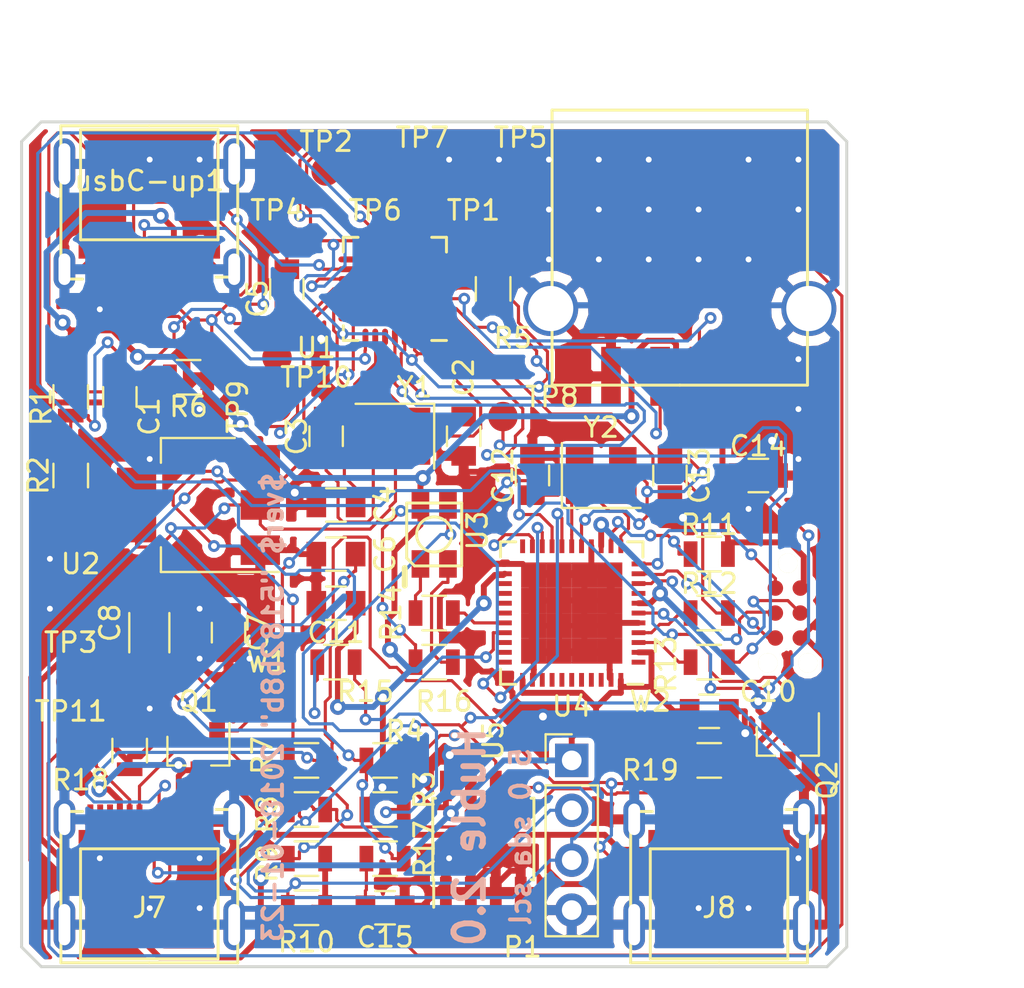
<source format=kicad_pcb>
(kicad_pcb (version 20170922) (host pcbnew no-vcs-found-3045509~61~ubuntu16.04.1)
  (layers (0 F.Cu signal) (31 B.Cu signal) (34 B.Paste user) (35 F.Paste user) (36 B.SilkS user hide) (37 F.SilkS user) (38 B.Mask user) (39 F.Mask user) (44 Edge.Cuts user))
  (net 0 "")
  (net 1 Earth)
  (net 2 "Net-(C1-Pad1)")
  (net 3 "Net-(C2-Pad2)")
  (net 4 "Net-(C3-Pad1)")
  (net 5 +3V3)
  (net 6 +5V)
  (net 7 "Net-(C12-Pad1)")
  (net 8 "Net-(C13-Pad1)")
  (net 9 "Net-(C14-Pad1)")
  (net 10 /ext-usb-p)
  (net 11 /ext-usb-n)
  (net 12 /usb-up-n)
  (net 13 /usb-up-p)
  (net 14 "Net-(J7-PadB11)")
  (net 15 "Net-(J7-PadB10)")
  (net 16 "Net-(J7-PadB8)")
  (net 17 "Net-(J7-PadB5)")
  (net 18 "Net-(J7-PadB3)")
  (net 19 "Net-(J7-PadB2)")
  (net 20 "Net-(J7-PadA11)")
  (net 21 "Net-(J7-PadA8)")
  (net 22 "Net-(J7-PadA10)")
  (net 23 /huble/usbc-dn)
  (net 24 /huble/usbc-dp)
  (net 25 "Net-(J7-PadA5)")
  (net 26 "Net-(J7-PadA3)")
  (net 27 "Net-(J7-PadA2)")
  (net 28 "Net-(J8-PadA2)")
  (net 29 "Net-(J8-PadA3)")
  (net 30 "Net-(J8-PadA5)")
  (net 31 "Net-(J8-PadA10)")
  (net 32 "Net-(J8-PadA8)")
  (net 33 "Net-(J8-PadA11)")
  (net 34 "Net-(J8-PadB2)")
  (net 35 "Net-(J8-PadB3)")
  (net 36 "Net-(J8-PadB5)")
  (net 37 "Net-(J8-PadB8)")
  (net 38 "Net-(J8-PadB10)")
  (net 39 "Net-(J8-PadB11)")
  (net 40 /huble/scl)
  (net 41 /huble/sda)
  (net 42 /huble/miso)
  (net 43 /huble/sck)
  (net 44 /huble/mosi)
  (net 45 /huble/reset)
  (net 46 "Net-(R3-Pad2)")
  (net 47 "Net-(R4-Pad2)")
  (net 48 "Net-(R5-Pad2)")
  (net 49 "Net-(R12-Pad1)")
  (net 50 atmega-usb-p)
  (net 51 "Net-(R13-Pad1)")
  (net 52 atmega-usb-n)
  (net 53 /huble/pwm_r)
  (net 54 "Net-(R14-Pad1)")
  (net 55 "Net-(R15-Pad1)")
  (net 56 /huble/pwm_g)
  (net 57 /huble/pwm_b)
  (net 58 "Net-(R16-Pad1)")
  (net 59 "Net-(TP1-Pad1)")
  (net 60 "Net-(TP4-Pad1)")
  (net 61 "Net-(TP5-Pad1)")
  (net 62 "Net-(TP6-Pad1)")
  (net 63 "Net-(TP7-Pad1)")
  (net 64 "Net-(TP8-Pad1)")
  (net 65 "Net-(U1-Pad5)")
  (net 66 "Net-(U4-Pad42)")
  (net 67 "Net-(U4-Pad41)")
  (net 68 "Net-(U4-Pad40)")
  (net 69 "Net-(U4-Pad39)")
  (net 70 "Net-(U4-Pad38)")
  (net 71 "Net-(U4-Pad37)")
  (net 72 "Net-(U4-Pad36)")
  (net 73 "Net-(U4-Pad33)")
  (net 74 "Net-(U4-Pad32)")
  (net 75 "Net-(U4-Pad31)")
  (net 76 "Net-(U4-Pad28)")
  (net 77 "Net-(U4-Pad27)")
  (net 78 "Net-(U4-Pad26)")
  (net 79 "Net-(U4-Pad25)")
  (net 80 "Net-(U4-Pad22)")
  (net 81 "Net-(U4-Pad8)")
  (net 82 "Net-(U4-Pad1)")
  (net 83 "Net-(Y1-Pad4)")
  (net 84 "Net-(Y1-Pad2)")
  (net 85 "Net-(usbC-up1-PadB11)")
  (net 86 "Net-(usbC-up1-PadB10)")
  (net 87 "Net-(usbC-up1-PadB8)")
  (net 88 "Net-(usbC-up1-PadB3)")
  (net 89 "Net-(usbC-up1-PadB2)")
  (net 90 "Net-(usbC-up1-PadA11)")
  (net 91 "Net-(usbC-up1-PadA8)")
  (net 92 "Net-(usbC-up1-PadA10)")
  (net 93 "Net-(usbC-up1-PadA3)")
  (net 94 "Net-(usbC-up1-PadA2)")
  (net 95 "Net-(Y2-Pad4)")
  (net 96 "Net-(Y2-Pad2)")
  (net 97 "Net-(C15-Pad1)")
  (net 98 "Net-(R6-Pad1)")
  (net 99 "Net-(TP2-Pad1)")
  (net 100 /huble/left-switch)
  (net 101 /huble/right-switch)
  (net 102 +5C)
  (module TO_SOT_Packages_SMD:SOT-223-3_TabPin2 (layer F.Cu) (at 118 97.5 180)
    (fp_text reference U2 (at 6 -3 180) (layer F.SilkS))
    (fp_text value LD1117S12TR_SOT223)
    (pad 1 smd rect (at -3.15 -2.3 180) (size 2 1.5) (layers F.Cu F.Paste F.Mask) (net 1 Earth))
    (pad 3 smd rect (at -3.15 2.3 180) (size 2 1.5) (layers F.Cu F.Paste F.Mask) (net 6 +5V))
    (pad 2 smd rect (at -3.15 0 180) (size 2 1.5) (layers F.Cu F.Paste F.Mask) (net 5 +3V3))
    (pad 2 smd rect (at 3.15 0 180) (size 2 3.8) (layers F.Cu F.Paste F.Mask) (net 5 +3V3))
  )
  (module Capacitors_SMD:C_0805 (layer F.Cu) (at 114 92 270)
    (fp_text reference C1 (at 1 -1.5 270) (layer F.SilkS))
    (fp_text value 1u)
    (pad 2 smd rect (at 1 0 270) (size 1 1.25) (layers F.Cu F.Paste F.Mask) (net 1 Earth))
    (pad 1 smd rect (at -1 0 270) (size 1 1.25) (layers F.Cu F.Paste F.Mask) (net 2 "Net-(C1-Pad1)"))
  )
  (module Capacitors_SMD:C_0805 (layer F.Cu) (at 131.5 94 90)
    (fp_text reference C2 (at 3 0 90) (layer F.SilkS))
    (fp_text value 20pf)
    (pad 2 smd rect (at 1 0 90) (size 1 1.25) (layers F.Cu F.Paste F.Mask) (net 3 "Net-(C2-Pad2)"))
    (pad 1 smd rect (at -1 0 90) (size 1 1.25) (layers F.Cu F.Paste F.Mask) (net 1 Earth))
  )
  (module Capacitors_SMD:C_0805 (layer F.Cu) (at 124.5 94 90)
    (fp_text reference C3 (at 0 -1.5 90) (layer F.SilkS))
    (fp_text value 20pf)
    (pad 1 smd rect (at -1 0 90) (size 1 1.25) (layers F.Cu F.Paste F.Mask) (net 4 "Net-(C3-Pad1)"))
    (pad 2 smd rect (at 1 0 90) (size 1 1.25) (layers F.Cu F.Paste F.Mask) (net 1 Earth))
  )
  (module Capacitors_SMD:C_0805 (layer F.Cu) (at 125 97.5 180)
    (fp_text reference C4 (at -2.5 0 270) (layer F.SilkS))
    (fp_text value 0.1u)
    (pad 1 smd rect (at -1 0 180) (size 1 1.25) (layers F.Cu F.Paste F.Mask) (net 5 +3V3))
    (pad 2 smd rect (at 1 0 180) (size 1 1.25) (layers F.Cu F.Paste F.Mask) (net 1 Earth))
  )
  (module Capacitors_SMD:C_0805 (layer F.Cu) (at 122.5 86.5 270)
    (fp_text reference C5 (at 0.5 1.5 270) (layer F.SilkS))
    (fp_text value 4.7u)
    (pad 2 smd rect (at 1 0 270) (size 1 1.25) (layers F.Cu F.Paste F.Mask) (net 1 Earth))
    (pad 1 smd rect (at -1 0 270) (size 1 1.25) (layers F.Cu F.Paste F.Mask) (net 5 +3V3))
  )
  (module Capacitors_SMD:C_0805 (layer F.Cu) (at 125 100 180)
    (fp_text reference C6 (at -2.5 0 270) (layer F.SilkS))
    (fp_text value 0.1u)
    (pad 1 smd rect (at -1 0 180) (size 1 1.25) (layers F.Cu F.Paste F.Mask) (net 5 +3V3))
    (pad 2 smd rect (at 1 0 180) (size 1 1.25) (layers F.Cu F.Paste F.Mask) (net 1 Earth))
  )
  (module Capacitors_SMD:C_1206 (layer F.Cu) (at 115.5 104 90)
    (fp_text reference C8 (at 0.5 -2 90) (layer F.SilkS))
    (fp_text value 47u)
    (pad 1 smd rect (at -1.5 0 90) (size 1 1.6) (layers F.Cu F.Paste F.Mask) (net 5 +3V3))
    (pad 2 smd rect (at 1.5 0 90) (size 1 1.6) (layers F.Cu F.Paste F.Mask) (net 1 Earth))
  )
  (module Capacitors_SMD:C_0805 (layer F.Cu) (at 144 108)
    (fp_text reference C10 (at 3 -1) (layer F.SilkS))
    (fp_text value 4.7u)
    (pad 1 smd rect (at -1 0) (size 1 1.25) (layers F.Cu F.Paste F.Mask) (net 6 +5V))
    (pad 2 smd rect (at 1 0) (size 1 1.25) (layers F.Cu F.Paste F.Mask) (net 1 Earth))
  )
  (module Capacitors_SMD:C_0805 (layer F.Cu) (at 125 102.5 180)
    (fp_text reference C11 (at 0 -1.5 180) (layer F.SilkS))
    (fp_text value 0.1u)
    (pad 2 smd rect (at 1 0 180) (size 1 1.25) (layers F.Cu F.Paste F.Mask) (net 1 Earth))
    (pad 1 smd rect (at -1 0 180) (size 1 1.25) (layers F.Cu F.Paste F.Mask) (net 6 +5V))
  )
  (module Capacitors_SMD:C_0805 (layer F.Cu) (at 135 96 90)
    (fp_text reference C12 (at 0 -1.5 90) (layer F.SilkS))
    (fp_text value 20pf)
    (pad 2 smd rect (at 1 0 90) (size 1 1.25) (layers F.Cu F.Paste F.Mask) (net 1 Earth))
    (pad 1 smd rect (at -1 0 90) (size 1 1.25) (layers F.Cu F.Paste F.Mask) (net 7 "Net-(C12-Pad1)"))
  )
  (module Capacitors_SMD:C_0805 (layer F.Cu) (at 142 96 270)
    (fp_text reference C13 (at 0 -1.5 270) (layer F.SilkS))
    (fp_text value 20pf)
    (pad 2 smd rect (at 1 0 270) (size 1 1.25) (layers F.Cu F.Paste F.Mask) (net 1 Earth))
    (pad 1 smd rect (at -1 0 270) (size 1 1.25) (layers F.Cu F.Paste F.Mask) (net 8 "Net-(C13-Pad1)"))
  )
  (module Capacitors_SMD:C_0805 (layer F.Cu) (at 146.5 96)
    (fp_text reference C14 (at 0 -1.5) (layer F.SilkS))
    (fp_text value 1u)
    (pad 1 smd rect (at -1 0) (size 1 1.25) (layers F.Cu F.Paste F.Mask) (net 9 "Net-(C14-Pad1)"))
    (pad 2 smd rect (at 1 0) (size 1 1.25) (layers F.Cu F.Paste F.Mask) (net 1 Earth))
  )
  (module Tag-Connect:TC2030-MCP-NL (layer F.Cu) (at 148 103 270)
    (fp_text reference P2 hide)
    (fp_text value CONN_02X03 hide)
    (pad 1 connect circle (at -1.27 0.635 270) (size 0.7874 0.7874) (layers F.Cu F.Mask) (net 42 /huble/miso) (clearance 0.4826))
    (pad 2 connect circle (at -1.27 -0.635 270) (size 0.7874 0.7874) (layers F.Cu F.Mask) (net 6 +5V) (clearance 0.4826))
    (pad 3 connect circle (at 0 0.635 270) (size 0.7874 0.7874) (layers F.Cu F.Mask) (net 43 /huble/sck) (clearance 0.4826))
    (pad 4 connect circle (at 0 -0.635 270) (size 0.7874 0.7874) (layers F.Cu F.Mask) (net 44 /huble/mosi) (clearance 0.4826))
    (pad 5 connect circle (at 1.27 0.635 270) (size 0.7874 0.7874) (layers F.Cu F.Mask) (net 45 /huble/reset) (clearance 0.4318))
    (pad 6 connect circle (at 1.27 -0.635 270) (size 0.7874 0.7874) (layers F.Cu F.Mask) (net 1 Earth) (clearance 0.4318))
    (pad "" np_thru_hole circle (at -2.54 0 270) (size 0.9906 0.9906) (drill 0.9906) (layers *.Cu *.Mask F.SilkS))
    (pad "" np_thru_hole circle (at 2.54 -1.016 270) (size 0.9906 0.9906) (drill 0.9906) (layers *.Cu *.Mask F.SilkS))
    (pad "" np_thru_hole circle (at 2.54 1.016 270) (size 0.9906 0.9906) (drill 0.9906) (layers *.Cu *.Mask F.SilkS))
  )
  (module Measurement_Points:Measurement_Point_Round-SMD-Pad_Small (layer F.Cu) (at 132 80.5 270)
    (fp_text reference TP1 (at 2 0) (layer F.SilkS))
    (fp_text value TEST)
    (pad 1 smd circle (at 0 0 270) (size 1.5 1.5) (layers F.Cu F.Mask) (net 59 "Net-(TP1-Pad1)"))
  )
  (module Measurement_Points:Measurement_Point_Round-SMD-Pad_Small (layer F.Cu) (at 111.5 106.5)
    (fp_text reference TP3 (at 0 -2) (layer F.SilkS))
    (fp_text value TEST)
    (pad 1 smd circle (at 0 0) (size 1.5 1.5) (layers F.Cu F.Mask) (net 25 "Net-(J7-PadA5)"))
  )
  (module Measurement_Points:Measurement_Point_Round-SMD-Pad_Small (layer F.Cu) (at 122 80.5 90)
    (fp_text reference TP4 (at -2 0 180) (layer F.SilkS))
    (fp_text value TEST)
    (pad 1 smd circle (at 0 0 90) (size 1.5 1.5) (layers F.Cu F.Mask) (net 60 "Net-(TP4-Pad1)"))
  )
  (module Measurement_Points:Measurement_Point_Round-SMD-Pad_Small (layer F.Cu) (at 134.5 80.5 270)
    (fp_text reference TP5 (at -1.7 0.1) (layer F.SilkS))
    (fp_text value TEST)
    (pad 1 smd circle (at 0 0 270) (size 1.5 1.5) (layers F.Cu F.Mask) (net 61 "Net-(TP5-Pad1)"))
  )
  (module Measurement_Points:Measurement_Point_Round-SMD-Pad_Small (layer F.Cu) (at 127 80.5 270)
    (fp_text reference TP6 (at 2 0) (layer F.SilkS))
    (fp_text value TEST)
    (pad 1 smd circle (at 0 0 270) (size 1.5 1.5) (layers F.Cu F.Mask) (net 62 "Net-(TP6-Pad1)"))
  )
  (module Measurement_Points:Measurement_Point_Round-SMD-Pad_Small (layer F.Cu) (at 129.5 80.5 270)
    (fp_text reference TP7 (at -1.7 0.1) (layer F.SilkS))
    (fp_text value TEST)
    (pad 1 smd circle (at 0 0 270) (size 1.5 1.5) (layers F.Cu F.Mask) (net 63 "Net-(TP7-Pad1)"))
  )
  (module Measurement_Points:Measurement_Point_Round-SMD-Pad_Small (layer F.Cu) (at 133.5 93 270)
    (fp_text reference TP8 (at -1 -2.5) (layer F.SilkS))
    (fp_text value TEST)
    (pad 1 smd circle (at 0 0 270) (size 1.5 1.5) (layers F.Cu F.Mask) (net 64 "Net-(TP8-Pad1)"))
  )
  (module Measurement_Points:Measurement_Point_Round-SMD-Pad_Small (layer F.Cu) (at 122 92.5 90)
    (fp_text reference TP9 (at 0 -2 270) (layer F.SilkS))
    (fp_text value TEST)
    (pad 1 smd circle (at 0 0 90) (size 1.5 1.5) (layers F.Cu F.Mask) (net 13 /usb-up-p))
  )
  (module Measurement_Points:Measurement_Point_Round-SMD-Pad_Small (layer F.Cu) (at 122 90 90)
    (fp_text reference TP10 (at -1 2 180) (layer F.SilkS))
    (fp_text value TEST)
    (pad 1 smd circle (at 0 0 90) (size 1.5 1.5) (layers F.Cu F.Mask) (net 12 /usb-up-n))
  )
  (module Measurement_Points:Measurement_Point_Round-SMD-Pad_Small (layer F.Cu) (at 111.5 109.5)
    (fp_text reference TP11 (at 0 -1.5) (layer F.SilkS))
    (fp_text value TEST)
    (pad 1 smd circle (at 0 0) (size 1.5 1.5) (layers F.Cu F.Mask) (net 17 "Net-(J7-PadB5)"))
  )
  (module Housings_DFN_QFN:QFN-28-1EP_5x5mm_Pitch0.5mm (layer F.Cu) (at 128 86.5 180)
    (fp_text reference U1 (at 4 -3) (layer F.SilkS))
    (fp_text value usb-2412)
    (pad 29 smd rect (at -0.8375 -0.8375 180) (size 1.675 1.675) (layers F.Cu F.Paste F.Mask) (net 1 Earth))
    (pad 29 smd rect (at -0.8375 0.8375 180) (size 1.675 1.675) (layers F.Cu F.Paste F.Mask) (net 1 Earth))
    (pad 29 smd rect (at 0.8375 -0.8375 180) (size 1.675 1.675) (layers F.Cu F.Paste F.Mask) (net 1 Earth))
    (pad 29 smd rect (at 0.8375 0.8375 180) (size 1.675 1.675) (layers F.Cu F.Paste F.Mask) (net 1 Earth))
    (pad 28 smd oval (at -1.5 -2.45 270) (size 0.85 0.3) (layers F.Cu F.Paste F.Mask) (net 52 atmega-usb-n))
    (pad 27 smd oval (at -1 -2.45 270) (size 0.85 0.3) (layers F.Cu F.Paste F.Mask) (net 5 +3V3))
    (pad 26 smd oval (at -0.5 -2.45 270) (size 0.85 0.3) (layers F.Cu F.Paste F.Mask) (net 48 "Net-(R5-Pad2)"))
    (pad 25 smd oval (at 0 -2.45 270) (size 0.85 0.3) (layers F.Cu F.Paste F.Mask) (net 64 "Net-(TP8-Pad1)"))
    (pad 24 smd oval (at 0.5 -2.45 270) (size 0.85 0.3) (layers F.Cu F.Paste F.Mask) (net 3 "Net-(C2-Pad2)"))
    (pad 23 smd oval (at 1 -2.45 270) (size 0.85 0.3) (layers F.Cu F.Paste F.Mask) (net 4 "Net-(C3-Pad1)"))
    (pad 22 smd oval (at 1.5 -2.45 270) (size 0.85 0.3) (layers F.Cu F.Paste F.Mask) (net 13 /usb-up-p))
    (pad 21 smd oval (at 2.45 -1.5 180) (size 0.85 0.3) (layers F.Cu F.Paste F.Mask) (net 12 /usb-up-n))
    (pad 20 smd oval (at 2.45 -1 180) (size 0.85 0.3) (layers F.Cu F.Paste F.Mask) (net 5 +3V3))
    (pad 19 smd oval (at 2.45 -0.5 180) (size 0.85 0.3) (layers F.Cu F.Paste F.Mask) (net 47 "Net-(R4-Pad2)"))
    (pad 18 smd oval (at 2.45 0 180) (size 0.85 0.3) (layers F.Cu F.Paste F.Mask) (net 2 "Net-(C1-Pad1)"))
    (pad 17 smd oval (at 2.45 0.5 180) (size 0.85 0.3) (layers F.Cu F.Paste F.Mask) (net 97 "Net-(C15-Pad1)"))
    (pad 16 smd oval (at 2.45 1 180) (size 0.85 0.3) (layers F.Cu F.Paste F.Mask) (net 60 "Net-(TP4-Pad1)"))
    (pad 15 smd oval (at 2.45 1.5 180) (size 0.85 0.3) (layers F.Cu F.Paste F.Mask) (net 1 Earth))
    (pad 14 smd oval (at 1.5 2.45 270) (size 0.85 0.3) (layers F.Cu F.Paste F.Mask) (net 5 +3V3))
    (pad 13 smd oval (at 1 2.45 270) (size 0.85 0.3) (layers F.Cu F.Paste F.Mask) (net 46 "Net-(R3-Pad2)"))
    (pad 12 smd oval (at 0.5 2.45 270) (size 0.85 0.3) (layers F.Cu F.Paste F.Mask) (net 99 "Net-(TP2-Pad1)"))
    (pad 11 smd oval (at 0 2.45 270) (size 0.85 0.3) (layers F.Cu F.Paste F.Mask) (net 62 "Net-(TP6-Pad1)"))
    (pad 10 smd oval (at -0.5 2.45 270) (size 0.85 0.3) (layers F.Cu F.Paste F.Mask) (net 5 +3V3))
    (pad 9 smd oval (at -1 2.45 270) (size 0.85 0.3) (layers F.Cu F.Paste F.Mask) (net 63 "Net-(TP7-Pad1)"))
    (pad 8 smd oval (at -1.5 2.45 270) (size 0.85 0.3) (layers F.Cu F.Paste F.Mask) (net 59 "Net-(TP1-Pad1)"))
    (pad 7 smd oval (at -2.45 1.5 180) (size 0.85 0.3) (layers F.Cu F.Paste F.Mask) (net 61 "Net-(TP5-Pad1)"))
    (pad 6 smd oval (at -2.45 1 180) (size 0.85 0.3) (layers F.Cu F.Paste F.Mask) (net 1 Earth))
    (pad 5 smd oval (at -2.45 0.5 180) (size 0.85 0.3) (layers F.Cu F.Paste F.Mask) (net 65 "Net-(U1-Pad5)"))
    (pad 4 smd oval (at -2.45 0 180) (size 0.85 0.3) (layers F.Cu F.Paste F.Mask) (net 5 +3V3))
    (pad 3 smd oval (at -2.45 -0.5 180) (size 0.85 0.3) (layers F.Cu F.Paste F.Mask) (net 10 /ext-usb-p))
    (pad 2 smd oval (at -2.45 -1 180) (size 0.85 0.3) (layers F.Cu F.Paste F.Mask) (net 11 /ext-usb-n))
    (pad 1 smd oval (at -2.45 -1.5 180) (size 0.85 0.3) (layers F.Cu F.Paste F.Mask) (net 50 atmega-usb-p))
  )
  (module fp:3528-4p (layer F.Cu) (at 130 99 90)
    (fp_text reference U3 (at 0.2 2.2 90) (layer F.SilkS))
    (fp_text value rgbled)
    (pad 1 smd rect (at 1.5 -0.7 90) (size 1.4 0.9) (layers F.Cu F.Paste F.Mask) (net 6 +5V))
    (pad 4 smd rect (at 1.5 0.7 90) (size 1.4 0.9) (layers F.Cu F.Paste F.Mask) (net 55 "Net-(R15-Pad1)"))
    (pad 6 smd rect (at -1.5 0.7 90) (size 1.4 0.9) (layers F.Cu F.Paste F.Mask) (net 58 "Net-(R16-Pad1)"))
    (pad 5 smd rect (at -1.5 -0.7 90) (size 1.4 0.9) (layers F.Cu F.Paste F.Mask) (net 54 "Net-(R14-Pad1)"))
  )
  (module Housings_DFN_QFN:QFN-44-1EP_7x7mm_Pitch0.5mm (layer F.Cu) (at 137 103 180)
    (fp_text reference U4 (at 0 -4.75 180) (layer F.SilkS))
    (fp_text value ATmega32U4)
    (pad 45 smd rect (at -1.93125 -1.93125 180) (size 1.2875 1.2875) (layers F.Cu F.Paste F.Mask) (net 1 Earth))
    (pad 45 smd rect (at -1.93125 -0.64375 180) (size 1.2875 1.2875) (layers F.Cu F.Paste F.Mask) (net 1 Earth))
    (pad 45 smd rect (at -1.93125 0.64375 180) (size 1.2875 1.2875) (layers F.Cu F.Paste F.Mask) (net 1 Earth))
    (pad 45 smd rect (at -1.93125 1.93125 180) (size 1.2875 1.2875) (layers F.Cu F.Paste F.Mask) (net 1 Earth))
    (pad 45 smd rect (at -0.64375 -1.93125 180) (size 1.2875 1.2875) (layers F.Cu F.Paste F.Mask) (net 1 Earth))
    (pad 45 smd rect (at -0.64375 -0.64375 180) (size 1.2875 1.2875) (layers F.Cu F.Paste F.Mask) (net 1 Earth))
    (pad 45 smd rect (at -0.64375 0.64375 180) (size 1.2875 1.2875) (layers F.Cu F.Paste F.Mask) (net 1 Earth))
    (pad 45 smd rect (at -0.64375 1.93125 180) (size 1.2875 1.2875) (layers F.Cu F.Paste F.Mask) (net 1 Earth))
    (pad 45 smd rect (at 0.64375 -1.93125 180) (size 1.2875 1.2875) (layers F.Cu F.Paste F.Mask) (net 1 Earth))
    (pad 45 smd rect (at 0.64375 -0.64375 180) (size 1.2875 1.2875) (layers F.Cu F.Paste F.Mask) (net 1 Earth))
    (pad 45 smd rect (at 0.64375 0.64375 180) (size 1.2875 1.2875) (layers F.Cu F.Paste F.Mask) (net 1 Earth))
    (pad 45 smd rect (at 0.64375 1.93125 180) (size 1.2875 1.2875) (layers F.Cu F.Paste F.Mask) (net 1 Earth))
    (pad 45 smd rect (at 1.93125 -1.93125 180) (size 1.2875 1.2875) (layers F.Cu F.Paste F.Mask) (net 1 Earth))
    (pad 45 smd rect (at 1.93125 -0.64375 180) (size 1.2875 1.2875) (layers F.Cu F.Paste F.Mask) (net 1 Earth))
    (pad 45 smd rect (at 1.93125 0.64375 180) (size 1.2875 1.2875) (layers F.Cu F.Paste F.Mask) (net 1 Earth))
    (pad 45 smd rect (at 1.93125 1.93125 180) (size 1.2875 1.2875) (layers F.Cu F.Paste F.Mask) (net 1 Earth))
    (pad 44 smd rect (at -2.5 -3.4 270) (size 0.7 0.25) (layers F.Cu F.Paste F.Mask) (net 6 +5V))
    (pad 43 smd rect (at -2 -3.4 270) (size 0.7 0.25) (layers F.Cu F.Paste F.Mask) (net 1 Earth))
    (pad 42 smd rect (at -1.5 -3.4 270) (size 0.7 0.25) (layers F.Cu F.Paste F.Mask) (net 66 "Net-(U4-Pad42)"))
    (pad 41 smd rect (at -1 -3.4 270) (size 0.7 0.25) (layers F.Cu F.Paste F.Mask) (net 67 "Net-(U4-Pad41)"))
    (pad 40 smd rect (at -0.5 -3.4 270) (size 0.7 0.25) (layers F.Cu F.Paste F.Mask) (net 68 "Net-(U4-Pad40)"))
    (pad 39 smd rect (at 0 -3.4 270) (size 0.7 0.25) (layers F.Cu F.Paste F.Mask) (net 69 "Net-(U4-Pad39)"))
    (pad 38 smd rect (at 0.5 -3.4 270) (size 0.7 0.25) (layers F.Cu F.Paste F.Mask) (net 70 "Net-(U4-Pad38)"))
    (pad 37 smd rect (at 1 -3.4 270) (size 0.7 0.25) (layers F.Cu F.Paste F.Mask) (net 71 "Net-(U4-Pad37)"))
    (pad 36 smd rect (at 1.5 -3.4 270) (size 0.7 0.25) (layers F.Cu F.Paste F.Mask) (net 72 "Net-(U4-Pad36)"))
    (pad 35 smd rect (at 2 -3.4 270) (size 0.7 0.25) (layers F.Cu F.Paste F.Mask) (net 1 Earth))
    (pad 34 smd rect (at 2.5 -3.4 270) (size 0.7 0.25) (layers F.Cu F.Paste F.Mask) (net 6 +5V))
    (pad 33 smd rect (at 3.4 -2.5 180) (size 0.7 0.25) (layers F.Cu F.Paste F.Mask) (net 73 "Net-(U4-Pad33)"))
    (pad 32 smd rect (at 3.4 -2 180) (size 0.7 0.25) (layers F.Cu F.Paste F.Mask) (net 74 "Net-(U4-Pad32)"))
    (pad 31 smd rect (at 3.4 -1.5 180) (size 0.7 0.25) (layers F.Cu F.Paste F.Mask) (net 75 "Net-(U4-Pad31)"))
    (pad 30 smd rect (at 3.4 -1 180) (size 0.7 0.25) (layers F.Cu F.Paste F.Mask) (net 56 /huble/pwm_g))
    (pad 29 smd rect (at 3.4 -0.5 180) (size 0.7 0.25) (layers F.Cu F.Paste F.Mask) (net 53 /huble/pwm_r))
    (pad 28 smd rect (at 3.4 0 180) (size 0.7 0.25) (layers F.Cu F.Paste F.Mask) (net 76 "Net-(U4-Pad28)"))
    (pad 27 smd rect (at 3.4 0.5 180) (size 0.7 0.25) (layers F.Cu F.Paste F.Mask) (net 77 "Net-(U4-Pad27)"))
    (pad 26 smd rect (at 3.4 1 180) (size 0.7 0.25) (layers F.Cu F.Paste F.Mask) (net 78 "Net-(U4-Pad26)"))
    (pad 25 smd rect (at 3.4 1.5 180) (size 0.7 0.25) (layers F.Cu F.Paste F.Mask) (net 79 "Net-(U4-Pad25)"))
    (pad 24 smd rect (at 3.4 2 180) (size 0.7 0.25) (layers F.Cu F.Paste F.Mask) (net 6 +5V))
    (pad 23 smd rect (at 3.4 2.5 180) (size 0.7 0.25) (layers F.Cu F.Paste F.Mask) (net 1 Earth))
    (pad 22 smd rect (at 2.5 3.4 270) (size 0.7 0.25) (layers F.Cu F.Paste F.Mask) (net 80 "Net-(U4-Pad22)"))
    (pad 21 smd rect (at 2 3.4 270) (size 0.7 0.25) (layers F.Cu F.Paste F.Mask) (net 101 /huble/right-switch))
    (pad 20 smd rect (at 1.5 3.4 270) (size 0.7 0.25) (layers F.Cu F.Paste F.Mask) (net 100 /huble/left-switch))
    (pad 19 smd rect (at 1 3.4 270) (size 0.7 0.25) (layers F.Cu F.Paste F.Mask) (net 41 /huble/sda))
    (pad 18 smd rect (at 0.5 3.4 270) (size 0.7 0.25) (layers F.Cu F.Paste F.Mask) (net 40 /huble/scl))
    (pad 17 smd rect (at 0 3.4 270) (size 0.7 0.25) (layers F.Cu F.Paste F.Mask) (net 7 "Net-(C12-Pad1)"))
    (pad 16 smd rect (at -0.5 3.4 270) (size 0.7 0.25) (layers F.Cu F.Paste F.Mask) (net 8 "Net-(C13-Pad1)"))
    (pad 15 smd rect (at -1 3.4 270) (size 0.7 0.25) (layers F.Cu F.Paste F.Mask) (net 1 Earth))
    (pad 14 smd rect (at -1.5 3.4 270) (size 0.7 0.25) (layers F.Cu F.Paste F.Mask) (net 6 +5V))
    (pad 13 smd rect (at -2 3.4 270) (size 0.7 0.25) (layers F.Cu F.Paste F.Mask) (net 45 /huble/reset))
    (pad 12 smd rect (at -2.5 3.4 270) (size 0.7 0.25) (layers F.Cu F.Paste F.Mask) (net 57 /huble/pwm_b))
    (pad 11 smd rect (at -3.4 2.5 180) (size 0.7 0.25) (layers F.Cu F.Paste F.Mask) (net 42 /huble/miso))
    (pad 10 smd rect (at -3.4 2 180) (size 0.7 0.25) (layers F.Cu F.Paste F.Mask) (net 44 /huble/mosi))
    (pad 9 smd rect (at -3.4 1.5 180) (size 0.7 0.25) (layers F.Cu F.Paste F.Mask) (net 43 /huble/sck))
    (pad 8 smd rect (at -3.4 1 180) (size 0.7 0.25) (layers F.Cu F.Paste F.Mask) (net 81 "Net-(U4-Pad8)"))
    (pad 7 smd rect (at -3.4 0.5 180) (size 0.7 0.25) (layers F.Cu F.Paste F.Mask) (net 6 +5V))
    (pad 6 smd rect (at -3.4 0 180) (size 0.7 0.25) (layers F.Cu F.Paste F.Mask) (net 9 "Net-(C14-Pad1)"))
    (pad 5 smd rect (at -3.4 -0.5 180) (size 0.7 0.25) (layers F.Cu F.Paste F.Mask) (net 1 Earth))
    (pad 4 smd rect (at -3.4 -1 180) (size 0.7 0.25) (layers F.Cu F.Paste F.Mask) (net 49 "Net-(R12-Pad1)"))
    (pad 3 smd rect (at -3.4 -1.5 180) (size 0.7 0.25) (layers F.Cu F.Paste F.Mask) (net 51 "Net-(R13-Pad1)"))
    (pad 2 smd rect (at -3.4 -2 180) (size 0.7 0.25) (layers F.Cu F.Paste F.Mask) (net 6 +5V))
    (pad 1 smd rect (at -3.4 -2.5 180) (size 0.7 0.25) (layers F.Cu F.Paste F.Mask) (net 82 "Net-(U4-Pad1)"))
  )
  (module Housings_SOIC:SOIC-8_3.9x4.9mm_Pitch1.27mm (layer F.Cu) (at 132.5 114.5 90)
    (fp_text reference U5 (at 5 0.5 90) (layer F.SilkS))
    (fp_text value 24LC16)
    (pad 8 smd rect (at 2.7 -1.905 90) (size 1.55 0.6) (layers F.Cu F.Paste F.Mask) (net 6 +5V))
    (pad 7 smd rect (at 2.7 -0.635 90) (size 1.55 0.6) (layers F.Cu F.Paste F.Mask) (net 1 Earth))
    (pad 6 smd rect (at 2.7 0.635 90) (size 1.55 0.6) (layers F.Cu F.Paste F.Mask) (net 40 /huble/scl))
    (pad 5 smd rect (at 2.7 1.905 90) (size 1.55 0.6) (layers F.Cu F.Paste F.Mask) (net 41 /huble/sda))
    (pad 4 smd rect (at -2.7 1.905 90) (size 1.55 0.6) (layers F.Cu F.Paste F.Mask) (net 1 Earth))
    (pad 3 smd rect (at -2.7 0.635 90) (size 1.55 0.6) (layers F.Cu F.Paste F.Mask) (net 1 Earth))
    (pad 2 smd rect (at -2.7 -0.635 90) (size 1.55 0.6) (layers F.Cu F.Paste F.Mask) (net 1 Earth))
    (pad 1 smd rect (at -2.7 -1.905 90) (size 1.55 0.6) (layers F.Cu F.Paste F.Mask) (net 1 Earth))
  )
  (module Crystals:Crystal_SMD_3225-4pin_3.2x2.5mm (layer F.Cu) (at 128 94 180)
    (fp_text reference Y1 (at -1 2.5 180) (layer F.SilkS))
    (fp_text value Crystal_GND24)
    (pad 4 smd rect (at -1.1 -0.85 180) (size 1.4 1.2) (layers F.Cu F.Paste F.Mask) (net 83 "Net-(Y1-Pad4)"))
    (pad 3 smd rect (at 1.1 -0.85 180) (size 1.4 1.2) (layers F.Cu F.Paste F.Mask) (net 4 "Net-(C3-Pad1)"))
    (pad 2 smd rect (at 1.1 0.85 180) (size 1.4 1.2) (layers F.Cu F.Paste F.Mask) (net 84 "Net-(Y1-Pad2)"))
    (pad 1 smd rect (at -1.1 0.85 180) (size 1.4 1.2) (layers F.Cu F.Paste F.Mask) (net 3 "Net-(C2-Pad2)"))
  )
  (module fp:usb-a-smt (layer F.Cu) (at 142.5 87.5 180)
    (fp_text reference J5 hide)
    (fp_text value USB_A)
    (pad 5 thru_hole circle (at -6.57 0 180) (size 2.8 2.8) (drill 2.3) (layers *.Cu *.Mask) (net 1 Earth))
    (pad 5 thru_hole circle (at 6.57 0 180) (size 2.8 2.8) (drill 2.3) (layers *.Cu *.Mask) (net 1 Earth))
    (pad 2 smd rect (at -1 -3.45 180) (size 1 3) (layers F.Cu F.Paste F.Mask) (net 11 /ext-usb-n))
    (pad 3 smd rect (at 1 -3.45 180) (size 1 3) (layers F.Cu F.Paste F.Mask) (net 10 /ext-usb-p))
    (pad 4 smd rect (at 3.5 -3.45 180) (size 1 3) (layers F.Cu F.Paste F.Mask) (net 1 Earth))
    (pad 1 smd rect (at -3.5 -3.45 180) (size 1 3) (layers F.Cu F.Paste F.Mask) (net 6 +5V))
  )
  (module Pin_Headers:Pin_Header_Straight_1x04_Pitch2.54mm (layer F.Cu) (at 137 110.5)
    (fp_text reference P1 (at -2.5 9.5) (layer F.SilkS))
    (fp_text value CONN_01X04)
    (pad 4 thru_hole oval (at 0 7.62) (size 1.7 1.7) (drill 1) (layers *.Cu *.Mask) (net 1 Earth))
    (pad 3 thru_hole oval (at 0 5.08) (size 1.7 1.7) (drill 1) (layers *.Cu *.Mask) (net 41 /huble/sda))
    (pad 2 thru_hole oval (at 0 2.54) (size 1.7 1.7) (drill 1) (layers *.Cu *.Mask) (net 40 /huble/scl))
    (pad 1 thru_hole rect (at 0 0) (size 1.7 1.7) (drill 1) (layers *.Cu *.Mask) (net 6 +5V))
  )
  (module Resistors_SMD:R_0805 (layer F.Cu) (at 111.5 92 90)
    (fp_text reference R1 (at -0.5 -1.5 90) (layer F.SilkS))
    (fp_text value 10k)
    (pad 2 smd rect (at 0.95 0 90) (size 0.7 1.3) (layers F.Cu F.Paste F.Mask) (net 6 +5V))
    (pad 1 smd rect (at -0.95 0 90) (size 0.7 1.3) (layers F.Cu F.Paste F.Mask) (net 2 "Net-(C1-Pad1)"))
  )
  (module Resistors_SMD:R_0805 (layer F.Cu) (at 111.5 96 90)
    (fp_text reference R2 (at 0 -1.65 90) (layer F.SilkS))
    (fp_text value 10k)
    (pad 1 smd rect (at -0.95 0 90) (size 0.7 1.3) (layers F.Cu F.Paste F.Mask) (net 1 Earth))
    (pad 2 smd rect (at 0.95 0 90) (size 0.7 1.3) (layers F.Cu F.Paste F.Mask) (net 2 "Net-(C1-Pad1)"))
  )
  (module Resistors_SMD:R_0805 (layer F.Cu) (at 127.5 113)
    (fp_text reference R3 (at 2 -1 90) (layer F.SilkS))
    (fp_text value 10k)
    (pad 2 smd rect (at 0.95 0) (size 0.7 1.3) (layers F.Cu F.Paste F.Mask) (net 46 "Net-(R3-Pad2)"))
    (pad 1 smd rect (at -0.95 0) (size 0.7 1.3) (layers F.Cu F.Paste F.Mask) (net 1 Earth))
  )
  (module Resistors_SMD:R_0805 (layer F.Cu) (at 127.5 110.5)
    (fp_text reference R4 (at 1 -1.5) (layer F.SilkS))
    (fp_text value 10k)
    (pad 1 smd rect (at -0.95 0) (size 0.7 1.3) (layers F.Cu F.Paste F.Mask) (net 5 +3V3))
    (pad 2 smd rect (at 0.95 0) (size 0.7 1.3) (layers F.Cu F.Paste F.Mask) (net 47 "Net-(R4-Pad2)"))
  )
  (module Resistors_SMD:R_0805 (layer F.Cu) (at 133 86.5 270)
    (fp_text reference R5 (at 2.5 -1 180) (layer F.SilkS))
    (fp_text value 12k)
    (pad 1 smd rect (at -0.95 0 270) (size 0.7 1.3) (layers F.Cu F.Paste F.Mask) (net 1 Earth))
    (pad 2 smd rect (at 0.95 0 270) (size 0.7 1.3) (layers F.Cu F.Paste F.Mask) (net 48 "Net-(R5-Pad2)"))
  )
  (module Resistors_SMD:R_0805 (layer F.Cu) (at 117.5 91)
    (fp_text reference R6 (at 0 1.5 180) (layer F.SilkS))
    (fp_text value 5.1k)
    (pad 1 smd rect (at -0.95 0) (size 0.7 1.3) (layers F.Cu F.Paste F.Mask) (net 98 "Net-(R6-Pad1)"))
    (pad 2 smd rect (at 0.95 0) (size 0.7 1.3) (layers F.Cu F.Paste F.Mask) (net 1 Earth))
  )
  (module Resistors_SMD:R_0805 (layer F.Cu) (at 123.5 110.5)
    (fp_text reference R7 (at -2.25 -0.25 90) (layer F.SilkS))
    (fp_text value 0R)
    (pad 2 smd rect (at 0.95 0) (size 0.7 1.3) (layers F.Cu F.Paste F.Mask) (net 23 /huble/usbc-dn))
    (pad 1 smd rect (at -0.95 0) (size 0.7 1.3) (layers F.Cu F.Paste F.Mask) (net 41 /huble/sda))
  )
  (module Resistors_SMD:R_0805 (layer F.Cu) (at 123.5 113)
    (fp_text reference R8 (at -2 0.25 90) (layer F.SilkS))
    (fp_text value 0R)
    (pad 2 smd rect (at 0.95 0) (size 0.7 1.3) (layers F.Cu F.Paste F.Mask) (net 24 /huble/usbc-dp))
    (pad 1 smd rect (at -0.95 0) (size 0.7 1.3) (layers F.Cu F.Paste F.Mask) (net 40 /huble/scl))
  )
  (module Resistors_SMD:R_0805 (layer F.Cu) (at 123.5 115.5)
    (fp_text reference R9 (at -2 0.25 90) (layer F.SilkS))
    (fp_text value 4.7k)
    (pad 1 smd rect (at -0.95 0) (size 0.7 1.3) (layers F.Cu F.Paste F.Mask) (net 41 /huble/sda))
    (pad 2 smd rect (at 0.95 0) (size 0.7 1.3) (layers F.Cu F.Paste F.Mask) (net 6 +5V))
  )
  (module Resistors_SMD:R_0805 (layer F.Cu) (at 123.5 118)
    (fp_text reference R10 (at 0 1.75) (layer F.SilkS))
    (fp_text value 4.7k)
    (pad 2 smd rect (at 0.95 0) (size 0.7 1.3) (layers F.Cu F.Paste F.Mask) (net 6 +5V))
    (pad 1 smd rect (at -0.95 0) (size 0.7 1.3) (layers F.Cu F.Paste F.Mask) (net 40 /huble/scl))
  )
  (module Resistors_SMD:R_0805 (layer F.Cu) (at 144 100)
    (fp_text reference R11 (at 0 -1.5) (layer F.SilkS))
    (fp_text value 10k)
    (pad 2 smd rect (at 0.95 0) (size 0.7 1.3) (layers F.Cu F.Paste F.Mask) (net 6 +5V))
    (pad 1 smd rect (at -0.95 0) (size 0.7 1.3) (layers F.Cu F.Paste F.Mask) (net 45 /huble/reset))
  )
  (module Resistors_SMD:R_0805 (layer F.Cu) (at 144 103)
    (fp_text reference R12 (at 0 -1.5) (layer F.SilkS))
    (fp_text value 22r)
    (pad 1 smd rect (at -0.95 0) (size 0.7 1.3) (layers F.Cu F.Paste F.Mask) (net 49 "Net-(R12-Pad1)"))
    (pad 2 smd rect (at 0.95 0) (size 0.7 1.3) (layers F.Cu F.Paste F.Mask) (net 50 atmega-usb-p))
  )
  (module Resistors_SMD:R_0805 (layer F.Cu) (at 144 105.5)
    (fp_text reference R13 (at -2.2 0.1 90) (layer F.SilkS))
    (fp_text value 22r)
    (pad 1 smd rect (at -0.95 0) (size 0.7 1.3) (layers F.Cu F.Paste F.Mask) (net 51 "Net-(R13-Pad1)"))
    (pad 2 smd rect (at 0.95 0) (size 0.7 1.3) (layers F.Cu F.Paste F.Mask) (net 52 atmega-usb-n))
  )
  (module Resistors_SMD:R_0805 (layer F.Cu) (at 130 103)
    (fp_text reference R14 (at -2.2 0 270) (layer F.SilkS))
    (fp_text value 100R)
    (pad 2 smd rect (at 0.95 0) (size 0.7 1.3) (layers F.Cu F.Paste F.Mask) (net 53 /huble/pwm_r))
    (pad 1 smd rect (at -0.95 0) (size 0.7 1.3) (layers F.Cu F.Paste F.Mask) (net 54 "Net-(R14-Pad1)"))
  )
  (module Resistors_SMD:R_0805 (layer F.Cu) (at 125 105.5)
    (fp_text reference R15 (at 1.5 1.5) (layer F.SilkS))
    (fp_text value 60R)
    (pad 2 smd rect (at 0.95 0) (size 0.7 1.3) (layers F.Cu F.Paste F.Mask) (net 56 /huble/pwm_g))
    (pad 1 smd rect (at -0.95 0) (size 0.7 1.3) (layers F.Cu F.Paste F.Mask) (net 55 "Net-(R15-Pad1)"))
  )
  (module Resistors_SMD:R_0805 (layer F.Cu) (at 130 105.5 180)
    (fp_text reference R16 (at -0.5 -2 180) (layer F.SilkS))
    (fp_text value 60R)
    (pad 1 smd rect (at -0.95 0 180) (size 0.7 1.3) (layers F.Cu F.Paste F.Mask) (net 58 "Net-(R16-Pad1)"))
    (pad 2 smd rect (at 0.95 0 180) (size 0.7 1.3) (layers F.Cu F.Paste F.Mask) (net 57 /huble/pwm_b))
  )
  (module Crystals:Crystal_SMD_3225-4pin_3.2x2.5mm (layer F.Cu) (at 138.5 96)
    (fp_text reference Y2 (at 0 -2.45) (layer F.SilkS))
    (fp_text value Crystal_GND24)
    (pad 4 smd rect (at -1.1 -0.85) (size 1.4 1.2) (layers F.Cu F.Paste F.Mask) (net 95 "Net-(Y2-Pad4)"))
    (pad 3 smd rect (at 1.1 -0.85) (size 1.4 1.2) (layers F.Cu F.Paste F.Mask) (net 8 "Net-(C13-Pad1)"))
    (pad 2 smd rect (at 1.1 0.85) (size 1.4 1.2) (layers F.Cu F.Paste F.Mask) (net 96 "Net-(Y2-Pad2)"))
    (pad 1 smd rect (at -1.1 0.85) (size 1.4 1.2) (layers F.Cu F.Paste F.Mask) (net 7 "Net-(C12-Pad1)"))
  )
  (module Capacitors_SMD:C_0805 (layer F.Cu) (at 127.5 118)
    (fp_text reference C15 (at 0 1.5) (layer F.SilkS))
    (fp_text value 0.1u)
    (pad 2 smd rect (at 1 0) (size 1 1.25) (layers F.Cu F.Paste F.Mask) (net 1 Earth))
    (pad 1 smd rect (at -1 0) (size 1 1.25) (layers F.Cu F.Paste F.Mask) (net 97 "Net-(C15-Pad1)"))
  )
  (module Resistors_SMD:R_0805 (layer F.Cu) (at 127.5 115.5)
    (fp_text reference R17 (at 2 -0.5 90) (layer F.SilkS))
    (fp_text value 10k)
    (pad 2 smd rect (at 0.95 0) (size 0.7 1.3) (layers F.Cu F.Paste F.Mask) (net 5 +3V3))
    (pad 1 smd rect (at -0.95 0) (size 0.7 1.3) (layers F.Cu F.Paste F.Mask) (net 97 "Net-(C15-Pad1)"))
  )
  (module Measurement_Points:Measurement_Point_Round-SMD-Pad_Small (layer F.Cu) (at 124.5 80.5 90)
    (fp_text reference TP2 (at 1.5 0 180) (layer F.SilkS))
    (fp_text value TEST)
    (pad 1 smd circle (at 0 0 90) (size 1.5 1.5) (layers F.Cu F.Mask) (net 99 "Net-(TP2-Pad1)"))
  )
  (module Capacitors_SMD:C_0805 (layer F.Cu) (at 119.532 103.996 270)
    (fp_text reference C7 (at 0 -1.5 270) (layer F.SilkS))
    (fp_text value 0.1u)
    (pad 2 smd rect (at 1 0 270) (size 1 1.25) (layers F.Cu F.Paste F.Mask) (net 1 Earth))
    (pad 1 smd rect (at -1 0 270) (size 1 1.25) (layers F.Cu F.Paste F.Mask) (net 6 +5V))
  )
  (module fp:usb-c-24smt (layer F.Cu) (at 115.5 113.5)
    (fp_text reference J7 (at 0 4.5) (layer F.SilkS))
    (fp_text value USB_C_Receptacle)
    (pad A11 smd rect (at 2.5 -0.41) (size 0.3 0.7) (layers F.Cu F.Paste F.Mask) (net 20 "Net-(J7-PadA11)"))
    (pad A9 smd rect (at 1.5 -0.41) (size 0.3 0.7) (layers F.Cu F.Paste F.Mask) (net 102 +5C))
    (pad A10 smd rect (at 2 -0.41) (size 0.3 0.7) (layers F.Cu F.Paste F.Mask) (net 22 "Net-(J7-PadA10)"))
    (pad A7 smd rect (at 0.5 -0.41) (size 0.3 0.7) (layers F.Cu F.Paste F.Mask) (net 23 /huble/usbc-dn))
    (pad A8 smd rect (at 1 -0.41) (size 0.3 0.7) (layers F.Cu F.Paste F.Mask) (net 21 "Net-(J7-PadA8)"))
    (pad A12 smd rect (at 3 -0.41) (size 0.3 0.7) (layers F.Cu F.Paste F.Mask) (net 1 Earth))
    (pad A6 smd rect (at -0.5 -0.41) (size 0.3 0.7) (layers F.Cu F.Paste F.Mask) (net 24 /huble/usbc-dp))
    (pad A5 smd rect (at -1 -0.41) (size 0.3 0.7) (layers F.Cu F.Paste F.Mask) (net 25 "Net-(J7-PadA5)"))
    (pad A4 smd rect (at -1.5 -0.41) (size 0.3 0.7) (layers F.Cu F.Paste F.Mask) (net 102 +5C))
    (pad A3 smd rect (at -2 -0.41) (size 0.3 0.7) (layers F.Cu F.Paste F.Mask) (net 26 "Net-(J7-PadA3)"))
    (pad A2 smd rect (at -2.5 -0.41) (size 0.3 0.7) (layers F.Cu F.Paste F.Mask) (net 27 "Net-(J7-PadA2)"))
    (pad A1 smd rect (at -3 -0.41) (size 0.3 0.7) (layers F.Cu F.Paste F.Mask) (net 1 Earth))
    (pad S1 thru_hole oval (at 4.32 0) (size 1.1 2.1) (drill oval 0.6 1.6) (layers *.Cu *.Mask) (net 1 Earth))
    (pad S1 thru_hole oval (at -4.32 0) (size 1.1 2.1) (drill oval 0.6 1.6) (layers *.Cu *.Mask) (net 1 Earth))
    (pad S1 thru_hole oval (at 4.32 5.36) (size 1.1 2.6) (drill oval 0.6 2.1) (layers *.Cu *.Mask) (net 1 Earth))
    (pad S1 thru_hole oval (at -4.32 5.36) (size 1.1 2.6) (drill oval 0.6 2.1) (layers *.Cu *.Mask) (net 1 Earth))
    (pad B12 smd rect (at -3.1 0.89) (size 1 0.7) (layers F.Cu F.Paste F.Mask) (net 1 Earth))
    (pad B1 smd rect (at 3.1 0.89) (size 1 0.7) (layers F.Cu F.Paste F.Mask) (net 1 Earth))
    (pad B11 smd rect (at -2.25 0.89) (size 0.3 0.7) (layers F.Cu F.Paste F.Mask) (net 14 "Net-(J7-PadB11)"))
    (pad B10 smd rect (at -1.75 0.89) (size 0.3 0.7) (layers F.Cu F.Paste F.Mask) (net 15 "Net-(J7-PadB10)"))
    (pad B9 smd rect (at -1.25 0.89) (size 0.3 0.7) (layers F.Cu F.Paste F.Mask) (net 102 +5C))
    (pad B8 smd rect (at -0.75 0.89 180) (size 0.3 0.7) (layers F.Cu F.Paste F.Mask) (net 16 "Net-(J7-PadB8)"))
    (pad B7 smd rect (at -0.25 0.89) (size 0.3 0.7) (layers F.Cu F.Paste F.Mask) (net 23 /huble/usbc-dn))
    (pad B2 smd rect (at 2.25 0.89) (size 0.3 0.7) (layers F.Cu F.Paste F.Mask) (net 19 "Net-(J7-PadB2)"))
    (pad B3 smd rect (at 1.75 0.89) (size 0.3 0.7) (layers F.Cu F.Paste F.Mask) (net 18 "Net-(J7-PadB3)"))
    (pad B4 smd rect (at 1.25 0.89) (size 0.3 0.7) (layers F.Cu F.Paste F.Mask) (net 102 +5C))
    (pad B5 smd rect (at 0.75 0.89) (size 0.3 0.7) (layers F.Cu F.Paste F.Mask) (net 17 "Net-(J7-PadB5)"))
    (pad B6 smd rect (at 0.25 0.89) (size 0.3 0.7) (layers F.Cu F.Paste F.Mask) (net 24 /huble/usbc-dp))
  )
  (module fp:usb-c-24smt (layer F.Cu) (at 144.5 113.5)
    (fp_text reference J8 (at 0 4.5) (layer F.SilkS))
    (fp_text value USB_C_Receptacle)
    (pad A11 smd rect (at 2.5 -0.41) (size 0.3 0.7) (layers F.Cu F.Paste F.Mask) (net 33 "Net-(J8-PadA11)"))
    (pad A9 smd rect (at 1.5 -0.41) (size 0.3 0.7) (layers F.Cu F.Paste F.Mask) (net 102 +5C))
    (pad A10 smd rect (at 2 -0.41) (size 0.3 0.7) (layers F.Cu F.Paste F.Mask) (net 31 "Net-(J8-PadA10)"))
    (pad A7 smd rect (at 0.5 -0.41) (size 0.3 0.7) (layers F.Cu F.Paste F.Mask) (net 23 /huble/usbc-dn))
    (pad A8 smd rect (at 1 -0.41) (size 0.3 0.7) (layers F.Cu F.Paste F.Mask) (net 32 "Net-(J8-PadA8)"))
    (pad A12 smd rect (at 3 -0.41) (size 0.3 0.7) (layers F.Cu F.Paste F.Mask) (net 1 Earth))
    (pad A6 smd rect (at -0.5 -0.41) (size 0.3 0.7) (layers F.Cu F.Paste F.Mask) (net 24 /huble/usbc-dp))
    (pad A5 smd rect (at -1 -0.41) (size 0.3 0.7) (layers F.Cu F.Paste F.Mask) (net 30 "Net-(J8-PadA5)"))
    (pad A4 smd rect (at -1.5 -0.41) (size 0.3 0.7) (layers F.Cu F.Paste F.Mask) (net 102 +5C))
    (pad A3 smd rect (at -2 -0.41) (size 0.3 0.7) (layers F.Cu F.Paste F.Mask) (net 29 "Net-(J8-PadA3)"))
    (pad A2 smd rect (at -2.5 -0.41) (size 0.3 0.7) (layers F.Cu F.Paste F.Mask) (net 28 "Net-(J8-PadA2)"))
    (pad A1 smd rect (at -3 -0.41) (size 0.3 0.7) (layers F.Cu F.Paste F.Mask) (net 1 Earth))
    (pad S1 thru_hole oval (at 4.32 0) (size 1.1 2.1) (drill oval 0.6 1.6) (layers *.Cu *.Mask) (net 1 Earth))
    (pad S1 thru_hole oval (at -4.32 0) (size 1.1 2.1) (drill oval 0.6 1.6) (layers *.Cu *.Mask) (net 1 Earth))
    (pad S1 thru_hole oval (at 4.32 5.36) (size 1.1 2.6) (drill oval 0.6 2.1) (layers *.Cu *.Mask) (net 1 Earth))
    (pad S1 thru_hole oval (at -4.32 5.36) (size 1.1 2.6) (drill oval 0.6 2.1) (layers *.Cu *.Mask) (net 1 Earth))
    (pad B12 smd rect (at -3.1 0.89) (size 1 0.7) (layers F.Cu F.Paste F.Mask) (net 1 Earth))
    (pad B1 smd rect (at 3.1 0.89) (size 1 0.7) (layers F.Cu F.Paste F.Mask) (net 1 Earth))
    (pad B11 smd rect (at -2.25 0.89) (size 0.3 0.7) (layers F.Cu F.Paste F.Mask) (net 39 "Net-(J8-PadB11)"))
    (pad B10 smd rect (at -1.75 0.89) (size 0.3 0.7) (layers F.Cu F.Paste F.Mask) (net 38 "Net-(J8-PadB10)"))
    (pad B9 smd rect (at -1.25 0.89) (size 0.3 0.7) (layers F.Cu F.Paste F.Mask) (net 102 +5C))
    (pad B8 smd rect (at -0.75 0.89 180) (size 0.3 0.7) (layers F.Cu F.Paste F.Mask) (net 37 "Net-(J8-PadB8)"))
    (pad B7 smd rect (at -0.25 0.89) (size 0.3 0.7) (layers F.Cu F.Paste F.Mask) (net 23 /huble/usbc-dn))
    (pad B2 smd rect (at 2.25 0.89) (size 0.3 0.7) (layers F.Cu F.Paste F.Mask) (net 34 "Net-(J8-PadB2)"))
    (pad B3 smd rect (at 1.75 0.89) (size 0.3 0.7) (layers F.Cu F.Paste F.Mask) (net 35 "Net-(J8-PadB3)"))
    (pad B4 smd rect (at 1.25 0.89) (size 0.3 0.7) (layers F.Cu F.Paste F.Mask) (net 102 +5C))
    (pad B5 smd rect (at 0.75 0.89) (size 0.3 0.7) (layers F.Cu F.Paste F.Mask) (net 36 "Net-(J8-PadB5)"))
    (pad B6 smd rect (at 0.25 0.89) (size 0.3 0.7) (layers F.Cu F.Paste F.Mask) (net 24 /huble/usbc-dp))
  )
  (module fp:usb-c-24smt (layer F.Cu) (at 115.5 85.5 180)
    (fp_text reference usbC-up1 (at 0 4.5 180) (layer F.SilkS))
    (fp_text value USB_C_Receptacle)
    (pad B6 smd rect (at 0.25 0.89 180) (size 0.3 0.7) (layers F.Cu F.Paste F.Mask) (net 13 /usb-up-p))
    (pad B5 smd rect (at 0.75 0.89 180) (size 0.3 0.7) (layers F.Cu F.Paste F.Mask) (net 98 "Net-(R6-Pad1)"))
    (pad B4 smd rect (at 1.25 0.89 180) (size 0.3 0.7) (layers F.Cu F.Paste F.Mask) (net 6 +5V))
    (pad B3 smd rect (at 1.75 0.89 180) (size 0.3 0.7) (layers F.Cu F.Paste F.Mask) (net 88 "Net-(usbC-up1-PadB3)"))
    (pad B2 smd rect (at 2.25 0.89 180) (size 0.3 0.7) (layers F.Cu F.Paste F.Mask) (net 89 "Net-(usbC-up1-PadB2)"))
    (pad B7 smd rect (at -0.25 0.89 180) (size 0.3 0.7) (layers F.Cu F.Paste F.Mask) (net 12 /usb-up-n))
    (pad B8 smd rect (at -0.75 0.89) (size 0.3 0.7) (layers F.Cu F.Paste F.Mask) (net 87 "Net-(usbC-up1-PadB8)"))
    (pad B9 smd rect (at -1.25 0.89 180) (size 0.3 0.7) (layers F.Cu F.Paste F.Mask) (net 6 +5V))
    (pad B10 smd rect (at -1.75 0.89 180) (size 0.3 0.7) (layers F.Cu F.Paste F.Mask) (net 86 "Net-(usbC-up1-PadB10)"))
    (pad B11 smd rect (at -2.25 0.89 180) (size 0.3 0.7) (layers F.Cu F.Paste F.Mask) (net 85 "Net-(usbC-up1-PadB11)"))
    (pad B1 smd rect (at 3.1 0.89 180) (size 1 0.7) (layers F.Cu F.Paste F.Mask) (net 1 Earth))
    (pad B12 smd rect (at -3.1 0.89 180) (size 1 0.7) (layers F.Cu F.Paste F.Mask) (net 1 Earth))
    (pad S1 thru_hole oval (at -4.32 5.36 180) (size 1.1 2.6) (drill oval 0.6 2.1) (layers *.Cu *.Mask) (net 1 Earth))
    (pad S1 thru_hole oval (at 4.32 5.36 180) (size 1.1 2.6) (drill oval 0.6 2.1) (layers *.Cu *.Mask) (net 1 Earth))
    (pad S1 thru_hole oval (at -4.32 0 180) (size 1.1 2.1) (drill oval 0.6 1.6) (layers *.Cu *.Mask) (net 1 Earth))
    (pad S1 thru_hole oval (at 4.32 0 180) (size 1.1 2.1) (drill oval 0.6 1.6) (layers *.Cu *.Mask) (net 1 Earth))
    (pad A1 smd rect (at -3 -0.41 180) (size 0.3 0.7) (layers F.Cu F.Paste F.Mask) (net 1 Earth))
    (pad A2 smd rect (at -2.5 -0.41 180) (size 0.3 0.7) (layers F.Cu F.Paste F.Mask) (net 94 "Net-(usbC-up1-PadA2)"))
    (pad A3 smd rect (at -2 -0.41 180) (size 0.3 0.7) (layers F.Cu F.Paste F.Mask) (net 93 "Net-(usbC-up1-PadA3)"))
    (pad A4 smd rect (at -1.5 -0.41 180) (size 0.3 0.7) (layers F.Cu F.Paste F.Mask) (net 6 +5V))
    (pad A5 smd rect (at -1 -0.41 180) (size 0.3 0.7) (layers F.Cu F.Paste F.Mask) (net 98 "Net-(R6-Pad1)"))
    (pad A6 smd rect (at -0.5 -0.41 180) (size 0.3 0.7) (layers F.Cu F.Paste F.Mask) (net 13 /usb-up-p))
    (pad A12 smd rect (at 3 -0.41 180) (size 0.3 0.7) (layers F.Cu F.Paste F.Mask) (net 1 Earth))
    (pad A8 smd rect (at 1 -0.41 180) (size 0.3 0.7) (layers F.Cu F.Paste F.Mask) (net 91 "Net-(usbC-up1-PadA8)"))
    (pad A7 smd rect (at 0.5 -0.41 180) (size 0.3 0.7) (layers F.Cu F.Paste F.Mask) (net 12 /usb-up-n))
    (pad A10 smd rect (at 2 -0.41 180) (size 0.3 0.7) (layers F.Cu F.Paste F.Mask) (net 92 "Net-(usbC-up1-PadA10)"))
    (pad A9 smd rect (at 1.5 -0.41 180) (size 0.3 0.7) (layers F.Cu F.Paste F.Mask) (net 6 +5V))
    (pad A11 smd rect (at 2.5 -0.41 180) (size 0.3 0.7) (layers F.Cu F.Paste F.Mask) (net 90 "Net-(usbC-up1-PadA11)"))
  )
  (module TO_SOT_Packages_SMD:SOT-23 (layer F.Cu) (at 118 110 270)
    (fp_text reference Q1 (at -2.5 0) (layer F.SilkS))
    (fp_text value Q_PMOS_GSD)
    (pad 3 smd rect (at 1 0 270) (size 0.9 0.8) (layers F.Cu F.Paste F.Mask) (net 102 +5C))
    (pad 2 smd rect (at -1 0.95 270) (size 0.9 0.8) (layers F.Cu F.Paste F.Mask) (net 6 +5V))
    (pad 1 smd rect (at -1 -0.95 270) (size 0.9 0.8) (layers F.Cu F.Paste F.Mask) (net 100 /huble/left-switch))
  )
  (module TO_SOT_Packages_SMD:SOT-23 (layer F.Cu) (at 148 109.5 270)
    (fp_text reference Q2 (at 2 -2 270) (layer F.SilkS))
    (fp_text value Q_PMOS_GSD)
    (pad 1 smd rect (at -1 -0.95 270) (size 0.9 0.8) (layers F.Cu F.Paste F.Mask) (net 101 /huble/right-switch))
    (pad 2 smd rect (at -1 0.95 270) (size 0.9 0.8) (layers F.Cu F.Paste F.Mask) (net 6 +5V))
    (pad 3 smd rect (at 1 0 270) (size 0.9 0.8) (layers F.Cu F.Paste F.Mask) (net 102 +5C))
  )
  (module Resistors_SMD:R_0805 (layer F.Cu) (at 114.5 110 270)
    (fp_text reference R18 (at 1.5 2.5) (layer F.SilkS))
    (fp_text value 10k)
    (pad 2 smd rect (at 0.95 0 270) (size 0.7 1.3) (layers F.Cu F.Paste F.Mask) (net 6 +5V))
    (pad 1 smd rect (at -0.95 0 270) (size 0.7 1.3) (layers F.Cu F.Paste F.Mask) (net 100 /huble/left-switch))
  )
  (module Resistors_SMD:R_0805 (layer F.Cu) (at 144 110.5)
    (fp_text reference R19 (at -3 0.5) (layer F.SilkS))
    (fp_text value 10k)
    (pad 1 smd rect (at -0.95 0) (size 0.7 1.3) (layers F.Cu F.Paste F.Mask) (net 101 /huble/right-switch))
    (pad 2 smd rect (at 0.95 0) (size 0.7 1.3) (layers F.Cu F.Paste F.Mask) (net 6 +5V))
  )
  (module Measurement_Points:Measurement_Point_Round-SMD-Pad_Small (layer F.Cu) (at 121.5 107.5)
    (fp_text reference W1 (at 0 -2) (layer F.SilkS))
    (fp_text value TEST_1P)
    (pad 1 smd circle (at 0 0) (size 1.5 1.5) (layers F.Cu F.Mask) (net 100 /huble/left-switch))
  )
  (module Measurement_Points:Measurement_Point_Round-SMD-Pad_Small (layer F.Cu) (at 140 109)
    (fp_text reference W2 (at 1 -1.5 180) (layer F.SilkS))
    (fp_text value TEST_1P)
    (pad 1 smd circle (at 0 0) (size 1.5 1.5) (layers F.Cu F.Mask) (net 101 /huble/right-switch))
  )
  (module VIA_MATRIX (layer F.Cu) (at 115.519999 79.920001)
    (fp_text reference V3_3 hide)
    (fp_text value AUTO_VIA hide)
    (pad 1 thru_hole circle (at 0 0) (size 0.35 0.35) (drill 0.3) (layers *.Cu) (net 1 Earth) (clearance 0.2))
  )
  (module VIA_MATRIX (layer F.Cu) (at 118.059999 79.920001)
    (fp_text reference V4_3 hide)
    (fp_text value AUTO_VIA hide)
    (pad 1 thru_hole circle (at 0 0) (size 0.35 0.35) (drill 0.3) (layers *.Cu) (net 1 Earth) (clearance 0.2))
  )
  (module VIA_MATRIX (layer F.Cu) (at 130.759999 79.920001)
    (fp_text reference V9_3 hide)
    (fp_text value AUTO_VIA hide)
    (pad 1 thru_hole circle (at 0 0) (size 0.35 0.35) (drill 0.3) (layers *.Cu) (net 1 Earth) (clearance 0.2))
  )
  (module VIA_MATRIX (layer F.Cu) (at 133.299999 79.920001)
    (fp_text reference V10_3 hide)
    (fp_text value AUTO_VIA hide)
    (pad 1 thru_hole circle (at 0 0) (size 0.35 0.35) (drill 0.3) (layers *.Cu) (net 1 Earth) (clearance 0.2))
  )
  (module VIA_MATRIX (layer F.Cu) (at 135.839999 79.920001)
    (fp_text reference V11_3 hide)
    (fp_text value AUTO_VIA hide)
    (pad 1 thru_hole circle (at 0 0) (size 0.35 0.35) (drill 0.3) (layers *.Cu) (net 1 Earth) (clearance 0.2))
  )
  (module VIA_MATRIX (layer F.Cu) (at 138.379999 79.920001)
    (fp_text reference V12_3 hide)
    (fp_text value AUTO_VIA hide)
    (pad 1 thru_hole circle (at 0 0) (size 0.35 0.35) (drill 0.3) (layers *.Cu) (net 1 Earth) (clearance 0.2))
  )
  (module VIA_MATRIX (layer F.Cu) (at 140.919999 79.920001)
    (fp_text reference V13_3 hide)
    (fp_text value AUTO_VIA hide)
    (pad 1 thru_hole circle (at 0 0) (size 0.35 0.35) (drill 0.3) (layers *.Cu) (net 1 Earth) (clearance 0.2))
  )
  (module VIA_MATRIX (layer F.Cu) (at 145.999999 79.920001)
    (fp_text reference V15_3 hide)
    (fp_text value AUTO_VIA hide)
    (pad 1 thru_hole circle (at 0 0) (size 0.35 0.35) (drill 0.3) (layers *.Cu) (net 1 Earth) (clearance 0.2))
  )
  (module VIA_MATRIX (layer F.Cu) (at 148.539999 79.920001)
    (fp_text reference V16_3 hide)
    (fp_text value AUTO_VIA hide)
    (pad 1 thru_hole circle (at 0 0) (size 0.35 0.35) (drill 0.3) (layers *.Cu) (net 1 Earth) (clearance 0.2))
  )
  (module VIA_MATRIX (layer F.Cu) (at 135.839999 82.460001)
    (fp_text reference V11_4 hide)
    (fp_text value AUTO_VIA hide)
    (pad 1 thru_hole circle (at 0 0) (size 0.35 0.35) (drill 0.3) (layers *.Cu) (net 1 Earth) (clearance 0.2))
  )
  (module VIA_MATRIX (layer F.Cu) (at 138.379999 82.460001)
    (fp_text reference V12_4 hide)
    (fp_text value AUTO_VIA hide)
    (pad 1 thru_hole circle (at 0 0) (size 0.35 0.35) (drill 0.3) (layers *.Cu) (net 1 Earth) (clearance 0.2))
  )
  (module VIA_MATRIX (layer F.Cu) (at 140.919999 82.460001)
    (fp_text reference V13_4 hide)
    (fp_text value AUTO_VIA hide)
    (pad 1 thru_hole circle (at 0 0) (size 0.35 0.35) (drill 0.3) (layers *.Cu) (net 1 Earth) (clearance 0.2))
  )
  (module VIA_MATRIX (layer F.Cu) (at 143.459999 82.460001)
    (fp_text reference V14_4 hide)
    (fp_text value AUTO_VIA hide)
    (pad 1 thru_hole circle (at 0 0) (size 0.35 0.35) (drill 0.3) (layers *.Cu) (net 1 Earth) (clearance 0.2))
  )
  (module VIA_MATRIX (layer F.Cu) (at 148.539999 82.460001)
    (fp_text reference V16_4 hide)
    (fp_text value AUTO_VIA hide)
    (pad 1 thru_hole circle (at 0 0) (size 0.35 0.35) (drill 0.3) (layers *.Cu) (net 1 Earth) (clearance 0.2))
  )
  (module VIA_MATRIX (layer F.Cu) (at 135.839999 85.000001)
    (fp_text reference V11_5 hide)
    (fp_text value AUTO_VIA hide)
    (pad 1 thru_hole circle (at 0 0) (size 0.35 0.35) (drill 0.3) (layers *.Cu) (net 1 Earth) (clearance 0.2))
  )
  (module VIA_MATRIX (layer F.Cu) (at 138.379999 85.000001)
    (fp_text reference V12_5 hide)
    (fp_text value AUTO_VIA hide)
    (pad 1 thru_hole circle (at 0 0) (size 0.35 0.35) (drill 0.3) (layers *.Cu) (net 1 Earth) (clearance 0.2))
  )
  (module VIA_MATRIX (layer F.Cu) (at 140.919999 85.000001)
    (fp_text reference V13_5 hide)
    (fp_text value AUTO_VIA hide)
    (pad 1 thru_hole circle (at 0 0) (size 0.35 0.35) (drill 0.3) (layers *.Cu) (net 1 Earth) (clearance 0.2))
  )
  (module VIA_MATRIX (layer F.Cu) (at 143.459999 85.000001)
    (fp_text reference V14_5 hide)
    (fp_text value AUTO_VIA hide)
    (pad 1 thru_hole circle (at 0 0) (size 0.35 0.35) (drill 0.3) (layers *.Cu) (net 1 Earth) (clearance 0.2))
  )
  (module VIA_MATRIX (layer F.Cu) (at 145.999999 85.000001)
    (fp_text reference V15_5 hide)
    (fp_text value AUTO_VIA hide)
    (pad 1 thru_hole circle (at 0 0) (size 0.35 0.35) (drill 0.3) (layers *.Cu) (net 1 Earth) (clearance 0.2))
  )
  (module VIA_MATRIX (layer F.Cu) (at 112.979999 87.540001)
    (fp_text reference V2_6 hide)
    (fp_text value AUTO_VIA hide)
    (pad 1 thru_hole circle (at 0 0) (size 0.35 0.35) (drill 0.3) (layers *.Cu) (net 1 Earth) (clearance 0.2))
  )
  (module VIA_MATRIX (layer F.Cu) (at 148.539999 90.080001)
    (fp_text reference V16_7 hide)
    (fp_text value AUTO_VIA hide)
    (pad 1 thru_hole circle (at 0 0) (size 0.35 0.35) (drill 0.3) (layers *.Cu) (net 1 Earth) (clearance 0.2))
  )
  (module VIA_MATRIX (layer F.Cu) (at 118.059999 92.620001)
    (fp_text reference V4_8 hide)
    (fp_text value AUTO_VIA hide)
    (pad 1 thru_hole circle (at 0 0) (size 0.35 0.35) (drill 0.3) (layers *.Cu) (net 1 Earth) (clearance 0.2))
  )
  (module VIA_MATRIX (layer F.Cu) (at 148.539999 92.620001)
    (fp_text reference V16_8 hide)
    (fp_text value AUTO_VIA hide)
    (pad 1 thru_hole circle (at 0 0) (size 0.35 0.35) (drill 0.3) (layers *.Cu) (net 1 Earth) (clearance 0.2))
  )
  (module VIA_MATRIX (layer F.Cu) (at 115.519999 95.160001)
    (fp_text reference V3_9 hide)
    (fp_text value AUTO_VIA hide)
    (pad 1 thru_hole circle (at 0 0) (size 0.35 0.35) (drill 0.3) (layers *.Cu) (net 1 Earth) (clearance 0.2))
  )
  (module VIA_MATRIX (layer F.Cu) (at 148.539999 95.160001)
    (fp_text reference V16_9 hide)
    (fp_text value AUTO_VIA hide)
    (pad 1 thru_hole circle (at 0 0) (size 0.35 0.35) (drill 0.3) (layers *.Cu) (net 1 Earth) (clearance 0.2))
  )
  (module VIA_MATRIX (layer F.Cu) (at 133.299999 97.700001)
    (fp_text reference V10_10 hide)
    (fp_text value AUTO_VIA hide)
    (pad 1 thru_hole circle (at 0 0) (size 0.35 0.35) (drill 0.3) (layers *.Cu) (net 1 Earth) (clearance 0.2))
  )
  (module VIA_MATRIX (layer F.Cu) (at 145.999999 97.700001)
    (fp_text reference V15_10 hide)
    (fp_text value AUTO_VIA hide)
    (pad 1 thru_hole circle (at 0 0) (size 0.35 0.35) (drill 0.3) (layers *.Cu) (net 1 Earth) (clearance 0.2))
  )
  (module VIA_MATRIX (layer F.Cu) (at 110.439999 100.240001)
    (fp_text reference V1_11 hide)
    (fp_text value AUTO_VIA hide)
    (pad 1 thru_hole circle (at 0 0) (size 0.35 0.35) (drill 0.3) (layers *.Cu) (net 1 Earth) (clearance 0.2))
  )
  (module VIA_MATRIX (layer F.Cu) (at 110.439999 102.780001)
    (fp_text reference V1_12 hide)
    (fp_text value AUTO_VIA hide)
    (pad 1 thru_hole circle (at 0 0) (size 0.35 0.35) (drill 0.3) (layers *.Cu) (net 1 Earth) (clearance 0.2))
  )
  (module VIA_MATRIX (layer F.Cu) (at 118.059999 102.780001)
    (fp_text reference V4_12 hide)
    (fp_text value AUTO_VIA hide)
    (pad 1 thru_hole circle (at 0 0) (size 0.35 0.35) (drill 0.3) (layers *.Cu) (net 1 Earth) (clearance 0.2))
  )
  (module VIA_MATRIX (layer F.Cu) (at 118.059999 105.320001)
    (fp_text reference V4_13 hide)
    (fp_text value AUTO_VIA hide)
    (pad 1 thru_hole circle (at 0 0) (size 0.35 0.35) (drill 0.3) (layers *.Cu) (net 1 Earth) (clearance 0.2))
  )
  (module VIA_MATRIX (layer F.Cu) (at 120.599999 105.320001)
    (fp_text reference V5_13 hide)
    (fp_text value AUTO_VIA hide)
    (pad 1 thru_hole circle (at 0 0) (size 0.35 0.35) (drill 0.3) (layers *.Cu) (net 1 Earth) (clearance 0.2))
  )
  (module VIA_MATRIX (layer F.Cu) (at 115.519999 107.860001)
    (fp_text reference V3_14 hide)
    (fp_text value AUTO_VIA hide)
    (pad 1 thru_hole circle (at 0 0) (size 0.35 0.35) (drill 0.3) (layers *.Cu) (net 1 Earth) (clearance 0.2))
  )
  (module VIA_MATRIX (layer F.Cu) (at 112.979999 115.480001)
    (fp_text reference V2_17 hide)
    (fp_text value AUTO_VIA hide)
    (pad 1 thru_hole circle (at 0 0) (size 0.35 0.35) (drill 0.3) (layers *.Cu) (net 1 Earth) (clearance 0.2))
  )
  (module VIA_MATRIX (layer F.Cu) (at 118.059999 115.480001)
    (fp_text reference V4_17 hide)
    (fp_text value AUTO_VIA hide)
    (pad 1 thru_hole circle (at 0 0) (size 0.35 0.35) (drill 0.3) (layers *.Cu) (net 1 Earth) (clearance 0.2))
  )
  (module VIA_MATRIX (layer F.Cu) (at 130.759999 115.480001)
    (fp_text reference V9_17 hide)
    (fp_text value AUTO_VIA hide)
    (pad 1 thru_hole circle (at 0 0) (size 0.35 0.35) (drill 0.3) (layers *.Cu) (net 1 Earth) (clearance 0.2))
  )
  (module VIA_MATRIX (layer F.Cu) (at 148.539999 115.480001)
    (fp_text reference V16_17 hide)
    (fp_text value AUTO_VIA hide)
    (pad 1 thru_hole circle (at 0 0) (size 0.35 0.35) (drill 0.3) (layers *.Cu) (net 1 Earth) (clearance 0.2))
  )
  (module VIA_MATRIX (layer F.Cu) (at 115.519999 118.020001)
    (fp_text reference V3_18 hide)
    (fp_text value AUTO_VIA hide)
    (pad 1 thru_hole circle (at 0 0) (size 0.35 0.35) (drill 0.3) (layers *.Cu) (net 1 Earth) (clearance 0.2))
  )
  (module VIA_MATRIX (layer F.Cu) (at 118.059999 118.020001)
    (fp_text reference V4_18 hide)
    (fp_text value AUTO_VIA hide)
    (pad 1 thru_hole circle (at 0 0) (size 0.35 0.35) (drill 0.3) (layers *.Cu) (net 1 Earth) (clearance 0.2))
  )
  (module VIA_MATRIX (layer F.Cu) (at 143.459999 118.020001)
    (fp_text reference V14_18 hide)
    (fp_text value AUTO_VIA hide)
    (pad 1 thru_hole circle (at 0 0) (size 0.35 0.35) (drill 0.3) (layers *.Cu) (net 1 Earth) (clearance 0.2))
  )
  (module VIA_MATRIX (layer F.Cu) (at 145.999999 118.020001)
    (fp_text reference V15_18 hide)
    (fp_text value AUTO_VIA hide)
    (pad 1 thru_hole circle (at 0 0) (size 0.35 0.35) (drill 0.3) (layers *.Cu) (net 1 Earth) (clearance 0.2))
  )
  (gr_line (start 110 121) (end 120 121) (layer Edge.Cuts) (width 0.15))
  (gr_line (start 110 78) (end 120 78) (layer Edge.Cuts) (width 0.15))
  (gr_text "$ver$ \"5182b8b\" 2018-01-23" (at 121.8 107.8 90) (layer B.SilkS) (effects (font (size 1 1) (thickness 0.2)) (justify mirror)))
  (gr_text "Huble 2.0" (at 131.8 114.4 90) (layer B.SilkS) (effects (font (size 1.5 1.5) (thickness 0.3)) (justify mirror)))
  (gr_text " 5 0 sda scl" (at 134.4 114 90) (layer B.SilkS) (effects (font (size 1 1) (thickness 0.2)) (justify mirror)))
  (gr_line (start 151 120) (end 151 79) (layer Edge.Cuts) (width 0.15))
  (gr_line (start 150 121) (end 151 120) (layer Edge.Cuts) (width 0.15))
  (gr_line (start 120 121) (end 150 121) (layer Edge.Cuts) (width 0.15))
  (gr_line (start 109 120) (end 110 121) (layer Edge.Cuts) (width 0.15))
  (gr_line (start 109 79) (end 109 120) (layer Edge.Cuts) (width 0.15))
  (gr_line (start 110 78) (end 109 79) (layer Edge.Cuts) (width 0.15))
  (gr_line (start 150 78) (end 120 78) (layer Edge.Cuts) (width 0.15))
  (gr_line (start 151 79) (end 150 78) (layer Edge.Cuts) (width 0.15))
  (segment (start 135.06875 102.35625) (end 136.35625 102.35625) (width 0.3) (layer F.Cu) (net 1))
  (segment (start 137.64375 102.35625) (end 135.06875 102.35625) (width 0.3) (layer F.Cu) (net 1))
  (segment (start 136.35625 101.06875) (end 137.64375 101.06875) (width 0.3) (layer F.Cu) (net 1))
  (segment (start 137.64375 101.06875) (end 137.64375 102.35625) (width 0.3) (layer F.Cu) (net 1))
  (segment (start 133.6 100.5) (end 134.5 100.5) (width 0.3) (layer F.Cu) (net 1))
  (segment (start 134.5 100.5) (end 135.06875 101.06875) (width 0.3) (layer F.Cu) (net 1))
  (segment (start 138 99.6) (end 138 100.7125) (width 0.3) (layer F.Cu) (net 1))
  (segment (start 138 100.7125) (end 137.64375 101.06875) (width 0.3) (layer F.Cu) (net 1))
  (via (at 130.791 110.2316) (size 0.8) (drill 0.4) (layers F.Cu B.Cu) (net 1))
  (via (at 145.832 109.115) (size 0.8) (drill 0.4) (layers F.Cu B.Cu) (net 1))
  (via (at 122.9034 96.8709) (size 0.8) (drill 0.4) (layers F.Cu B.Cu) (net 1))
  (via (at 124.249 89.0404) (size 0.8) (drill 0.4) (layers F.Cu B.Cu) (net 1))
  (via (at 142.6643 98.1494) (size 0.8) (drill 0.4) (layers F.Cu B.Cu) (net 1))
  (via (at 147.1999 94.2281) (size 0.8) (drill 0.4) (layers F.Cu B.Cu) (net 1))
  (via (at 135.5353 108.2668) (size 0.8) (drill 0.4) (layers F.Cu B.Cu) (net 1))
  (via (at 129.4444 111.4639) (size 0.8) (drill 0.4) (layers F.Cu B.Cu) (net 1))
  (via (at 127.3656 111.8734) (size 0.8) (drill 0.4) (layers F.Cu B.Cu) (net 1))
  (segment (start 112.5 85.91) (end 112.5 85.2497) (width 0.3) (layer F.Cu) (net 1))
  (segment (start 118.5 85.91) (end 118.5 85.2497) (width 0.3) (layer F.Cu) (net 1))
  (segment (start 112.0497 85.5) (end 112.4 85.1497) (width 0.3) (layer F.Cu) (net 1))
  (segment (start 111.18 85.5) (end 112.0497 85.5) (width 0.3) (layer F.Cu) (net 1))
  (segment (start 112.5 85.2497) (end 112.4 85.1497) (width 0.3) (layer F.Cu) (net 1))
  (segment (start 112.4 85.1497) (end 112.4 84.61) (width 0.3) (layer F.Cu) (net 1))
  (segment (start 118.9503 85.5) (end 118.6 85.1497) (width 0.3) (layer F.Cu) (net 1))
  (segment (start 119.82 85.5) (end 118.9503 85.5) (width 0.3) (layer F.Cu) (net 1))
  (segment (start 118.5 85.2497) (end 118.6 85.1497) (width 0.3) (layer F.Cu) (net 1))
  (segment (start 118.6 85.1497) (end 118.6 84.61) (width 0.3) (layer F.Cu) (net 1))
  (segment (start 112.4 82.9703) (end 112.4 84.61) (width 0.3) (layer F.Cu) (net 1))
  (segment (start 111.18 81.7503) (end 112.4 82.9703) (width 0.3) (layer F.Cu) (net 1))
  (segment (start 111.18 80.14) (end 111.18 81.7503) (width 0.3) (layer F.Cu) (net 1))
  (segment (start 119.82 81.7503) (end 111.18 81.7503) (width 0.3) (layer B.Cu) (net 1))
  (segment (start 119.82 80.14) (end 119.82 81.7503) (width 0.3) (layer B.Cu) (net 1))
  (segment (start 111.18 80.14) (end 111.18 81.7503) (width 0.3) (layer B.Cu) (net 1))
  (segment (start 119.82 85.5) (end 119.82 86.8603) (width 0.3) (layer B.Cu) (net 1))
  (segment (start 111.18 85.5) (end 111.18 86.8603) (width 0.3) (layer B.Cu) (net 1))
  (segment (start 122.0949 86.6897) (end 122.5 86.6897) (width 0.3) (layer F.Cu) (net 1))
  (segment (start 121.1843 85.7791) (end 122.0949 86.6897) (width 0.3) (layer F.Cu) (net 1))
  (segment (start 121.1843 83.1146) (end 121.1843 85.7791) (width 0.3) (layer F.Cu) (net 1))
  (segment (start 119.82 81.7503) (end 121.1843 83.1146) (width 0.3) (layer F.Cu) (net 1))
  (segment (start 119.82 80.14) (end 119.82 81.7503) (width 0.3) (layer F.Cu) (net 1))
  (segment (start 122.5 87.5) (end 122.5 86.6897) (width 0.3) (layer F.Cu) (net 1))
  (segment (start 147.5 113.6297) (end 147.5 113.09) (width 0.3) (layer F.Cu) (net 1))
  (segment (start 147.6 113.7297) (end 147.5 113.6297) (width 0.3) (layer F.Cu) (net 1))
  (segment (start 141.5 113.6297) (end 141.5 113.09) (width 0.3) (layer F.Cu) (net 1))
  (segment (start 141.4 113.7297) (end 141.5 113.6297) (width 0.3) (layer F.Cu) (net 1))
  (segment (start 141.4 114.39) (end 141.4 113.7297) (width 0.3) (layer F.Cu) (net 1))
  (segment (start 139.0306 117.2497) (end 138.1603 118.12) (width 0.3) (layer B.Cu) (net 1))
  (segment (start 140.18 117.2497) (end 139.0306 117.2497) (width 0.3) (layer B.Cu) (net 1))
  (segment (start 140.18 118.86) (end 140.18 117.2497) (width 0.3) (layer B.Cu) (net 1))
  (segment (start 137 118.12) (end 138.1603 118.12) (width 0.3) (layer B.Cu) (net 1))
  (segment (start 147.6 116.0297) (end 147.6 114.39) (width 0.3) (layer F.Cu) (net 1))
  (segment (start 148.82 117.2497) (end 147.6 116.0297) (width 0.3) (layer F.Cu) (net 1))
  (segment (start 148.82 118.86) (end 148.82 117.2497) (width 0.3) (layer F.Cu) (net 1))
  (segment (start 141.1703 113.5) (end 141.4 113.7297) (width 0.3) (layer F.Cu) (net 1))
  (segment (start 140.18 113.5) (end 141.1703 113.5) (width 0.3) (layer F.Cu) (net 1))
  (segment (start 147.6 113.7504) (end 147.6 113.7297) (width 0.3) (layer F.Cu) (net 1))
  (segment (start 148.82 113.5) (end 148.82 114.8603) (width 0.3) (layer F.Cu) (net 1))
  (segment (start 147.6 114.39) (end 147.6 113.9966) (width 0.3) (layer F.Cu) (net 1))
  (segment (start 148.4637 114.8603) (end 147.6 113.9966) (width 0.3) (layer F.Cu) (net 1))
  (segment (start 148.82 114.8603) (end 148.4637 114.8603) (width 0.3) (layer F.Cu) (net 1))
  (segment (start 147.6 113.9966) (end 147.6 113.7504) (width 0.3) (layer F.Cu) (net 1))
  (segment (start 140.18 113.5) (end 140.18 117.2497) (width 0.3) (layer B.Cu) (net 1))
  (segment (start 148.82 117.2497) (end 140.18 117.2497) (width 0.3) (layer B.Cu) (net 1))
  (segment (start 148.82 118.86) (end 148.82 117.2497) (width 0.3) (layer B.Cu) (net 1))
  (segment (start 118.5 113.6297) (end 118.5 113.09) (width 0.3) (layer F.Cu) (net 1))
  (segment (start 118.6 113.7297) (end 118.5 113.6297) (width 0.3) (layer F.Cu) (net 1))
  (segment (start 118.6 114.39) (end 118.6 113.7297) (width 0.3) (layer F.Cu) (net 1))
  (segment (start 112.5 113.6297) (end 112.5 113.09) (width 0.3) (layer F.Cu) (net 1))
  (segment (start 112.4 113.7297) (end 112.5 113.6297) (width 0.3) (layer F.Cu) (net 1))
  (segment (start 112.4 114.39) (end 112.4 113.7297) (width 0.3) (layer F.Cu) (net 1))
  (segment (start 111.18 117.2497) (end 119.82 117.2497) (width 0.3) (layer B.Cu) (net 1))
  (segment (start 111.18 118.86) (end 111.18 117.2497) (width 0.3) (layer B.Cu) (net 1))
  (segment (start 119.82 118.86) (end 119.82 117.2497) (width 0.3) (layer F.Cu) (net 1))
  (segment (start 112.1703 113.5) (end 112.4 113.7297) (width 0.3) (layer F.Cu) (net 1))
  (segment (start 111.18 113.5) (end 112.1703 113.5) (width 0.3) (layer F.Cu) (net 1))
  (segment (start 119.5903 113.7297) (end 118.6 113.7297) (width 0.3) (layer F.Cu) (net 1))
  (segment (start 119.82 113.5) (end 119.5903 113.7297) (width 0.3) (layer F.Cu) (net 1))
  (segment (start 111.18 113.5) (end 111.18 112.1397) (width 0.3) (layer B.Cu) (net 1))
  (segment (start 119.82 113.5) (end 119.82 112.1397) (width 0.3) (layer B.Cu) (net 1))
  (segment (start 119.82 118.86) (end 119.82 118.0548) (width 0.3) (layer B.Cu) (net 1))
  (segment (start 119.82 118.0548) (end 119.82 117.2497) (width 0.3) (layer B.Cu) (net 1))
  (segment (start 135.7745 118.0548) (end 135.8397 118.12) (width 0.3) (layer B.Cu) (net 1))
  (segment (start 119.82 118.0548) (end 135.7745 118.0548) (width 0.3) (layer B.Cu) (net 1))
  (segment (start 137 118.12) (end 135.8397 118.12) (width 0.3) (layer B.Cu) (net 1))
  (segment (start 118.45 91) (end 117.7897 91) (width 0.3) (layer F.Cu) (net 1))
  (segment (start 133.98 85.55) (end 135.93 87.5) (width 0.3) (layer F.Cu) (net 1))
  (segment (start 133 85.55) (end 133.98 85.55) (width 0.3) (layer F.Cu) (net 1))
  (segment (start 111.5 96.95) (end 111.5 96.2897) (width 0.3) (layer F.Cu) (net 1))
  (segment (start 135.6744 118.2853) (end 134.405 118.2853) (width 0.3) (layer F.Cu) (net 1))
  (segment (start 135.8397 118.12) (end 135.6744 118.2853) (width 0.3) (layer F.Cu) (net 1))
  (segment (start 134.405 117.2) (end 134.405 118.2853) (width 0.3) (layer F.Cu) (net 1))
  (segment (start 137 118.12) (end 135.8397 118.12) (width 0.3) (layer F.Cu) (net 1))
  (segment (start 137.5697 89.1397) (end 135.93 87.5) (width 0.3) (layer F.Cu) (net 1))
  (segment (start 139 89.1397) (end 137.5697 89.1397) (width 0.3) (layer F.Cu) (net 1))
  (segment (start 139 90.95) (end 139 89.1397) (width 0.3) (layer F.Cu) (net 1))
  (segment (start 130.595 116.1147) (end 131.865 116.1147) (width 0.3) (layer F.Cu) (net 1))
  (segment (start 131.865 117.2) (end 131.865 116.855) (width 0.3) (layer F.Cu) (net 1))
  (segment (start 131.865 116.855) (end 131.865 116.1147) (width 0.3) (layer F.Cu) (net 1))
  (segment (start 132.6053 116.1147) (end 133.135 116.1147) (width 0.3) (layer F.Cu) (net 1))
  (segment (start 131.865 116.855) (end 132.6053 116.1147) (width 0.3) (layer F.Cu) (net 1))
  (segment (start 133.135 117.2) (end 133.135 116.855) (width 0.3) (layer F.Cu) (net 1))
  (segment (start 133.135 116.855) (end 133.135 116.1147) (width 0.3) (layer F.Cu) (net 1))
  (segment (start 133.8753 116.1147) (end 134.405 116.1147) (width 0.3) (layer F.Cu) (net 1))
  (segment (start 133.135 116.855) (end 133.8753 116.1147) (width 0.3) (layer F.Cu) (net 1))
  (segment (start 134.405 117.2) (end 134.405 116.1147) (width 0.3) (layer F.Cu) (net 1))
  (segment (start 130.595 117.2) (end 130.595 116.715) (width 0.3) (layer F.Cu) (net 1))
  (segment (start 130.595 116.715) (end 130.595 116.1147) (width 0.3) (layer F.Cu) (net 1))
  (segment (start 129.3103 117.9997) (end 129.3103 118) (width 0.3) (layer F.Cu) (net 1))
  (segment (start 130.595 116.715) (end 129.3103 117.9997) (width 0.3) (layer F.Cu) (net 1))
  (segment (start 128.5 118) (end 129.3103 118) (width 0.3) (layer F.Cu) (net 1))
  (segment (start 135.0646 106.3354) (end 135 106.4) (width 0.2498) (layer F.Cu) (net 1))
  (segment (start 135.0646 106.3138) (end 135.0646 106.3354) (width 0.2498) (layer F.Cu) (net 1))
  (segment (start 135.0646 105.8895) (end 135.0687 105.8854) (width 0.3) (layer F.Cu) (net 1))
  (segment (start 135.0646 106.3138) (end 135.0646 105.8895) (width 0.3) (layer F.Cu) (net 1))
  (segment (start 138.9354 106.3354) (end 139 106.4) (width 0.2498) (layer F.Cu) (net 1))
  (segment (start 138.9354 106.3138) (end 138.9354 106.3354) (width 0.2498) (layer F.Cu) (net 1))
  (segment (start 138.9354 105.8896) (end 138.9312 105.8854) (width 0.3) (layer F.Cu) (net 1))
  (segment (start 138.9354 106.3138) (end 138.9354 105.8896) (width 0.3) (layer F.Cu) (net 1))
  (segment (start 138.9312 104.9313) (end 138.9312 105.8854) (width 0.3) (layer F.Cu) (net 1))
  (segment (start 140.4 103.5) (end 139.075 103.5) (width 0.3) (layer F.Cu) (net 1))
  (segment (start 139.075 103.4542) (end 139.075 103.5) (width 0.3) (layer F.Cu) (net 1))
  (segment (start 138.9312 103.3104) (end 139.075 103.4542) (width 0.3) (layer F.Cu) (net 1))
  (segment (start 138.9312 102.3563) (end 138.9312 103.3104) (width 0.3) (layer F.Cu) (net 1))
  (segment (start 138.9312 104.9313) (end 138.9312 103.9773) (width 0.3) (layer F.Cu) (net 1))
  (segment (start 139.075 103.5) (end 138.9312 103.6438) (width 0.3) (layer F.Cu) (net 1))
  (segment (start 138.9312 103.6438) (end 138.9312 103.9773) (width 0.3) (layer F.Cu) (net 1))
  (segment (start 131.5 95) (end 131.5 95.8103) (width 0.3) (layer F.Cu) (net 1))
  (segment (start 131.865 111.8) (end 131.865 110.7147) (width 0.3) (layer F.Cu) (net 1))
  (segment (start 127.1625 87.3375) (end 127.1625 86.1897) (width 0.3) (layer F.Cu) (net 1))
  (segment (start 126.5 85) (end 127.1625 85.6625) (width 0.3) (layer F.Cu) (net 1))
  (segment (start 125.55 85) (end 126.5 85) (width 0.3) (layer F.Cu) (net 1))
  (segment (start 127.1625 86.1897) (end 127.1625 85.6625) (width 0.3) (layer F.Cu) (net 1))
  (segment (start 128.8375 87.3375) (end 128.8375 86.1897) (width 0.3) (layer F.Cu) (net 1))
  (segment (start 129 85.5) (end 130.45 85.5) (width 0.3) (layer F.Cu) (net 1))
  (segment (start 128.8375 85.6625) (end 129 85.5) (width 0.3) (layer F.Cu) (net 1))
  (segment (start 131.9897 85.5) (end 132.0397 85.55) (width 0.3) (layer F.Cu) (net 1))
  (segment (start 130.45 85.5) (end 131.9897 85.5) (width 0.3) (layer F.Cu) (net 1))
  (segment (start 133 85.55) (end 132.0397 85.55) (width 0.3) (layer F.Cu) (net 1))
  (segment (start 127.1625 85.6625) (end 128.8375 85.6625) (width 0.3) (layer F.Cu) (net 1))
  (segment (start 128.8375 85.6625) (end 128.8375 86.1897) (width 0.3) (layer F.Cu) (net 1))
  (segment (start 147.5 96) (end 148.3103 96) (width 0.3) (layer F.Cu) (net 1))
  (segment (start 121.15 99.8) (end 121.15 100.8603) (width 0.3) (layer F.Cu) (net 1))
  (segment (start 148.82 113.5) (end 148.82 112.1397) (width 0.3) (layer F.Cu) (net 1))
  (segment (start 149.8745 111.0852) (end 148.82 112.1397) (width 0.3) (layer F.Cu) (net 1))
  (segment (start 149.8745 105.2363) (end 149.8745 111.0852) (width 0.3) (layer F.Cu) (net 1))
  (segment (start 148.7716 104.1334) (end 149.8745 105.2363) (width 0.3) (layer F.Cu) (net 1))
  (segment (start 148.635 104.27) (end 148.7716 104.1334) (width 0.3) (layer F.Cu) (net 1))
  (segment (start 145.8103 109.0933) (end 145.832 109.115) (width 0.3) (layer F.Cu) (net 1))
  (segment (start 145.8103 108) (end 145.8103 109.0933) (width 0.3) (layer F.Cu) (net 1))
  (segment (start 145 108) (end 145.8103 108) (width 0.3) (layer F.Cu) (net 1))
  (segment (start 123.1897 97.1572) (end 122.9034 96.8709) (width 0.3) (layer F.Cu) (net 1))
  (segment (start 123.1897 97.5) (end 123.1897 97.1572) (width 0.3) (layer F.Cu) (net 1))
  (segment (start 124 97.5) (end 123.1897 97.5) (width 0.3) (layer F.Cu) (net 1))
  (segment (start 114.2015 86.8603) (end 111.18 86.8603) (width 0.3) (layer B.Cu) (net 1))
  (segment (start 124.249 91.9387) (end 124.249 89.0404) (width 0.3) (layer F.Cu) (net 1))
  (segment (start 124.5 92.1897) (end 124.249 91.9387) (width 0.3) (layer F.Cu) (net 1))
  (segment (start 122.0001 89.0404) (end 119.82 86.8603) (width 0.3) (layer B.Cu) (net 1))
  (segment (start 124.249 89.0404) (end 122.0001 89.0404) (width 0.3) (layer B.Cu) (net 1))
  (segment (start 121.15 103.378) (end 121.15 100.8603) (width 0.3) (layer F.Cu) (net 1))
  (segment (start 119.532 104.996) (end 121.15 103.378) (width 0.3) (layer F.Cu) (net 1))
  (segment (start 124.5 93) (end 124.5 92.1897) (width 0.3) (layer F.Cu) (net 1))
  (segment (start 147.5 96) (end 147.5 95.0647) (width 0.3) (layer F.Cu) (net 1))
  (segment (start 136.0947 87.3353) (end 142.5 87.3353) (width 0.3) (layer B.Cu) (net 1))
  (segment (start 135.93 87.5) (end 136.0947 87.3353) (width 0.3) (layer B.Cu) (net 1))
  (segment (start 148.9053 87.3353) (end 149.07 87.5) (width 0.3) (layer B.Cu) (net 1))
  (segment (start 142.5 87.3353) (end 148.9053 87.3353) (width 0.3) (layer B.Cu) (net 1))
  (segment (start 123.9443 81.7503) (end 119.82 81.7503) (width 0.3) (layer B.Cu) (net 1))
  (segment (start 128.2686 86.0746) (end 123.9443 81.7503) (width 0.3) (layer B.Cu) (net 1))
  (segment (start 135.0518 86.0746) (end 128.2686 86.0746) (width 0.3) (layer B.Cu) (net 1))
  (segment (start 136.3125 87.3353) (end 135.0518 86.0746) (width 0.3) (layer B.Cu) (net 1))
  (segment (start 142.5 87.3353) (end 136.3125 87.3353) (width 0.3) (layer B.Cu) (net 1))
  (segment (start 135 95) (end 135 95.8103) (width 0.3) (layer F.Cu) (net 1))
  (segment (start 121.15 99.8) (end 122.4603 99.8) (width 0.3) (layer F.Cu) (net 1))
  (segment (start 147.2814 89.2886) (end 147.2814 94.2281) (width 0.3) (layer F.Cu) (net 1))
  (segment (start 149.07 87.5) (end 147.2814 89.2886) (width 0.3) (layer F.Cu) (net 1))
  (segment (start 147.2814 94.8461) (end 147.2814 94.2281) (width 0.3) (layer F.Cu) (net 1))
  (segment (start 147.5 95.0647) (end 147.2814 94.8461) (width 0.3) (layer F.Cu) (net 1))
  (segment (start 147.2814 94.2281) (end 147.1999 94.2281) (width 0.3) (layer F.Cu) (net 1))
  (segment (start 135.5353 108.2668) (end 135.5353 108.9423) (width 0.3) (layer B.Cu) (net 1))
  (segment (start 114 94.0373) (end 114 93) (width 0.3) (layer F.Cu) (net 1))
  (segment (start 111.7476 96.2897) (end 114 94.0373) (width 0.3) (layer F.Cu) (net 1))
  (segment (start 111.5 96.2897) (end 111.7476 96.2897) (width 0.3) (layer F.Cu) (net 1))
  (segment (start 115.5 102.5) (end 115.5 101.7696) (width 0.3) (layer F.Cu) (net 1))
  (segment (start 115.5 101.7696) (end 115.5 101.6897) (width 0.3) (layer F.Cu) (net 1))
  (segment (start 117.7897 91.2476) (end 117.7897 91) (width 0.3) (layer F.Cu) (net 1))
  (segment (start 116.0373 93) (end 117.7897 91.2476) (width 0.3) (layer F.Cu) (net 1))
  (segment (start 114 93) (end 116.0373 93) (width 0.3) (layer F.Cu) (net 1))
  (segment (start 119.82 86.8603) (end 114.2015 86.8603) (width 0.3) (layer B.Cu) (net 1))
  (segment (start 111.18 118.86) (end 111.18 117.2497) (width 0.3) (layer F.Cu) (net 1))
  (segment (start 109.4947 115.5644) (end 111.18 117.2497) (width 0.3) (layer F.Cu) (net 1))
  (segment (start 109.4947 106.2821) (end 109.4947 115.5644) (width 0.3) (layer F.Cu) (net 1))
  (segment (start 114.1429 101.6339) (end 109.4947 106.2821) (width 0.3) (layer F.Cu) (net 1))
  (segment (start 110.1757 97.6667) (end 114.1429 101.6339) (width 0.3) (layer F.Cu) (net 1))
  (segment (start 110.1757 92.7789) (end 110.1757 97.6667) (width 0.3) (layer F.Cu) (net 1))
  (segment (start 110.6748 92.2798) (end 110.1757 92.7789) (width 0.3) (layer F.Cu) (net 1))
  (segment (start 113.2798 92.2798) (end 110.6748 92.2798) (width 0.3) (layer F.Cu) (net 1))
  (segment (start 114 93) (end 113.2798 92.2798) (width 0.3) (layer F.Cu) (net 1))
  (segment (start 114.2786 101.7696) (end 115.5 101.7696) (width 0.3) (layer F.Cu) (net 1))
  (segment (start 114.1429 101.6339) (end 114.2786 101.7696) (width 0.3) (layer F.Cu) (net 1))
  (segment (start 113.617 109.7027) (end 111.18 112.1397) (width 0.3) (layer B.Cu) (net 1))
  (segment (start 123.7343 109.7027) (end 113.617 109.7027) (width 0.3) (layer B.Cu) (net 1))
  (segment (start 124.1438 110.1122) (end 123.7343 109.7027) (width 0.3) (layer B.Cu) (net 1))
  (segment (start 124.1438 110.6178) (end 124.1438 110.1122) (width 0.3) (layer B.Cu) (net 1))
  (segment (start 122.6219 112.1397) (end 124.1438 110.6178) (width 0.3) (layer B.Cu) (net 1))
  (segment (start 119.82 112.1397) (end 122.6219 112.1397) (width 0.3) (layer B.Cu) (net 1))
  (segment (start 129.0349 111.8734) (end 127.3656 111.8734) (width 0.3) (layer B.Cu) (net 1))
  (segment (start 129.4444 111.4639) (end 129.0349 111.8734) (width 0.3) (layer B.Cu) (net 1))
  (segment (start 126.55 112.689) (end 126.55 113) (width 0.3) (layer F.Cu) (net 1))
  (segment (start 127.3656 111.8734) (end 126.55 112.689) (width 0.3) (layer F.Cu) (net 1))
  (segment (start 124 102.5) (end 124 100.9353) (width 0.3) (layer F.Cu) (net 1))
  (segment (start 142 97) (end 142 97.8103) (width 0.3) (layer F.Cu) (net 1))
  (segment (start 124 100) (end 124 100.9353) (width 0.3) (layer F.Cu) (net 1))
  (segment (start 122.9897 99.8) (end 122.4603 99.8) (width 0.3) (layer F.Cu) (net 1))
  (segment (start 123.1897 100) (end 122.9897 99.8) (width 0.3) (layer F.Cu) (net 1))
  (segment (start 124 100) (end 123.1897 100) (width 0.3) (layer F.Cu) (net 1))
  (segment (start 119.7048 117.2497) (end 119.82 117.2497) (width 0.3) (layer F.Cu) (net 1))
  (segment (start 118.6 116.1449) (end 119.7048 117.2497) (width 0.3) (layer F.Cu) (net 1))
  (segment (start 118.6 114.39) (end 118.6 116.1449) (width 0.3) (layer F.Cu) (net 1))
  (segment (start 141.9215 109.115) (end 140.18 110.8565) (width 0.3) (layer B.Cu) (net 1))
  (segment (start 145.832 109.115) (end 141.9215 109.115) (width 0.3) (layer B.Cu) (net 1))
  (segment (start 140.18 113.5) (end 140.18 110.8565) (width 0.3) (layer B.Cu) (net 1))
  (segment (start 138.2658 108.9423) (end 135.5353 108.9423) (width 0.3) (layer B.Cu) (net 1))
  (segment (start 140.18 110.8565) (end 138.2658 108.9423) (width 0.3) (layer B.Cu) (net 1))
  (segment (start 133.5127 100.5) (end 132.9397 100.5) (width 0.3) (layer F.Cu) (net 1))
  (segment (start 130.5942 110.2316) (end 130.791 110.2316) (width 0.3) (layer F.Cu) (net 1))
  (segment (start 129.4444 111.3814) (end 130.5942 110.2316) (width 0.3) (layer F.Cu) (net 1))
  (segment (start 129.4444 111.4639) (end 129.4444 111.3814) (width 0.3) (layer F.Cu) (net 1))
  (segment (start 131.2741 110.7147) (end 130.791 110.2316) (width 0.3) (layer F.Cu) (net 1))
  (segment (start 131.865 110.7147) (end 131.2741 110.7147) (width 0.3) (layer F.Cu) (net 1))
  (segment (start 143.2786 98.1494) (end 147.1999 94.2281) (width 0.3) (layer B.Cu) (net 1))
  (segment (start 142.6643 98.1494) (end 143.2786 98.1494) (width 0.3) (layer B.Cu) (net 1))
  (segment (start 142.3252 97.8103) (end 142.6643 98.1494) (width 0.3) (layer F.Cu) (net 1))
  (segment (start 142 97.8103) (end 142.3252 97.8103) (width 0.3) (layer F.Cu) (net 1))
  (segment (start 149.6636 97.3533) (end 148.3103 96) (width 0.3) (layer F.Cu) (net 1))
  (segment (start 149.6636 103.2414) (end 149.6636 97.3533) (width 0.3) (layer F.Cu) (net 1))
  (segment (start 148.7716 104.1334) (end 149.6636 103.2414) (width 0.3) (layer F.Cu) (net 1))
  (segment (start 131.5346 101.9051) (end 132.9397 100.5) (width 0.3) (layer F.Cu) (net 1))
  (segment (start 130.5765 101.9051) (end 131.5346 101.9051) (width 0.3) (layer F.Cu) (net 1))
  (segment (start 130.2896 102.192) (end 130.5765 101.9051) (width 0.3) (layer F.Cu) (net 1))
  (segment (start 130.2896 103.8306) (end 130.2896 102.192) (width 0.3) (layer F.Cu) (net 1))
  (segment (start 130.5461 104.0871) (end 130.2896 103.8306) (width 0.3) (layer F.Cu) (net 1))
  (segment (start 131.0308 104.0871) (end 130.5461 104.0871) (width 0.3) (layer F.Cu) (net 1))
  (segment (start 131.7416 104.7979) (end 131.0308 104.0871) (width 0.3) (layer F.Cu) (net 1))
  (segment (start 131.7416 105.2821) (end 131.7416 104.7979) (width 0.3) (layer F.Cu) (net 1))
  (segment (start 132.439 105.9795) (end 131.7416 105.2821) (width 0.3) (layer F.Cu) (net 1))
  (segment (start 132.923 105.9795) (end 132.439 105.9795) (width 0.3) (layer F.Cu) (net 1))
  (segment (start 133.9867 107.0432) (end 132.923 105.9795) (width 0.3) (layer F.Cu) (net 1))
  (segment (start 133.9867 107.2852) (end 133.9867 107.0432) (width 0.3) (layer F.Cu) (net 1))
  (segment (start 134.9683 108.2668) (end 133.9867 107.2852) (width 0.3) (layer F.Cu) (net 1))
  (segment (start 135.5353 108.2668) (end 134.9683 108.2668) (width 0.3) (layer F.Cu) (net 1))
  (segment (start 138.9312 101.0688) (end 138.9312 102.3563) (width 0.3) (layer F.Cu) (net 1))
  (segment (start 138.9312 101.0688) (end 138.5977 101.0688) (width 0.3) (layer F.Cu) (net 1))
  (segment (start 135.0687 105.4083) (end 135.0687 105.8854) (width 0.3) (layer F.Cu) (net 1))
  (segment (start 137.6437 102.3563) (end 137.6437 103.6438) (width 0.3) (layer F.Cu) (net 1))
  (segment (start 137.6437 103.6438) (end 137.6437 104.9313) (width 0.3) (layer F.Cu) (net 1))
  (segment (start 116.3294 100.8603) (end 121.15 100.8603) (width 0.3) (layer F.Cu) (net 1))
  (segment (start 115.5 101.6897) (end 116.3294 100.8603) (width 0.3) (layer F.Cu) (net 1))
  (segment (start 132.3076 99.8679) (end 132.3076 95.8103) (width 0.3) (layer F.Cu) (net 1))
  (segment (start 132.9397 100.5) (end 132.3076 99.8679) (width 0.3) (layer F.Cu) (net 1))
  (segment (start 131.5 95.8103) (end 132.3076 95.8103) (width 0.3) (layer F.Cu) (net 1))
  (segment (start 134.0374 95.8103) (end 135 95.8103) (width 0.3) (layer F.Cu) (net 1))
  (segment (start 133.965 95.7379) (end 134.0374 95.8103) (width 0.3) (layer F.Cu) (net 1))
  (segment (start 132.38 95.7379) (end 133.965 95.7379) (width 0.3) (layer F.Cu) (net 1))
  (segment (start 132.3076 95.8103) (end 132.38 95.7379) (width 0.3) (layer F.Cu) (net 1))
  (segment (start 133.4992 108.9423) (end 135.5353 108.9423) (width 0.3) (layer B.Cu) (net 1))
  (segment (start 132.2099 110.2316) (end 133.4992 108.9423) (width 0.3) (layer B.Cu) (net 1))
  (segment (start 130.791 110.2316) (end 132.2099 110.2316) (width 0.3) (layer B.Cu) (net 1))
  (segment (start 114.2015 90.2862) (end 114.2015 86.8603) (width 0.3) (layer B.Cu) (net 1))
  (segment (start 119.0915 95.1762) (end 114.2015 90.2862) (width 0.3) (layer B.Cu) (net 1))
  (segment (start 121.2087 95.1762) (end 119.0915 95.1762) (width 0.3) (layer B.Cu) (net 1))
  (segment (start 122.9034 96.8709) (end 121.2087 95.1762) (width 0.3) (layer B.Cu) (net 1))
  (segment (start 133.5127 100.5) (end 133.6 100.5) (width 0.3) (layer F.Cu) (net 1))
  (segment (start 137.6437 101.0688) (end 138.5977 101.0688) (width 0.3) (layer F.Cu) (net 1))
  (segment (start 135.0687 105.4083) (end 135.0687 104.9313) (width 0.3) (layer F.Cu) (net 1))
  (segment (start 135.0687 104.9313) (end 135.0687 103.6438) (width 0.3) (layer F.Cu) (net 1))
  (segment (start 135.0687 102.3563) (end 135.0687 103.6438) (width 0.3) (layer F.Cu) (net 1))
  (segment (start 135.0687 101.0688) (end 135.0687 102.3563) (width 0.3) (layer F.Cu) (net 1))
  (segment (start 136.3562 102.3563) (end 136.3562 103.6438) (width 0.3) (layer F.Cu) (net 1))
  (segment (start 136.3562 103.6438) (end 136.3562 104.9313) (width 0.3) (layer F.Cu) (net 1))
  (via (at 113.3802 89.2217) (size 0.6) (layers F.Cu B.Cu) (net 2))
  (via (at 112.7313 93.4688) (size 0.6) (layers F.Cu B.Cu) (net 2))
  (via (at 119.603 88.0152) (size 0.6) (layers F.Cu B.Cu) (net 2))
  (via (at 116.7587 88.4423) (size 0.6) (layers F.Cu B.Cu) (net 2))
  (segment (start 111.5 95.05) (end 111.5 92.95) (width 0.16) (layer F.Cu) (net 2))
  (segment (start 112.3903 93.1278) (end 112.3903 92.95) (width 0.16) (layer F.Cu) (net 2))
  (segment (start 112.7313 93.4688) (end 112.3903 93.1278) (width 0.16) (layer F.Cu) (net 2))
  (segment (start 111.5 92.95) (end 112.3903 92.95) (width 0.16) (layer F.Cu) (net 2))
  (segment (start 114 89.8415) (end 113.3802 89.2217) (width 0.16) (layer F.Cu) (net 2))
  (segment (start 114 91) (end 114 89.8415) (width 0.16) (layer F.Cu) (net 2))
  (segment (start 112.7313 89.8706) (end 112.7313 93.4688) (width 0.16) (layer B.Cu) (net 2))
  (segment (start 113.3802 89.2217) (end 112.7313 89.8706) (width 0.16) (layer B.Cu) (net 2))
  (segment (start 119.8527 88.2649) (end 119.603 88.0152) (width 0.16) (layer F.Cu) (net 2))
  (segment (start 123.2069 88.2649) (end 119.8527 88.2649) (width 0.16) (layer F.Cu) (net 2))
  (segment (start 124.5014 86.9704) (end 123.2069 88.2649) (width 0.16) (layer F.Cu) (net 2))
  (segment (start 124.5014 86.8833) (end 124.5014 86.9704) (width 0.16) (layer F.Cu) (net 2))
  (segment (start 124.8847 86.5) (end 124.5014 86.8833) (width 0.16) (layer F.Cu) (net 2))
  (segment (start 117.655 87.546) (end 116.7587 88.4423) (width 0.16) (layer B.Cu) (net 2))
  (segment (start 119.1338 87.546) (end 117.655 87.546) (width 0.16) (layer B.Cu) (net 2))
  (segment (start 119.603 88.0152) (end 119.1338 87.546) (width 0.16) (layer B.Cu) (net 2))
  (segment (start 116.7587 89.1066) (end 114.8653 91) (width 0.16) (layer F.Cu) (net 2))
  (segment (start 116.7587 88.4423) (end 116.7587 89.1066) (width 0.16) (layer F.Cu) (net 2))
  (segment (start 114 91) (end 114.8653 91) (width 0.16) (layer F.Cu) (net 2))
  (segment (start 125.55 86.5) (end 124.8847 86.5) (width 0.16) (layer F.Cu) (net 2))
  (segment (start 131.5 93) (end 130.6347 93) (width 0.16) (layer F.Cu) (net 3))
  (segment (start 130.4847 93.15) (end 129.1 93.15) (width 0.16) (layer F.Cu) (net 3))
  (segment (start 130.6347 93) (end 130.4847 93.15) (width 0.16) (layer F.Cu) (net 3))
  (segment (start 127.5 91.6447) (end 127.5 88.95) (width 0.16) (layer F.Cu) (net 3))
  (segment (start 128.1597 92.3044) (end 127.5 91.6447) (width 0.16) (layer F.Cu) (net 3))
  (segment (start 128.1597 93.15) (end 128.1597 92.3044) (width 0.16) (layer F.Cu) (net 3))
  (segment (start 129.1 93.15) (end 128.1597 93.15) (width 0.16) (layer F.Cu) (net 3))
  (segment (start 127.0201 89.6354) (end 127 89.6153) (width 0.16) (layer F.Cu) (net 4))
  (segment (start 127.0201 90.2865) (end 127.0201 89.6354) (width 0.16) (layer F.Cu) (net 4))
  (segment (start 125.9596 91.347) (end 127.0201 90.2865) (width 0.16) (layer F.Cu) (net 4))
  (segment (start 125.9596 93.9096) (end 125.9596 91.347) (width 0.16) (layer F.Cu) (net 4))
  (segment (start 126.0597 94.0097) (end 125.9596 93.9096) (width 0.16) (layer F.Cu) (net 4))
  (segment (start 126.9 94.0097) (end 126.0597 94.0097) (width 0.16) (layer F.Cu) (net 4))
  (segment (start 126.9 94.4298) (end 126.9 94.0097) (width 0.16) (layer F.Cu) (net 4))
  (segment (start 126.9 94.4298) (end 126.9 94.85) (width 0.16) (layer F.Cu) (net 4))
  (segment (start 125.1073 96.3476) (end 124.5 95.7403) (width 0.16) (layer F.Cu) (net 4))
  (segment (start 125.1073 98.1279) (end 125.1073 96.3476) (width 0.16) (layer F.Cu) (net 4))
  (segment (start 125.3448 98.3654) (end 125.1073 98.1279) (width 0.16) (layer F.Cu) (net 4))
  (segment (start 126.6225 98.3654) (end 125.3448 98.3654) (width 0.16) (layer F.Cu) (net 4))
  (segment (start 126.9 98.0879) (end 126.6225 98.3654) (width 0.16) (layer F.Cu) (net 4))
  (segment (start 126.9 94.85) (end 126.9 98.0879) (width 0.16) (layer F.Cu) (net 4))
  (segment (start 124.5 95) (end 124.5 95.7403) (width 0.16) (layer F.Cu) (net 4))
  (segment (start 127 88.95) (end 127 89.6153) (width 0.16) (layer F.Cu) (net 4))
  (via (at 126.3402 111.75) (size 0.6) (layers F.Cu B.Cu) (net 5))
  (via (at 127.5 114.9501) (size 0.6) (layers F.Cu B.Cu) (net 5))
  (via (at 117.2262 107.625) (size 0.6) (layers F.Cu B.Cu) (net 5))
  (via (at 125.6379 110.2373) (size 0.6) (layers F.Cu B.Cu) (net 5))
  (via (at 125.3999 101.4075) (size 0.6) (layers F.Cu B.Cu) (net 5))
  (via (at 125.3415 88.785) (size 0.6) (layers F.Cu B.Cu) (net 5))
  (via (at 128.8635 90.1182) (size 0.6) (layers F.Cu B.Cu) (net 5))
  (via (at 116.6001 98.6712) (size 0.6) (layers F.Cu B.Cu) (net 5))
  (via (at 124.876 84.255) (size 0.6) (layers F.Cu B.Cu) (net 5))
  (via (at 119.3205 97.6706) (size 0.6) (layers F.Cu B.Cu) (net 5))
  (via (at 135.3319 91.4838) (size 0.6) (layers F.Cu B.Cu) (net 5))
  (segment (start 126.55 111.5402) (end 126.3402 111.75) (width 0.16) (layer F.Cu) (net 5))
  (segment (start 126.55 110.5) (end 126.55 111.5402) (width 0.16) (layer F.Cu) (net 5))
  (segment (start 127.8597 115.3098) (end 127.8597 115.5) (width 0.16) (layer F.Cu) (net 5))
  (segment (start 127.5 114.9501) (end 127.8597 115.3098) (width 0.16) (layer F.Cu) (net 5))
  (segment (start 128.45 115.5) (end 127.8597 115.5) (width 0.16) (layer F.Cu) (net 5))
  (segment (start 122.5 85.5) (end 122.5 84.7597) (width 0.16) (layer F.Cu) (net 5))
  (segment (start 125.55 87.5) (end 124.8847 87.5) (width 0.16) (layer F.Cu) (net 5))
  (segment (start 126 97.5) (end 126 96.6347) (width 0.16) (layer F.Cu) (net 5))
  (segment (start 129 88.95) (end 129 89.6153) (width 0.16) (layer F.Cu) (net 5))
  (segment (start 121.15 97.5) (end 121.15 98.4903) (width 0.16) (layer F.Cu) (net 5))
  (segment (start 115.8415 106.2403) (end 117.2262 107.625) (width 0.16) (layer F.Cu) (net 5))
  (segment (start 115.5 106.2403) (end 115.8415 106.2403) (width 0.16) (layer F.Cu) (net 5))
  (segment (start 124.3587 108.9581) (end 125.6379 110.2373) (width 0.16) (layer B.Cu) (net 5))
  (segment (start 118.5593 108.9581) (end 124.3587 108.9581) (width 0.16) (layer B.Cu) (net 5))
  (segment (start 117.2262 107.625) (end 118.5593 108.9581) (width 0.16) (layer B.Cu) (net 5))
  (segment (start 125.697 110.2373) (end 125.9597 110.5) (width 0.16) (layer F.Cu) (net 5))
  (segment (start 125.6379 110.2373) (end 125.697 110.2373) (width 0.16) (layer F.Cu) (net 5))
  (segment (start 126.55 110.5) (end 125.9597 110.5) (width 0.16) (layer F.Cu) (net 5))
  (segment (start 115.5 105.5) (end 115.5 106.2403) (width 0.16) (layer F.Cu) (net 5))
  (segment (start 125.9421 100.8653) (end 125.3999 101.4075) (width 0.16) (layer F.Cu) (net 5))
  (segment (start 126 100.8653) (end 125.9421 100.8653) (width 0.16) (layer F.Cu) (net 5))
  (segment (start 126 100) (end 126 100.8653) (width 0.16) (layer F.Cu) (net 5))
  (segment (start 128.8635 90.1182) (end 129.1832 89.7985) (width 0.16) (layer F.Cu) (net 5))
  (segment (start 129 89.6153) (end 129.1832 89.7985) (width 0.16) (layer F.Cu) (net 5))
  (segment (start 125.0589 91.0388) (end 125.0589 88.785) (width 0.16) (layer F.Cu) (net 5))
  (segment (start 125.4276 91.4075) (end 125.0589 91.0388) (width 0.16) (layer F.Cu) (net 5))
  (segment (start 125.4277 91.4075) (end 125.4276 91.4075) (width 0.16) (layer F.Cu) (net 5))
  (segment (start 125.4277 96.0624) (end 125.4277 91.4075) (width 0.16) (layer F.Cu) (net 5))
  (segment (start 126 96.6347) (end 125.4277 96.0624) (width 0.16) (layer F.Cu) (net 5))
  (segment (start 124.8847 88.6108) (end 125.0589 88.785) (width 0.16) (layer F.Cu) (net 5))
  (segment (start 124.8847 87.5) (end 124.8847 88.6108) (width 0.16) (layer F.Cu) (net 5))
  (segment (start 125.0589 88.785) (end 125.3415 88.785) (width 0.16) (layer F.Cu) (net 5))
  (segment (start 116.6001 99.0347) (end 116.6001 98.6712) (width 0.16) (layer F.Cu) (net 5))
  (segment (start 115.9945 99.6403) (end 116.6001 99.0347) (width 0.16) (layer F.Cu) (net 5))
  (segment (start 114.85 99.6403) (end 115.9945 99.6403) (width 0.16) (layer F.Cu) (net 5))
  (segment (start 121.2545 103.5967) (end 117.2262 107.625) (width 0.16) (layer B.Cu) (net 5))
  (segment (start 123.2107 103.5967) (end 125.3999 101.4075) (width 0.16) (layer B.Cu) (net 5))
  (segment (start 121.2545 103.5967) (end 123.2107 103.5967) (width 0.16) (layer B.Cu) (net 5))
  (segment (start 124.876 84.255) (end 124.876 84.05) (width 0.16) (layer F.Cu) (net 5))
  (segment (start 126.5 84.05) (end 124.876 84.05) (width 0.16) (layer F.Cu) (net 5))
  (segment (start 126.3402 113.7903) (end 127.5 114.9501) (width 0.16) (layer B.Cu) (net 5))
  (segment (start 126.3402 111.75) (end 126.3402 113.7903) (width 0.16) (layer B.Cu) (net 5))
  (segment (start 116.6001 98.9423) (end 121.2545 103.5967) (width 0.16) (layer B.Cu) (net 5))
  (segment (start 116.6001 98.6712) (end 116.6001 98.9423) (width 0.16) (layer B.Cu) (net 5))
  (segment (start 121.15 97.5) (end 119.9097 97.5) (width 0.16) (layer F.Cu) (net 5))
  (segment (start 127.5303 88.785) (end 125.3415 88.785) (width 0.16) (layer B.Cu) (net 5))
  (segment (start 128.8635 90.1182) (end 127.5303 88.785) (width 0.16) (layer B.Cu) (net 5))
  (segment (start 130.2291 91.4838) (end 128.8635 90.1182) (width 0.16) (layer B.Cu) (net 5))
  (segment (start 135.3319 91.4838) (end 130.2291 91.4838) (width 0.16) (layer B.Cu) (net 5))
  (segment (start 131.1556 86.4597) (end 131.1153 86.5) (width 0.16) (layer F.Cu) (net 5))
  (segment (start 133.3547 86.4597) (end 131.1556 86.4597) (width 0.16) (layer F.Cu) (net 5))
  (segment (start 134.2896 87.3946) (end 133.3547 86.4597) (width 0.16) (layer F.Cu) (net 5))
  (segment (start 134.2896 88.2145) (end 134.2896 87.3946) (width 0.16) (layer F.Cu) (net 5))
  (segment (start 135.7679 89.6928) (end 134.2896 88.2145) (width 0.16) (layer F.Cu) (net 5))
  (segment (start 135.7679 91.0478) (end 135.7679 89.6928) (width 0.16) (layer F.Cu) (net 5))
  (segment (start 135.3319 91.4838) (end 135.7679 91.0478) (width 0.16) (layer F.Cu) (net 5))
  (segment (start 130.45 86.5) (end 131.1153 86.5) (width 0.16) (layer F.Cu) (net 5))
  (segment (start 128.5 80.5591) (end 128.5 84.05) (width 0.16) (layer F.Cu) (net 5))
  (segment (start 127.4364 79.4955) (end 128.5 80.5591) (width 0.16) (layer F.Cu) (net 5))
  (segment (start 124.0999 79.4955) (end 127.4364 79.4955) (width 0.16) (layer F.Cu) (net 5))
  (segment (start 123.5058 80.0896) (end 124.0999 79.4955) (width 0.16) (layer F.Cu) (net 5))
  (segment (start 123.5058 82.3584) (end 123.5058 80.0896) (width 0.16) (layer F.Cu) (net 5))
  (segment (start 123.7037 82.5563) (end 123.5058 82.3584) (width 0.16) (layer F.Cu) (net 5))
  (segment (start 123.7037 84.05) (end 123.7037 82.5563) (width 0.16) (layer F.Cu) (net 5))
  (segment (start 124.876 84.05) (end 123.7037 84.05) (width 0.16) (layer F.Cu) (net 5))
  (segment (start 123.2097 84.05) (end 122.5 84.7597) (width 0.16) (layer F.Cu) (net 5))
  (segment (start 123.7037 84.05) (end 123.2097 84.05) (width 0.16) (layer F.Cu) (net 5))
  (segment (start 114.85 97.5) (end 114.85 99.6403) (width 0.16) (layer F.Cu) (net 5))
  (segment (start 121.3874 98.7277) (end 121.15 98.4903) (width 0.16) (layer F.Cu) (net 5))
  (segment (start 126.7416 98.7277) (end 121.3874 98.7277) (width 0.16) (layer F.Cu) (net 5))
  (segment (start 127.7625 97.7068) (end 126.7416 98.7277) (width 0.16) (layer F.Cu) (net 5))
  (segment (start 127.7625 97.575) (end 127.7625 97.7068) (width 0.16) (layer F.Cu) (net 5))
  (segment (start 128.0284 97.3091) (end 127.7625 97.575) (width 0.16) (layer F.Cu) (net 5))
  (segment (start 128.0284 94.2178) (end 128.0284 97.3091) (width 0.16) (layer F.Cu) (net 5))
  (segment (start 128.2558 93.9904) (end 128.0284 94.2178) (width 0.16) (layer F.Cu) (net 5))
  (segment (start 131.9859 93.9904) (end 128.2558 93.9904) (width 0.16) (layer F.Cu) (net 5))
  (segment (start 132.3654 93.6109) (end 131.9859 93.9904) (width 0.16) (layer F.Cu) (net 5))
  (segment (start 132.3654 92.3975) (end 132.3654 93.6109) (width 0.16) (layer F.Cu) (net 5))
  (segment (start 129.7664 89.7985) (end 132.3654 92.3975) (width 0.16) (layer F.Cu) (net 5))
  (segment (start 129.1832 89.7985) (end 129.7664 89.7985) (width 0.16) (layer F.Cu) (net 5))
  (segment (start 118.3199 98.6712) (end 119.3205 97.6706) (width 0.16) (layer B.Cu) (net 5))
  (segment (start 116.6001 98.6712) (end 118.3199 98.6712) (width 0.16) (layer B.Cu) (net 5))
  (segment (start 119.4911 97.5) (end 119.3205 97.6706) (width 0.16) (layer F.Cu) (net 5))
  (segment (start 119.9097 97.5) (end 119.4911 97.5) (width 0.16) (layer F.Cu) (net 5))
  (segment (start 124.876 85.3937) (end 124.876 84.255) (width 0.16) (layer B.Cu) (net 5))
  (segment (start 124.4458 85.8239) (end 124.876 85.3937) (width 0.16) (layer B.Cu) (net 5))
  (segment (start 123.5486 85.8239) (end 124.4458 85.8239) (width 0.16) (layer B.Cu) (net 5))
  (segment (start 123.232 86.1405) (end 123.5486 85.8239) (width 0.16) (layer B.Cu) (net 5))
  (segment (start 123.232 86.5879) (end 123.232 86.1405) (width 0.16) (layer B.Cu) (net 5))
  (segment (start 125.3414 88.6973) (end 123.232 86.5879) (width 0.16) (layer B.Cu) (net 5))
  (segment (start 125.3415 88.6973) (end 125.3414 88.6973) (width 0.16) (layer B.Cu) (net 5))
  (segment (start 125.3415 88.785) (end 125.3415 88.6973) (width 0.16) (layer B.Cu) (net 5))
  (segment (start 138.5 98.5) (end 141.5 101.5) (width 0.3) (layer B.Cu) (net 6))
  (segment (start 141.5 101.5) (end 141.5 102) (width 0.3) (layer B.Cu) (net 6))
  (segment (start 138.5 99.6) (end 138.5 98.5) (width 0.3) (layer F.Cu) (net 6))
  (via (at 138.5 98.5) (size 0.8) (drill 0.4) (layers F.Cu B.Cu) (net 6))
  (segment (start 146.5 107.5) (end 146.5 107.95) (width 0.3) (layer F.Cu) (net 6))
  (segment (start 146.5 107.95) (end 147.05 108.5) (width 0.3) (layer F.Cu) (net 6))
  (segment (start 146.462518 107.462518) (end 146.5 107.5) (width 0.3) (layer B.Cu) (net 6))
  (via (at 146.5 107.5) (size 0.8) (drill 0.4) (layers F.Cu B.Cu) (net 6))
  (segment (start 141.5 102) (end 146.462518 106.962518) (width 0.3) (layer B.Cu) (net 6))
  (segment (start 146.462518 106.962518) (end 146.462518 107.462518) (width 0.3) (layer B.Cu) (net 6))
  (segment (start 141 102.5) (end 141.5 102) (width 0.3) (layer F.Cu) (net 6))
  (via (at 141.5 102) (size 0.8) (drill 0.4) (layers F.Cu B.Cu) (net 6))
  (segment (start 140.4 102.5) (end 141 102.5) (width 0.3) (layer F.Cu) (net 6))
  (via (at 121.1768 116.5029) (size 0.8) (drill 0.4) (layers F.Cu B.Cu) (net 6))
  (via (at 114.9119 89.96) (size 0.8) (drill 0.4) (layers F.Cu B.Cu) (net 6))
  (via (at 120.1518 93.375) (size 0.8) (drill 0.4) (layers F.Cu B.Cu) (net 6))
  (via (at 127.3873 107.2941) (size 0.8) (drill 0.4) (layers F.Cu B.Cu) (net 6))
  (via (at 125.0995 107.7804) (size 0.8) (drill 0.4) (layers F.Cu B.Cu) (net 6))
  (via (at 132.5268 102.5008) (size 0.8) (drill 0.4) (layers F.Cu B.Cu) (net 6))
  (via (at 129.4219 96.125) (size 0.8) (drill 0.4) (layers F.Cu B.Cu) (net 6))
  (via (at 140.0436 92.9843) (size 0.8) (drill 0.4) (layers F.Cu B.Cu) (net 6))
  (via (at 130.8511 113.1926) (size 0.8) (drill 0.4) (layers F.Cu B.Cu) (net 6))
  (via (at 127.7519 104.8633) (size 0.8) (drill 0.4) (layers F.Cu B.Cu) (net 6))
  (via (at 111.0897 88.2151) (size 0.8) (drill 0.4) (layers F.Cu B.Cu) (net 6))
  (via (at 116.0851 82.7801) (size 0.8) (drill 0.4) (layers F.Cu B.Cu) (net 6))
  (segment (start 115.05 110.2897) (end 114.5 110.2897) (width 0.3) (layer F.Cu) (net 6))
  (segment (start 116.3397 109) (end 115.05 110.2897) (width 0.3) (layer F.Cu) (net 6))
  (segment (start 117.05 109) (end 116.3397 109) (width 0.3) (layer F.Cu) (net 6))
  (segment (start 116.75 85.21) (end 116.75 84.61) (width 0.3) (layer F.Cu) (net 6))
  (segment (start 117 85.46) (end 116.75 85.21) (width 0.3) (layer F.Cu) (net 6))
  (segment (start 117 85.91) (end 117 85.46) (width 0.3) (layer F.Cu) (net 6))
  (segment (start 114 85.46) (end 114 85.91) (width 0.3) (layer F.Cu) (net 6))
  (segment (start 114.25 85.21) (end 114 85.46) (width 0.3) (layer F.Cu) (net 6))
  (segment (start 114.25 84.61) (end 114.25 85.21) (width 0.3) (layer F.Cu) (net 6))
  (segment (start 111.5 91.05) (end 111.5 90.3897) (width 0.3) (layer F.Cu) (net 6))
  (segment (start 144.95 110.5) (end 145.2802 110.5) (width 0.3) (layer F.Cu) (net 6))
  (segment (start 145.2802 110.5) (end 145.6103 110.5) (width 0.3) (layer F.Cu) (net 6))
  (segment (start 143.7155 108.9353) (end 143 108.9353) (width 0.3) (layer F.Cu) (net 6))
  (segment (start 145.2802 110.5) (end 143.7155 108.9353) (width 0.3) (layer F.Cu) (net 6))
  (segment (start 143 108) (end 143 108.9353) (width 0.3) (layer F.Cu) (net 6))
  (segment (start 114.5 110.95) (end 114.5 110.6198) (width 0.3) (layer F.Cu) (net 6))
  (segment (start 114.5 110.6198) (end 114.5 110.2897) (width 0.3) (layer F.Cu) (net 6))
  (segment (start 119.532 102.996) (end 119.532 103.8063) (width 0.3) (layer F.Cu) (net 6))
  (segment (start 146 90.95) (end 146 92.7603) (width 0.3) (layer F.Cu) (net 6))
  (segment (start 124.45 115.5) (end 124.45 118) (width 0.3) (layer F.Cu) (net 6))
  (segment (start 137 110.5) (end 135.8397 110.5) (width 0.3) (layer B.Cu) (net 6))
  (segment (start 124.45 118) (end 123.7897 118) (width 0.3) (layer F.Cu) (net 6))
  (segment (start 120.9165 94.1397) (end 121.15 94.1397) (width 0.3) (layer F.Cu) (net 6))
  (segment (start 120.1518 93.375) (end 120.9165 94.1397) (width 0.3) (layer F.Cu) (net 6))
  (segment (start 121.15 95.2) (end 121.15 94.1397) (width 0.3) (layer F.Cu) (net 6))
  (segment (start 137 110.5) (end 137 109.3397) (width 0.3) (layer F.Cu) (net 6))
  (segment (start 144.95 99.5198) (end 144.95 99.0397) (width 0.3) (layer F.Cu) (net 6))
  (segment (start 126.901 107.7804) (end 125.0995 107.7804) (width 0.3) (layer B.Cu) (net 6))
  (segment (start 127.3873 107.2941) (end 126.901 107.7804) (width 0.3) (layer B.Cu) (net 6))
  (segment (start 126 103.9595) (end 126 102.5) (width 0.3) (layer F.Cu) (net 6))
  (segment (start 125.0995 104.86) (end 126 103.9595) (width 0.3) (layer F.Cu) (net 6))
  (segment (start 125.0995 107.7804) (end 125.0995 104.86) (width 0.3) (layer F.Cu) (net 6))
  (segment (start 140.4 105) (end 141.0603 105) (width 0.3) (layer F.Cu) (net 6))
  (segment (start 143 108) (end 142.1897 108) (width 0.3) (layer F.Cu) (net 6))
  (segment (start 133.6 101) (end 133.5788 101) (width 0.3) (layer F.Cu) (net 6))
  (segment (start 133.5142 101.0646) (end 133.5788 101) (width 0.2498) (layer F.Cu) (net 6))
  (segment (start 133.5138 101.0646) (end 133.5142 101.0646) (width 0.2498) (layer F.Cu) (net 6))
  (segment (start 134.5 106.4) (end 134.5 107.0603) (width 0.3) (layer F.Cu) (net 6))
  (segment (start 138.2401 108.0996) (end 137 109.3397) (width 0.3) (layer F.Cu) (net 6))
  (segment (start 138.2401 107.8048) (end 138.2401 108.0996) (width 0.3) (layer F.Cu) (net 6))
  (segment (start 138.9846 107.0603) (end 139.5 107.0603) (width 0.3) (layer F.Cu) (net 6))
  (segment (start 138.2401 107.8048) (end 138.9846 107.0603) (width 0.3) (layer F.Cu) (net 6))
  (segment (start 139.5 106.7301) (end 139.5 106.7573) (width 0.3) (layer F.Cu) (net 6))
  (segment (start 139.5 106.7573) (end 139.5 107.0603) (width 0.3) (layer F.Cu) (net 6))
  (segment (start 139.5 106.4) (end 139.5 106.7301) (width 0.3) (layer F.Cu) (net 6))
  (segment (start 139.5 106.7573) (end 141.0603 106.7573) (width 0.3) (layer F.Cu) (net 6))
  (segment (start 141.0603 105) (end 141.0603 106.7573) (width 0.3) (layer F.Cu) (net 6))
  (segment (start 129.4219 96.3678) (end 129.4219 96.125) (width 0.3) (layer F.Cu) (net 6))
  (segment (start 129.3 96.4897) (end 129.4219 96.3678) (width 0.3) (layer F.Cu) (net 6))
  (segment (start 122.9018 96.125) (end 120.1518 93.375) (width 0.3) (layer B.Cu) (net 6))
  (segment (start 129.4219 96.125) (end 122.9018 96.125) (width 0.3) (layer B.Cu) (net 6))
  (segment (start 129.3 97.5) (end 129.3 96.4897) (width 0.3) (layer F.Cu) (net 6))
  (segment (start 147.05 109.0603) (end 147.05 108.5) (width 0.3) (layer F.Cu) (net 6))
  (segment (start 145.6103 110.5) (end 147.05 109.0603) (width 0.3) (layer F.Cu) (net 6))
  (segment (start 130.8511 113.1414) (end 130.595 112.8853) (width 0.3) (layer F.Cu) (net 6))
  (segment (start 130.8511 113.1926) (end 130.8511 113.1414) (width 0.3) (layer F.Cu) (net 6))
  (segment (start 130.595 111.8) (end 130.595 112.8853) (width 0.3) (layer F.Cu) (net 6))
  (segment (start 133.5437 110.5) (end 130.8511 113.1926) (width 0.3) (layer B.Cu) (net 6))
  (segment (start 135.8397 110.5) (end 133.5437 110.5) (width 0.3) (layer B.Cu) (net 6))
  (segment (start 121.8392 115.8405) (end 121.1768 116.5029) (width 0.3) (layer B.Cu) (net 6))
  (segment (start 128.2032 115.8405) (end 121.8392 115.8405) (width 0.3) (layer B.Cu) (net 6))
  (segment (start 130.8511 113.1926) (end 128.2032 115.8405) (width 0.3) (layer B.Cu) (net 6))
  (segment (start 123.0444 118.9929) (end 121.1768 118.9929) (width 0.3) (layer F.Cu) (net 6))
  (segment (start 123.7897 118.2476) (end 123.0444 118.9929) (width 0.3) (layer F.Cu) (net 6))
  (segment (start 123.7897 118) (end 123.7897 118.2476) (width 0.3) (layer F.Cu) (net 6))
  (segment (start 121.1768 118.9929) (end 121.1768 116.5029) (width 0.3) (layer F.Cu) (net 6))
  (segment (start 121.1768 119.4902) (end 121.1768 118.9929) (width 0.3) (layer F.Cu) (net 6))
  (segment (start 120.1397 120.5273) (end 121.1768 119.4902) (width 0.3) (layer F.Cu) (net 6))
  (segment (start 116.0249 120.5273) (end 120.1397 120.5273) (width 0.3) (layer F.Cu) (net 6))
  (segment (start 109.9602 114.4626) (end 116.0249 120.5273) (width 0.3) (layer F.Cu) (net 6))
  (segment (start 109.9602 106.4744) (end 109.9602 114.4626) (width 0.3) (layer F.Cu) (net 6))
  (segment (start 111.0409 105.3937) (end 109.9602 106.4744) (width 0.3) (layer F.Cu) (net 6))
  (segment (start 113.5012 105.3937) (end 111.0409 105.3937) (width 0.3) (layer F.Cu) (net 6))
  (segment (start 113.5012 109.621) (end 113.5012 105.3937) (width 0.3) (layer F.Cu) (net 6))
  (segment (start 114.5 110.6198) (end 113.5012 109.621) (width 0.3) (layer F.Cu) (net 6))
  (segment (start 114.9382 103.8063) (end 119.532 103.8063) (width 0.3) (layer F.Cu) (net 6))
  (segment (start 113.5012 105.2433) (end 114.9382 103.8063) (width 0.3) (layer F.Cu) (net 6))
  (segment (start 113.5012 105.3937) (end 113.5012 105.2433) (width 0.3) (layer F.Cu) (net 6))
  (segment (start 114 88.2444) (end 113.633 88.6114) (width 0.3) (layer F.Cu) (net 6))
  (segment (start 114 85.91) (end 114 88.2444) (width 0.3) (layer F.Cu) (net 6))
  (segment (start 114.9119 89.8903) (end 113.633 88.6114) (width 0.3) (layer F.Cu) (net 6))
  (segment (start 114.9119 89.96) (end 114.9119 89.8903) (width 0.3) (layer F.Cu) (net 6))
  (segment (start 129.3 97.5) (end 129.3 98.5103) (width 0.3) (layer F.Cu) (net 6))
  (segment (start 129.1312 105.8964) (end 128.785 105.8964) (width 0.3) (layer B.Cu) (net 6))
  (segment (start 132.5268 102.5008) (end 129.1312 105.8964) (width 0.3) (layer B.Cu) (net 6))
  (segment (start 128.785 105.8964) (end 127.7519 104.8633) (width 0.3) (layer B.Cu) (net 6))
  (segment (start 116.75 83.445) (end 116.75 84.61) (width 0.3) (layer F.Cu) (net 6))
  (segment (start 116.0851 82.7801) (end 116.75 83.445) (width 0.3) (layer F.Cu) (net 6))
  (segment (start 111.514 88.6114) (end 111.5 88.6254) (width 0.3) (layer F.Cu) (net 6))
  (segment (start 113.633 88.6114) (end 111.514 88.6114) (width 0.3) (layer F.Cu) (net 6))
  (segment (start 111.5 90.3897) (end 111.5 88.6254) (width 0.3) (layer F.Cu) (net 6))
  (segment (start 111.5 88.6254) (end 111.0897 88.2151) (width 0.3) (layer F.Cu) (net 6))
  (segment (start 127.3873 110.8907) (end 127.3873 107.2941) (width 0.3) (layer F.Cu) (net 6))
  (segment (start 127.3874 110.8907) (end 127.3873 110.8907) (width 0.3) (layer F.Cu) (net 6))
  (segment (start 128.0975 111.6008) (end 127.3874 110.8907) (width 0.3) (layer F.Cu) (net 6))
  (segment (start 128.5769 111.6008) (end 128.0975 111.6008) (width 0.3) (layer F.Cu) (net 6))
  (segment (start 129.8614 112.8853) (end 128.5769 111.6008) (width 0.3) (layer F.Cu) (net 6))
  (segment (start 130.595 112.8853) (end 129.8614 112.8853) (width 0.3) (layer F.Cu) (net 6))
  (segment (start 133.0831 101.0646) (end 133.5138 101.0646) (width 0.3) (layer F.Cu) (net 6))
  (segment (start 132.5268 101.6209) (end 133.0831 101.0646) (width 0.3) (layer F.Cu) (net 6))
  (segment (start 132.5268 102.5008) (end 132.5268 101.6209) (width 0.3) (layer F.Cu) (net 6))
  (segment (start 141.0603 106.8706) (end 142.1897 108) (width 0.3) (layer F.Cu) (net 6))
  (segment (start 141.0603 106.7573) (end 141.0603 106.8706) (width 0.3) (layer F.Cu) (net 6))
  (segment (start 144.6727 98.7624) (end 144.6727 92.7603) (width 0.3) (layer F.Cu) (net 6))
  (segment (start 144.95 99.0397) (end 144.6727 98.7624) (width 0.3) (layer F.Cu) (net 6))
  (segment (start 146 92.7603) (end 144.6727 92.7603) (width 0.3) (layer F.Cu) (net 6))
  (segment (start 140.0436 92.9844) (end 140.0436 92.9843) (width 0.3) (layer B.Cu) (net 6))
  (segment (start 132.5625 92.9844) (end 140.0436 92.9844) (width 0.3) (layer B.Cu) (net 6))
  (segment (start 129.4219 96.125) (end 132.5625 92.9844) (width 0.3) (layer B.Cu) (net 6))
  (segment (start 140.0437 92.9843) (end 140.0436 92.9843) (width 0.3) (layer F.Cu) (net 6))
  (segment (start 140.0437 89.9653) (end 140.0437 92.9843) (width 0.3) (layer F.Cu) (net 6))
  (segment (start 140.8694 89.1396) (end 140.0437 89.9653) (width 0.3) (layer F.Cu) (net 6))
  (segment (start 142.1285 89.1396) (end 140.8694 89.1396) (width 0.3) (layer F.Cu) (net 6))
  (segment (start 142.3103 89.3214) (end 142.1285 89.1396) (width 0.3) (layer F.Cu) (net 6))
  (segment (start 142.3103 92.2534) (end 142.3103 89.3214) (width 0.3) (layer F.Cu) (net 6))
  (segment (start 142.8172 92.7603) (end 142.3103 92.2534) (width 0.3) (layer F.Cu) (net 6))
  (segment (start 144.6727 92.7603) (end 142.8172 92.7603) (width 0.3) (layer F.Cu) (net 6))
  (segment (start 145.0681 99.4017) (end 144.95 99.5198) (width 0.3) (layer F.Cu) (net 6))
  (segment (start 148.0894 99.4017) (end 145.0681 99.4017) (width 0.3) (layer F.Cu) (net 6))
  (segment (start 148.8091 100.1214) (end 148.0894 99.4017) (width 0.3) (layer F.Cu) (net 6))
  (segment (start 148.8091 101.5559) (end 148.8091 100.1214) (width 0.3) (layer F.Cu) (net 6))
  (segment (start 148.635 101.73) (end 148.8091 101.5559) (width 0.3) (layer F.Cu) (net 6))
  (segment (start 137.4956 107.0603) (end 134.5 107.0603) (width 0.3) (layer F.Cu) (net 6))
  (segment (start 138.2401 107.8048) (end 137.4956 107.0603) (width 0.3) (layer F.Cu) (net 6))
  (segment (start 144.95 100) (end 144.95 99.5198) (width 0.3) (layer F.Cu) (net 6))
  (segment (start 127.3873 107.2941) (end 128.785 105.8964) (width 0.3) (layer B.Cu) (net 6))
  (segment (start 127.9776 99.8327) (end 129.3 98.5103) (width 0.3) (layer F.Cu) (net 6))
  (segment (start 127.9776 102.9835) (end 127.9776 99.8327) (width 0.3) (layer F.Cu) (net 6))
  (segment (start 127.6455 103.3156) (end 127.9776 102.9835) (width 0.3) (layer F.Cu) (net 6))
  (segment (start 127.6455 104.7569) (end 127.6455 103.3156) (width 0.3) (layer F.Cu) (net 6))
  (segment (start 127.7519 104.8633) (end 127.6455 104.7569) (width 0.3) (layer F.Cu) (net 6))
  (segment (start 116.7368 89.96) (end 120.1518 93.375) (width 0.3) (layer B.Cu) (net 6))
  (segment (start 114.9119 89.96) (end 116.7368 89.96) (width 0.3) (layer B.Cu) (net 6))
  (segment (start 110.2709 87.3963) (end 111.0897 88.2151) (width 0.3) (layer B.Cu) (net 6))
  (segment (start 110.2709 84.6355) (end 110.2709 87.3963) (width 0.3) (layer B.Cu) (net 6))
  (segment (start 112.2694 82.637) (end 110.2709 84.6355) (width 0.3) (layer B.Cu) (net 6))
  (segment (start 115.942 82.637) (end 112.2694 82.637) (width 0.3) (layer B.Cu) (net 6))
  (segment (start 116.0851 82.7801) (end 115.942 82.637) (width 0.3) (layer B.Cu) (net 6))
  (segment (start 136.3097 97) (end 135 97) (width 0.16) (layer F.Cu) (net 7))
  (segment (start 136.4597 96.85) (end 136.3097 97) (width 0.16) (layer F.Cu) (net 7))
  (segment (start 137.4 96.85) (end 136.9299 96.85) (width 0.16) (layer F.Cu) (net 7))
  (segment (start 136.9299 96.85) (end 136.4597 96.85) (width 0.16) (layer F.Cu) (net 7))
  (segment (start 137 96.9201) (end 137 99.0097) (width 0.16) (layer F.Cu) (net 7))
  (segment (start 136.9299 96.85) (end 137 96.9201) (width 0.16) (layer F.Cu) (net 7))
  (segment (start 137 99.6) (end 137 99.0097) (width 0.16) (layer F.Cu) (net 7))
  (segment (start 140.8375 98.063348) (end 140.729047 98.171801) (width 0.16) (layer F.Cu) (net 8))
  (segment (start 140.8375 96.8161) (end 140.8375 98.063348) (width 0.16) (layer F.Cu) (net 8))
  (segment (start 137.5 98.427668) (end 137.676891 98.250777) (width 0.16) (layer F.Cu) (net 8))
  (segment (start 137.5 99.6) (end 137.5 98.427668) (width 0.16) (layer F.Cu) (net 8))
  (segment (start 138.104629 97.823039) (end 139.780287 97.823039) (width 0.16) (layer B.Cu) (net 8))
  (segment (start 137.676891 98.250777) (end 138.104629 97.823039) (width 0.16) (layer B.Cu) (net 8))
  (segment (start 139.780287 97.823039) (end 140.129049 98.171801) (width 0.16) (layer B.Cu) (net 8))
  (segment (start 140.129049 98.171801) (end 140.429048 98.4718) (width 0.16) (layer B.Cu) (net 8))
  (segment (start 140.729047 98.171801) (end 140.429048 98.4718) (width 0.16) (layer F.Cu) (net 8))
  (via (at 137.676891 98.250777) (size 0.6) (drill 0.3) (layers F.Cu B.Cu) (net 8))
  (via (at 140.429048 98.4718) (size 0.6) (drill 0.3) (layers F.Cu B.Cu) (net 8))
  (via (at 140.8375 96.8161) (size 0.6) (layers F.Cu B.Cu) (net 8))
  (via (at 143.6723 95.856) (size 0.6) (layers F.Cu B.Cu) (net 8))
  (segment (start 140.8375 96.3875) (end 140.8375 96.8161) (width 0.16) (layer F.Cu) (net 8))
  (segment (start 140.4403 95.9903) (end 140.8375 96.3875) (width 0.16) (layer F.Cu) (net 8))
  (segment (start 139.6 95.9903) (end 140.4403 95.9903) (width 0.16) (layer F.Cu) (net 8))
  (segment (start 142.8653 95.049) (end 142.8653 95) (width 0.16) (layer F.Cu) (net 8))
  (segment (start 143.6723 95.856) (end 142.8653 95.049) (width 0.16) (layer F.Cu) (net 8))
  (segment (start 142 95) (end 142.8653 95) (width 0.16) (layer F.Cu) (net 8))
  (segment (start 139.6 95.15) (end 139.6 95.9903) (width 0.16) (layer F.Cu) (net 8))
  (segment (start 142.7122 96.8161) (end 140.8375 96.8161) (width 0.16) (layer B.Cu) (net 8))
  (segment (start 143.6723 95.856) (end 142.7122 96.8161) (width 0.16) (layer B.Cu) (net 8))
  (segment (start 140.4 103) (end 141.637315 103) (width 0.16) (layer F.Cu) (net 9))
  (segment (start 148.2148 105.2346) (end 148.2148 105.655007) (width 0.16) (layer B.Cu) (net 9))
  (segment (start 144.0675 106.8323) (end 147.037507 106.8323) (width 0.16) (layer F.Cu) (net 9))
  (segment (start 147.354498 106.515309) (end 147.054499 106.815308) (width 0.16) (layer B.Cu) (net 9))
  (segment (start 147.037507 106.8323) (end 147.054499 106.815308) (width 0.16) (layer F.Cu) (net 9))
  (segment (start 149.0533 104.3961) (end 148.2148 105.2346) (width 0.16) (layer B.Cu) (net 9))
  (segment (start 142.284956 103.336514) (end 141.973829 103.336514) (width 0.16) (layer B.Cu) (net 9))
  (via (at 147.054499 106.815308) (size 0.6) (drill 0.3) (layers F.Cu B.Cu) (net 9))
  (segment (start 141.973829 103.336514) (end 141.67383 103.036515) (width 0.16) (layer B.Cu) (net 9))
  (segment (start 148.2148 105.655007) (end 147.354498 106.515309) (width 0.16) (layer B.Cu) (net 9))
  (segment (start 144.0675 106.8323) (end 144.0675 105.119058) (width 0.16) (layer B.Cu) (net 9))
  (segment (start 149.0533 99.0487) (end 149.0533 104.3961) (width 0.16) (layer B.Cu) (net 9))
  (via (at 141.67383 103.036515) (size 0.6) (drill 0.3) (layers F.Cu B.Cu) (net 9))
  (segment (start 141.637315 103) (end 141.67383 103.036515) (width 0.16) (layer F.Cu) (net 9))
  (segment (start 144.0675 105.119058) (end 142.284956 103.336514) (width 0.16) (layer B.Cu) (net 9))
  (via (at 144.0675 106.8323) (size 0.6) (layers F.Cu B.Cu) (net 9))
  (via (at 149.0533 99.0487) (size 0.6) (layers F.Cu B.Cu) (net 9))
  (segment (start 146.2403 96.2357) (end 146.2403 96) (width 0.16) (layer F.Cu) (net 9))
  (segment (start 149.0533 99.0487) (end 146.2403 96.2357) (width 0.16) (layer F.Cu) (net 9))
  (segment (start 145.5 96) (end 146.2403 96) (width 0.16) (layer F.Cu) (net 9))
  (via (at 141.2925 93.858) (size 0.6) (layers F.Cu B.Cu) (net 10))
  (via (at 131.5283 87) (size 0.6) (layers F.Cu B.Cu) (net 10))
  (segment (start 141.5 93.6505) (end 141.2925 93.858) (width 0.16) (layer F.Cu) (net 10))
  (segment (start 141.5 90.95) (end 141.5 93.6505) (width 0.16) (layer F.Cu) (net 10))
  (segment (start 130.45 87) (end 131.5283 87) (width 0.16) (layer F.Cu) (net 10))
  (segment (start 141.2925 92.7934) (end 141.2925 93.858) (width 0.16) (layer B.Cu) (net 10))
  (segment (start 137.9668 89.4677) (end 141.2925 92.7934) (width 0.16) (layer B.Cu) (net 10))
  (segment (start 133.1455 89.4677) (end 137.9668 89.4677) (width 0.16) (layer B.Cu) (net 10))
  (segment (start 131.5283 87.8505) (end 133.1455 89.4677) (width 0.16) (layer B.Cu) (net 10))
  (segment (start 131.5283 87) (end 131.5283 87.8505) (width 0.16) (layer B.Cu) (net 10))
  (via (at 144.0675 87.98) (size 0.6) (layers F.Cu B.Cu) (net 11))
  (via (at 132.9691 88.4548) (size 0.6) (layers F.Cu B.Cu) (net 11))
  (segment (start 143.5 88.5475) (end 144.0675 87.98) (width 0.16) (layer F.Cu) (net 11))
  (segment (start 143.5 90.95) (end 143.5 88.5475) (width 0.16) (layer F.Cu) (net 11))
  (segment (start 133.6616 89.1473) (end 132.9691 88.4548) (width 0.16) (layer B.Cu) (net 11))
  (segment (start 142.9002 89.1473) (end 133.6616 89.1473) (width 0.16) (layer B.Cu) (net 11))
  (segment (start 144.0675 87.98) (end 142.9002 89.1473) (width 0.16) (layer B.Cu) (net 11))
  (segment (start 132.0701 88.4548) (end 132.9691 88.4548) (width 0.16) (layer F.Cu) (net 11))
  (segment (start 131.1153 87.5) (end 132.0701 88.4548) (width 0.16) (layer F.Cu) (net 11))
  (segment (start 130.45 87.5) (end 131.1153 87.5) (width 0.16) (layer F.Cu) (net 11))
  (via (at 125.6441 90.86) (size 0.6) (layers F.Cu B.Cu) (net 12))
  (via (at 122.1509 93.8326) (size 0.6) (layers F.Cu B.Cu) (net 12))
  (segment (start 115.6306 85.3197) (end 115.75 85.2003) (width 0.16) (layer F.Cu) (net 12))
  (segment (start 115 85.3197) (end 115.6306 85.3197) (width 0.16) (layer F.Cu) (net 12))
  (segment (start 115.75 84.61) (end 115.75 85.2003) (width 0.16) (layer F.Cu) (net 12))
  (segment (start 115 85.8183) (end 115 85.3197) (width 0.16) (layer F.Cu) (net 12))
  (segment (start 115 85.8183) (end 115 85.91) (width 0.16) (layer F.Cu) (net 12))
  (segment (start 115 85.91) (end 115 86.5003) (width 0.16) (layer F.Cu) (net 12))
  (segment (start 122.1509 93.8326) (end 122.1509 93.5051) (width 0.16) (layer F.Cu) (net 12))
  (segment (start 125.8818 88.3318) (end 125.55 88) (width 0.16) (layer F.Cu) (net 12))
  (segment (start 125.8818 90.6223) (end 125.8818 88.3318) (width 0.16) (layer F.Cu) (net 12))
  (segment (start 125.6441 90.86) (end 125.8818 90.6223) (width 0.16) (layer F.Cu) (net 12))
  (segment (start 122.4121 93.5051) (end 122.1509 93.5051) (width 0.16) (layer F.Cu) (net 12))
  (segment (start 123.0448 92.8724) (end 122.4121 93.5051) (width 0.16) (layer F.Cu) (net 12))
  (segment (start 123.0448 91.0448) (end 123.0448 92.8724) (width 0.16) (layer F.Cu) (net 12))
  (segment (start 122 90) (end 123.0448 91.0448) (width 0.16) (layer F.Cu) (net 12))
  (segment (start 125.1235 90.86) (end 122.1509 93.8326) (width 0.16) (layer B.Cu) (net 12))
  (segment (start 125.6441 90.86) (end 125.1235 90.86) (width 0.16) (layer B.Cu) (net 12))
  (segment (start 116.4017 87.902) (end 115 86.5003) (width 0.16) (layer F.Cu) (net 12))
  (segment (start 116.9825 87.902) (end 116.4017 87.902) (width 0.16) (layer F.Cu) (net 12))
  (segment (start 117.299 88.2185) (end 116.9825 87.902) (width 0.16) (layer F.Cu) (net 12))
  (segment (start 117.299 88.4621) (end 117.299 88.2185) (width 0.16) (layer F.Cu) (net 12))
  (segment (start 120.5294 91.6925) (end 117.299 88.4621) (width 0.16) (layer F.Cu) (net 12))
  (segment (start 120.5294 92.4341) (end 120.5294 91.6925) (width 0.16) (layer F.Cu) (net 12))
  (segment (start 121.6004 93.5051) (end 120.5294 92.4341) (width 0.16) (layer F.Cu) (net 12))
  (segment (start 122.1509 93.5051) (end 121.6004 93.5051) (width 0.16) (layer F.Cu) (net 12))
  (via (at 126.4798 90.0627) (size 0.6) (layers F.Cu B.Cu) (net 13))
  (via (at 118.6778 88.0864) (size 0.6) (layers F.Cu B.Cu) (net 13))
  (via (at 121.2988 87.2804) (size 0.6) (layers F.Cu B.Cu) (net 13))
  (via (at 115.2412 83.2473) (size 0.6) (layers F.Cu B.Cu) (net 13))
  (segment (start 126.4798 89.6355) (end 126.4798 90.0627) (width 0.16) (layer F.Cu) (net 13))
  (segment (start 126.5 89.6153) (end 126.4798 89.6355) (width 0.16) (layer F.Cu) (net 13))
  (segment (start 120.6541 90.0627) (end 118.6778 88.0864) (width 0.16) (layer B.Cu) (net 13))
  (segment (start 126.4798 90.0627) (end 120.6541 90.0627) (width 0.16) (layer B.Cu) (net 13))
  (segment (start 118.6778 89.1778) (end 122 92.5) (width 0.16) (layer F.Cu) (net 13))
  (segment (start 118.6778 88.0864) (end 118.6778 89.1778) (width 0.16) (layer F.Cu) (net 13))
  (segment (start 126.5 88.95) (end 126.5 89.6153) (width 0.16) (layer F.Cu) (net 13))
  (segment (start 116 85.91) (end 116 86.5003) (width 0.16) (layer F.Cu) (net 13))
  (segment (start 115.4144 83.4205) (end 115.2412 83.2473) (width 0.16) (layer B.Cu) (net 13))
  (segment (start 119.371 83.4205) (end 115.4144 83.4205) (width 0.16) (layer B.Cu) (net 13))
  (segment (start 121.2988 85.3483) (end 119.371 83.4205) (width 0.16) (layer B.Cu) (net 13))
  (segment (start 121.2988 87.2804) (end 121.2988 85.3483) (width 0.16) (layer B.Cu) (net 13))
  (segment (start 115.25 83.2561) (end 115.25 84.61) (width 0.16) (layer F.Cu) (net 13))
  (segment (start 115.2412 83.2473) (end 115.25 83.2561) (width 0.16) (layer F.Cu) (net 13))
  (segment (start 116.0337 86.5003) (end 116 86.5003) (width 0.16) (layer F.Cu) (net 13))
  (segment (start 117.6198 88.0864) (end 116.0337 86.5003) (width 0.16) (layer F.Cu) (net 13))
  (segment (start 118.6778 88.0864) (end 117.6198 88.0864) (width 0.16) (layer F.Cu) (net 13))
  (segment (start 119.4838 87.2804) (end 121.2988 87.2804) (width 0.16) (layer F.Cu) (net 13))
  (segment (start 118.6778 88.0864) (end 119.4838 87.2804) (width 0.16) (layer F.Cu) (net 13))
  (segment (start 110.3506 110.6494) (end 111.5 109.5) (width 0.16) (layer F.Cu) (net 17))
  (segment (start 110.3506 114.3009) (end 110.3506 110.6494) (width 0.16) (layer F.Cu) (net 17))
  (segment (start 112.8436 116.7939) (end 110.3506 114.3009) (width 0.16) (layer F.Cu) (net 17))
  (segment (start 116.1357 116.7939) (end 112.8436 116.7939) (width 0.16) (layer F.Cu) (net 17))
  (segment (start 116.5393 116.3903) (end 116.1357 116.7939) (width 0.16) (layer F.Cu) (net 17))
  (segment (start 116.5393 115.2697) (end 116.5393 116.3903) (width 0.16) (layer F.Cu) (net 17))
  (segment (start 116.25 114.9804) (end 116.5393 115.2697) (width 0.16) (layer F.Cu) (net 17))
  (segment (start 116.25 114.39) (end 116.25 114.9804) (width 0.16) (layer F.Cu) (net 17))
  (via (at 116.3053 111.7834) (size 0.6) (layers F.Cu B.Cu) (net 23))
  (via (at 123.5335 110.365) (size 0.6) (layers F.Cu B.Cu) (net 23))
  (via (at 138.4261 114.8973) (size 0.6) (layers F.Cu B.Cu) (net 23))
  (via (at 139.0205 111.6787) (size 0.6) (layers F.Cu B.Cu) (net 23))
  (segment (start 145 113.09) (end 145 112.4997) (width 0.16) (layer F.Cu) (net 23))
  (segment (start 124.45 110.5) (end 125.0403 110.5) (width 0.16) (layer F.Cu) (net 23))
  (segment (start 123.7247 110.365) (end 123.8597 110.5) (width 0.16) (layer F.Cu) (net 23))
  (segment (start 123.5335 110.365) (end 123.7247 110.365) (width 0.16) (layer F.Cu) (net 23))
  (segment (start 124.45 110.5) (end 123.8597 110.5) (width 0.16) (layer F.Cu) (net 23))
  (segment (start 116 112.0887) (end 116 113.09) (width 0.16) (layer F.Cu) (net 23))
  (segment (start 116.3053 111.7834) (end 116 112.0887) (width 0.16) (layer F.Cu) (net 23))
  (segment (start 115.3694 113.6803) (end 115.25 113.7997) (width 0.16) (layer F.Cu) (net 23))
  (segment (start 116 113.6803) (end 115.3694 113.6803) (width 0.16) (layer F.Cu) (net 23))
  (segment (start 116 113.09) (end 116 113.6803) (width 0.16) (layer F.Cu) (net 23))
  (segment (start 115.25 114.39) (end 115.25 113.7997) (width 0.16) (layer F.Cu) (net 23))
  (segment (start 115.4737 112.615) (end 116.3053 111.7834) (width 0.16) (layer B.Cu) (net 23))
  (segment (start 112.685 112.615) (end 115.4737 112.615) (width 0.16) (layer B.Cu) (net 23))
  (segment (start 112.3098 112.2398) (end 112.685 112.615) (width 0.16) (layer B.Cu) (net 23))
  (segment (start 112.3098 111.7096) (end 112.3098 112.2398) (width 0.16) (layer B.Cu) (net 23))
  (segment (start 113.9264 110.093) (end 112.3098 111.7096) (width 0.16) (layer B.Cu) (net 23))
  (segment (start 123.2615 110.093) (end 113.9264 110.093) (width 0.16) (layer B.Cu) (net 23))
  (segment (start 123.5335 110.365) (end 123.2615 110.093) (width 0.16) (layer B.Cu) (net 23))
  (segment (start 138.9695 115.4407) (end 138.4261 114.8973) (width 0.16) (layer F.Cu) (net 23))
  (segment (start 143.7896 115.4407) (end 138.9695 115.4407) (width 0.16) (layer F.Cu) (net 23))
  (segment (start 144.25 114.9803) (end 143.7896 115.4407) (width 0.16) (layer F.Cu) (net 23))
  (segment (start 139.0205 114.3029) (end 139.0205 111.6787) (width 0.16) (layer B.Cu) (net 23))
  (segment (start 138.4261 114.8973) (end 139.0205 114.3029) (width 0.16) (layer B.Cu) (net 23))
  (segment (start 144.25 114.39) (end 144.25 114.9803) (width 0.16) (layer F.Cu) (net 23))
  (segment (start 144.179 111.6787) (end 139.0205 111.6787) (width 0.16) (layer F.Cu) (net 23))
  (segment (start 145 112.4997) (end 144.179 111.6787) (width 0.16) (layer F.Cu) (net 23))
  (segment (start 125.0403 110.3443) (end 125.0403 110.5) (width 0.16) (layer F.Cu) (net 23))
  (segment (start 124.7982 110.1022) (end 125.0403 110.3443) (width 0.16) (layer F.Cu) (net 23))
  (segment (start 124.7982 109.6548) (end 124.7982 110.1022) (width 0.16) (layer F.Cu) (net 23))
  (segment (start 124.8358 109.6172) (end 124.7982 109.6548) (width 0.16) (layer F.Cu) (net 23))
  (segment (start 124.8358 109.5512) (end 124.8358 109.6172) (width 0.16) (layer F.Cu) (net 23))
  (segment (start 124.4592 109.1746) (end 124.8358 109.5512) (width 0.16) (layer F.Cu) (net 23))
  (segment (start 124.4592 107.5153) (end 124.4592 109.1746) (width 0.16) (layer F.Cu) (net 23))
  (segment (start 124.7092 107.2653) (end 124.4592 107.5153) (width 0.16) (layer F.Cu) (net 23))
  (segment (start 124.7092 104.6983) (end 124.7092 107.2653) (width 0.16) (layer F.Cu) (net 23))
  (segment (start 124.8596 104.5479) (end 124.7092 104.6983) (width 0.16) (layer F.Cu) (net 23))
  (segment (start 124.8596 99.6755) (end 124.8596 104.5479) (width 0.16) (layer F.Cu) (net 23))
  (segment (start 125.4004 99.1347) (end 124.8596 99.6755) (width 0.16) (layer F.Cu) (net 23))
  (segment (start 126.5996 99.1347) (end 125.4004 99.1347) (width 0.16) (layer F.Cu) (net 23))
  (segment (start 126.7403 99.2754) (end 126.5996 99.1347) (width 0.16) (layer F.Cu) (net 23))
  (segment (start 126.7403 104.7711) (end 126.7403 99.2754) (width 0.16) (layer F.Cu) (net 23))
  (segment (start 127.7355 105.7663) (end 126.7403 104.7711) (width 0.16) (layer F.Cu) (net 23))
  (segment (start 128.0915 105.7663) (end 127.7355 105.7663) (width 0.16) (layer F.Cu) (net 23))
  (segment (start 128.408 106.0828) (end 128.0915 105.7663) (width 0.16) (layer F.Cu) (net 23))
  (segment (start 128.408 106.2609) (end 128.408 106.0828) (width 0.16) (layer F.Cu) (net 23))
  (segment (start 128.5859 106.4388) (end 128.408 106.2609) (width 0.16) (layer F.Cu) (net 23))
  (segment (start 130.8936 106.4388) (end 128.5859 106.4388) (width 0.16) (layer F.Cu) (net 23))
  (segment (start 136.0797 111.6249) (end 130.8936 106.4388) (width 0.16) (layer F.Cu) (net 23))
  (segment (start 138.9667 111.6249) (end 136.0797 111.6249) (width 0.16) (layer F.Cu) (net 23))
  (segment (start 139.0205 111.6787) (end 138.9667 111.6249) (width 0.16) (layer F.Cu) (net 23))
  (via (at 121.6356 113.0159) (size 0.6) (layers F.Cu B.Cu) (net 24))
  (via (at 115.9335 116.2198) (size 0.6) (layers F.Cu B.Cu) (net 24))
  (segment (start 144.1194 113.7997) (end 144 113.6803) (width 0.16) (layer F.Cu) (net 24))
  (segment (start 144.75 113.7997) (end 144.1194 113.7997) (width 0.16) (layer F.Cu) (net 24))
  (segment (start 144.75 114.39) (end 144.75 113.7997) (width 0.16) (layer F.Cu) (net 24))
  (segment (start 144 113.3851) (end 144 113.6803) (width 0.16) (layer F.Cu) (net 24))
  (segment (start 144 113.3851) (end 144 113.09) (width 0.16) (layer F.Cu) (net 24))
  (segment (start 144 113.09) (end 144 112.4997) (width 0.16) (layer F.Cu) (net 24))
  (segment (start 124.45 113) (end 125.0403 113) (width 0.16) (layer F.Cu) (net 24))
  (segment (start 115 113.09) (end 115 112.4997) (width 0.16) (layer F.Cu) (net 24))
  (segment (start 124.45 113) (end 123.8597 113) (width 0.16) (layer F.Cu) (net 24))
  (segment (start 118.771 116.2198) (end 115.9335 116.2198) (width 0.16) (layer B.Cu) (net 24))
  (segment (start 121.6356 113.3552) (end 118.771 116.2198) (width 0.16) (layer B.Cu) (net 24))
  (segment (start 121.6356 113.0159) (end 121.6356 113.3552) (width 0.16) (layer B.Cu) (net 24))
  (segment (start 115.75 116.0363) (end 115.75 114.39) (width 0.16) (layer F.Cu) (net 24))
  (segment (start 115.9335 116.2198) (end 115.75 116.0363) (width 0.16) (layer F.Cu) (net 24))
  (segment (start 122.9958 112.0623) (end 121.6356 112.0623) (width 0.16) (layer F.Cu) (net 24))
  (segment (start 123.8597 112.9262) (end 122.9958 112.0623) (width 0.16) (layer F.Cu) (net 24))
  (segment (start 123.8597 113) (end 123.8597 112.9262) (width 0.16) (layer F.Cu) (net 24))
  (segment (start 119.6663 110.093) (end 121.6356 112.0623) (width 0.16) (layer F.Cu) (net 24))
  (segment (start 116.72 110.093) (end 119.6663 110.093) (width 0.16) (layer F.Cu) (net 24))
  (segment (start 115 111.813) (end 116.72 110.093) (width 0.16) (layer F.Cu) (net 24))
  (segment (start 115 112.4997) (end 115 111.813) (width 0.16) (layer F.Cu) (net 24))
  (segment (start 121.6356 112.0623) (end 121.6356 113.0159) (width 0.16) (layer F.Cu) (net 24))
  (segment (start 143.6509 112.1506) (end 144 112.4997) (width 0.16) (layer F.Cu) (net 24))
  (segment (start 139.3127 112.1506) (end 143.6509 112.1506) (width 0.16) (layer F.Cu) (net 24))
  (segment (start 139.2443 112.219) (end 139.3127 112.1506) (width 0.16) (layer F.Cu) (net 24))
  (segment (start 138.7968 112.219) (end 139.2443 112.219) (width 0.16) (layer F.Cu) (net 24))
  (segment (start 138.5231 111.9453) (end 138.7968 112.219) (width 0.16) (layer F.Cu) (net 24))
  (segment (start 136.1034 111.9453) (end 138.5231 111.9453) (width 0.16) (layer F.Cu) (net 24))
  (segment (start 134.1584 113.8903) (end 136.1034 111.9453) (width 0.16) (layer F.Cu) (net 24))
  (segment (start 125.4165 113.8903) (end 134.1584 113.8903) (width 0.16) (layer F.Cu) (net 24))
  (segment (start 125.035 113.5088) (end 125.4165 113.8903) (width 0.16) (layer F.Cu) (net 24))
  (segment (start 125.035 113.0614) (end 125.035 113.5088) (width 0.16) (layer F.Cu) (net 24))
  (segment (start 125.0403 113.0561) (end 125.035 113.0614) (width 0.16) (layer F.Cu) (net 24))
  (segment (start 125.0403 113) (end 125.0403 113.0561) (width 0.16) (layer F.Cu) (net 24))
  (segment (start 112.8069 107.8069) (end 111.5 106.5) (width 0.16) (layer F.Cu) (net 25))
  (segment (start 112.8069 110.8066) (end 112.8069 107.8069) (width 0.16) (layer F.Cu) (net 25))
  (segment (start 114.5 112.4997) (end 112.8069 110.8066) (width 0.16) (layer F.Cu) (net 25))
  (segment (start 114.5 113.09) (end 114.5 112.4997) (width 0.16) (layer F.Cu) (net 25))
  (via (at 122.9335 116.75) (size 0.6) (layers F.Cu B.Cu) (net 40))
  (via (at 123.4534 113.6349) (size 0.6) (layers F.Cu B.Cu) (net 40))
  (via (at 129.0307 108.7365) (size 0.6) (layers F.Cu B.Cu) (net 40))
  (via (at 136.2688 97.9441) (size 0.6) (layers F.Cu B.Cu) (net 40))
  (via (at 131.8483 108.3253) (size 0.6) (layers F.Cu B.Cu) (net 40))
  (segment (start 122.5738 117.1097) (end 122.9335 116.75) (width 0.16) (layer F.Cu) (net 40))
  (segment (start 122.55 117.1097) (end 122.5738 117.1097) (width 0.16) (layer F.Cu) (net 40))
  (segment (start 122.55 118) (end 122.55 117.1097) (width 0.16) (layer F.Cu) (net 40))
  (segment (start 137 113.04) (end 135.9097 113.04) (width 0.16) (layer B.Cu) (net 40))
  (segment (start 123.1403 113.3218) (end 123.4534 113.6349) (width 0.16) (layer F.Cu) (net 40))
  (segment (start 123.1403 113) (end 123.1403 113.3218) (width 0.16) (layer F.Cu) (net 40))
  (segment (start 122.5364 117.1471) (end 122.9335 116.75) (width 0.16) (layer B.Cu) (net 40))
  (segment (start 120.9082 117.1471) (end 122.5364 117.1471) (width 0.16) (layer B.Cu) (net 40))
  (segment (start 120.5364 116.7753) (end 120.9082 117.1471) (width 0.16) (layer B.Cu) (net 40))
  (segment (start 120.5364 116.1613) (end 120.5364 116.7753) (width 0.16) (layer B.Cu) (net 40))
  (segment (start 123.0628 113.6349) (end 120.5364 116.1613) (width 0.16) (layer B.Cu) (net 40))
  (segment (start 123.4534 113.6349) (end 123.0628 113.6349) (width 0.16) (layer B.Cu) (net 40))
  (segment (start 122.55 113) (end 123.1403 113) (width 0.16) (layer F.Cu) (net 40))
  (segment (start 132.1997 116.75) (end 135.9097 113.04) (width 0.16) (layer B.Cu) (net 40))
  (segment (start 122.9335 116.75) (end 132.1997 116.75) (width 0.16) (layer B.Cu) (net 40))
  (segment (start 133.135 111.8) (end 133.135 110.7847) (width 0.16) (layer F.Cu) (net 40))
  (segment (start 128.3518 108.7365) (end 123.4534 113.6349) (width 0.16) (layer B.Cu) (net 40))
  (segment (start 129.0307 108.7365) (end 128.3518 108.7365) (width 0.16) (layer B.Cu) (net 40))
  (segment (start 131.3767 108.7969) (end 131.8483 108.3253) (width 0.16) (layer F.Cu) (net 40))
  (segment (start 133.135 110.5552) (end 131.3767 108.7969) (width 0.16) (layer F.Cu) (net 40))
  (segment (start 133.135 110.7847) (end 133.135 110.5552) (width 0.16) (layer F.Cu) (net 40))
  (segment (start 129.0814 108.6858) (end 129.0307 108.7365) (width 0.16) (layer F.Cu) (net 40))
  (segment (start 131.2656 108.6858) (end 129.0814 108.6858) (width 0.16) (layer F.Cu) (net 40))
  (segment (start 131.3767 108.7969) (end 131.2656 108.6858) (width 0.16) (layer F.Cu) (net 40))
  (segment (start 136.5 98.1753) (end 136.2688 97.9441) (width 0.16) (layer F.Cu) (net 40))
  (segment (start 136.5 99.6) (end 136.5 98.1753) (width 0.16) (layer F.Cu) (net 40))
  (segment (start 133.1114 108.3253) (end 131.8483 108.3253) (width 0.16) (layer B.Cu) (net 40))
  (segment (start 136.2688 105.1679) (end 133.1114 108.3253) (width 0.16) (layer B.Cu) (net 40))
  (segment (start 136.2688 97.9441) (end 136.2688 105.1679) (width 0.16) (layer B.Cu) (net 40))
  (via (at 125.5753 113.2851) (size 0.6) (layers F.Cu B.Cu) (net 41))
  (via (at 123.3769 114.9149) (size 0.6) (layers F.Cu B.Cu) (net 41))
  (via (at 135.3104 111.8788) (size 0.6) (layers F.Cu B.Cu) (net 41))
  (via (at 119.9118 116.5937) (size 0.6) (layers F.Cu B.Cu) (net 41))
  (via (at 122.8127 102.3108) (size 0.6) (layers F.Cu B.Cu) (net 41))
  (via (at 118.7922 99.5881) (size 0.6) (layers F.Cu B.Cu) (net 41))
  (via (at 118.9595 95.7865) (size 0.6) (layers F.Cu B.Cu) (net 41))
  (via (at 134.3254 97.9855) (size 0.6) (layers F.Cu B.Cu) (net 41))
  (segment (start 123.9455 114.9149) (end 123.3769 114.9149) (width 0.16) (layer B.Cu) (net 41))
  (segment (start 125.5753 113.2851) (end 123.9455 114.9149) (width 0.16) (layer B.Cu) (net 41))
  (segment (start 123.1403 115.1515) (end 123.1403 115.5) (width 0.16) (layer F.Cu) (net 41))
  (segment (start 123.3769 114.9149) (end 123.1403 115.1515) (width 0.16) (layer F.Cu) (net 41))
  (segment (start 134.4838 111.8788) (end 134.405 111.8) (width 0.16) (layer F.Cu) (net 41))
  (segment (start 135.3104 111.8788) (end 134.4838 111.8788) (width 0.16) (layer F.Cu) (net 41))
  (segment (start 137 115.58) (end 137 114.4897) (width 0.16) (layer B.Cu) (net 41))
  (segment (start 122.8452 115.5) (end 123.1403 115.5) (width 0.16) (layer F.Cu) (net 41))
  (segment (start 122.8452 115.5) (end 122.55 115.5) (width 0.16) (layer F.Cu) (net 41))
  (segment (start 121.0055 115.5) (end 119.9118 116.5937) (width 0.16) (layer F.Cu) (net 41))
  (segment (start 122.55 115.5) (end 121.0055 115.5) (width 0.16) (layer F.Cu) (net 41))
  (segment (start 134.009 117.4807) (end 135.9097 115.58) (width 0.16) (layer B.Cu) (net 41))
  (segment (start 120.6762 117.4807) (end 134.009 117.4807) (width 0.16) (layer B.Cu) (net 41))
  (segment (start 119.9118 116.7163) (end 120.6762 117.4807) (width 0.16) (layer B.Cu) (net 41))
  (segment (start 119.9118 116.5937) (end 119.9118 116.7163) (width 0.16) (layer B.Cu) (net 41))
  (segment (start 137 115.58) (end 135.9097 115.58) (width 0.16) (layer B.Cu) (net 41))
  (segment (start 137.1363 114.4897) (end 137 114.4897) (width 0.16) (layer B.Cu) (net 41))
  (segment (start 138.1136 113.5124) (end 137.1363 114.4897) (width 0.16) (layer B.Cu) (net 41))
  (segment (start 138.1136 112.5913) (end 138.1136 113.5124) (width 0.16) (layer B.Cu) (net 41))
  (segment (start 137.4011 111.8788) (end 138.1136 112.5913) (width 0.16) (layer B.Cu) (net 41))
  (segment (start 135.3104 111.8788) (end 137.4011 111.8788) (width 0.16) (layer B.Cu) (net 41))
  (segment (start 120.09 99.5881) (end 118.7922 99.5881) (width 0.16) (layer B.Cu) (net 41))
  (segment (start 122.8127 102.3108) (end 120.09 99.5881) (width 0.16) (layer B.Cu) (net 41))
  (segment (start 117.8933 95.7865) (end 118.9595 95.7865) (width 0.16) (layer F.Cu) (net 41))
  (segment (start 116.7152 96.9646) (end 117.8933 95.7865) (width 0.16) (layer F.Cu) (net 41))
  (segment (start 116.7152 97.5111) (end 116.7152 96.9646) (width 0.16) (layer F.Cu) (net 41))
  (segment (start 118.7922 99.5881) (end 116.7152 97.5111) (width 0.16) (layer F.Cu) (net 41))
  (segment (start 134.3254 96.156) (end 134.3254 97.9855) (width 0.16) (layer B.Cu) (net 41))
  (segment (start 133.939 95.7696) (end 134.3254 96.156) (width 0.16) (layer B.Cu) (net 41))
  (segment (start 132.845 95.7696) (end 133.939 95.7696) (width 0.16) (layer B.Cu) (net 41))
  (segment (start 131.8492 96.7654) (end 132.845 95.7696) (width 0.16) (layer B.Cu) (net 41))
  (segment (start 128.0338 96.7654) (end 131.8492 96.7654) (width 0.16) (layer B.Cu) (net 41))
  (segment (start 127.2711 97.5281) (end 128.0338 96.7654) (width 0.16) (layer B.Cu) (net 41))
  (segment (start 120.7011 97.5281) (end 127.2711 97.5281) (width 0.16) (layer B.Cu) (net 41))
  (segment (start 118.9595 95.7865) (end 120.7011 97.5281) (width 0.16) (layer B.Cu) (net 41))
  (segment (start 136 98.6191) (end 136 99.6) (width 0.16) (layer F.Cu) (net 41))
  (segment (start 135.3664 97.9855) (end 136 98.6191) (width 0.16) (layer F.Cu) (net 41))
  (segment (start 134.3254 97.9855) (end 135.3664 97.9855) (width 0.16) (layer F.Cu) (net 41))
  (segment (start 125.5753 112.7751) (end 125.5753 113.2851) (width 0.16) (layer F.Cu) (net 41))
  (segment (start 124.7255 111.9253) (end 125.5753 112.7751) (width 0.16) (layer F.Cu) (net 41))
  (segment (start 123.9753 111.9253) (end 124.7255 111.9253) (width 0.16) (layer F.Cu) (net 41))
  (segment (start 122.55 110.5) (end 123.9753 111.9253) (width 0.16) (layer F.Cu) (net 41))
  (segment (start 122.8127 109.347) (end 122.55 109.6097) (width 0.16) (layer F.Cu) (net 41))
  (segment (start 122.8127 102.3108) (end 122.8127 109.347) (width 0.16) (layer F.Cu) (net 41))
  (segment (start 122.55 110.5) (end 122.55 109.6097) (width 0.16) (layer F.Cu) (net 41))
  (via (at 141.3667 100.4951) (size 0.6) (layers F.Cu B.Cu) (net 42))
  (via (at 146.1376 100.012) (size 0.6) (layers F.Cu B.Cu) (net 42))
  (segment (start 141.3618 100.5) (end 141.3667 100.4951) (width 0.16) (layer F.Cu) (net 42))
  (segment (start 140.4 100.5) (end 141.3618 100.5) (width 0.16) (layer F.Cu) (net 42))
  (segment (start 147.365 101.2394) (end 147.365 101.73) (width 0.16) (layer F.Cu) (net 42))
  (segment (start 146.1376 100.012) (end 147.365 101.2394) (width 0.16) (layer F.Cu) (net 42))
  (segment (start 144.9272 98.8016) (end 146.1376 100.012) (width 0.16) (layer B.Cu) (net 42))
  (segment (start 141.9453 98.8016) (end 144.9272 98.8016) (width 0.16) (layer B.Cu) (net 42))
  (segment (start 141.5477 99.1992) (end 141.9453 98.8016) (width 0.16) (layer B.Cu) (net 42))
  (segment (start 141.5477 100.3141) (end 141.5477 99.1992) (width 0.16) (layer B.Cu) (net 42))
  (segment (start 141.3667 100.4951) (end 141.5477 100.3141) (width 0.16) (layer B.Cu) (net 42))
  (segment (start 141.192798 101.359998) (end 142.076165 101.359998) (width 0.16) (layer F.Cu) (net 43))
  (segment (start 142.076165 101.359998) (end 142.114774 101.398607) (width 0.16) (layer F.Cu) (net 43))
  (segment (start 140.4 101.5) (end 141.052796 101.5) (width 0.16) (layer F.Cu) (net 43))
  (segment (start 141.052796 101.5) (end 141.192798 101.359998) (width 0.16) (layer F.Cu) (net 43))
  (segment (start 144.765373 104.335) (end 142.114774 101.684401) (width 0.16) (layer B.Cu) (net 43))
  (segment (start 145.3871 104.335) (end 144.765373 104.335) (width 0.16) (layer B.Cu) (net 43))
  (segment (start 142.114774 101.684401) (end 142.114774 101.398607) (width 0.16) (layer B.Cu) (net 43))
  (via (at 142.114774 101.398607) (size 0.6) (drill 0.3) (layers F.Cu B.Cu) (net 43))
  (via (at 145.3871 104.335) (size 0.6) (layers F.Cu B.Cu) (net 43))
  (segment (start 147.3199 102.9549) (end 147.365 103) (width 0.16) (layer F.Cu) (net 43))
  (segment (start 145.9153 102.9549) (end 147.3199 102.9549) (width 0.16) (layer F.Cu) (net 43))
  (segment (start 145.5404 103.3298) (end 145.9153 102.9549) (width 0.16) (layer F.Cu) (net 43))
  (segment (start 145.5404 104.1817) (end 145.5404 103.3298) (width 0.16) (layer F.Cu) (net 43))
  (segment (start 145.3871 104.335) (end 145.5404 104.1817) (width 0.16) (layer F.Cu) (net 43))
  (segment (start 146.2523 102.4146) (end 146.7926 102.9549) (width 0.16) (layer B.Cu) (net 44))
  (segment (start 146.7926 102.9549) (end 146.7926 103.6896) (width 0.16) (layer B.Cu) (net 44))
  (segment (start 146.7926 103.6896) (end 146.4466 104.0356) (width 0.16) (layer B.Cu) (net 44))
  (segment (start 140.91 101) (end 140.9454 101.0354) (width 0.16) (layer F.Cu) (net 44))
  (segment (start 140.9454 101.0354) (end 141.678779 101.0354) (width 0.16) (layer F.Cu) (net 44))
  (segment (start 143.472175 101.508675) (end 143.291038 101.508675) (width 0.16) (layer B.Cu) (net 44))
  (segment (start 142.866774 101.351405) (end 142.866774 101.508675) (width 0.16) (layer F.Cu) (net 44))
  (segment (start 142.373975 100.858606) (end 142.866774 101.351405) (width 0.16) (layer F.Cu) (net 44))
  (segment (start 141.678779 101.0354) (end 141.855573 100.858606) (width 0.16) (layer F.Cu) (net 44))
  (segment (start 143.291038 101.508675) (end 142.866774 101.508675) (width 0.16) (layer B.Cu) (net 44))
  (segment (start 145.9991 104.0356) (end 143.472175 101.508675) (width 0.16) (layer B.Cu) (net 44))
  (segment (start 146.4466 104.0356) (end 145.9991 104.0356) (width 0.16) (layer B.Cu) (net 44))
  (segment (start 141.855573 100.858606) (end 142.373975 100.858606) (width 0.16) (layer F.Cu) (net 44))
  (via (at 142.866774 101.508675) (size 0.6) (drill 0.3) (layers F.Cu B.Cu) (net 44))
  (segment (start 140.4 101) (end 140.91 101) (width 0.16) (layer F.Cu) (net 44))
  (via (at 146.2523 102.4146) (size 0.6) (layers F.Cu B.Cu) (net 44))
  (segment (start 146.301 102.3659) (end 146.2523 102.4146) (width 0.16) (layer F.Cu) (net 44))
  (segment (start 148.0009 102.3659) (end 146.301 102.3659) (width 0.16) (layer F.Cu) (net 44))
  (segment (start 148.635 103) (end 148.0009 102.3659) (width 0.16) (layer F.Cu) (net 44))
  (segment (start 139.649035 98.66304) (end 139.349036 98.363041) (width 0.16) (layer B.Cu) (net 45))
  (segment (start 141.0074 99.0517) (end 140.037695 99.0517) (width 0.16) (layer B.Cu) (net 45))
  (segment (start 139 99.6) (end 139 98.947204) (width 0.16) (layer F.Cu) (net 45))
  (segment (start 139.349036 98.598168) (end 139.349036 98.363041) (width 0.16) (layer F.Cu) (net 45))
  (segment (start 139 98.947204) (end 139.349036 98.598168) (width 0.16) (layer F.Cu) (net 45))
  (segment (start 140.037695 99.0517) (end 139.649035 98.66304) (width 0.16) (layer B.Cu) (net 45))
  (via (at 139.349036 98.363041) (size 0.6) (drill 0.3) (layers F.Cu B.Cu) (net 45))
  (via (at 142.2044 99.3592) (size 0.6) (layers F.Cu B.Cu) (net 45))
  (via (at 146.2228 103.4953) (size 0.6) (layers F.Cu B.Cu) (net 45))
  (via (at 141.0074 99.0517) (size 0.6) (layers F.Cu B.Cu) (net 45))
  (segment (start 143.05 100) (end 142.4597 100) (width 0.16) (layer F.Cu) (net 45))
  (segment (start 146.9975 104.27) (end 146.2228 103.4953) (width 0.16) (layer F.Cu) (net 45))
  (segment (start 147.365 104.27) (end 146.9975 104.27) (width 0.16) (layer F.Cu) (net 45))
  (segment (start 142.2044 99.4769) (end 142.2044 99.3592) (width 0.16) (layer B.Cu) (net 45))
  (segment (start 146.2228 103.4953) (end 142.2044 99.4769) (width 0.16) (layer B.Cu) (net 45))
  (segment (start 141.8969 99.0517) (end 141.0074 99.0517) (width 0.16) (layer F.Cu) (net 45))
  (segment (start 142.2044 99.3592) (end 141.8969 99.0517) (width 0.16) (layer F.Cu) (net 45))
  (segment (start 142.4597 99.6145) (end 142.2044 99.3592) (width 0.16) (layer F.Cu) (net 45))
  (segment (start 142.4597 100) (end 142.4597 99.6145) (width 0.16) (layer F.Cu) (net 45))
  (via (at 127.5456 113.1351) (size 0.6) (layers F.Cu B.Cu) (net 46))
  (via (at 126.2327 82.8106) (size 0.6) (layers F.Cu B.Cu) (net 46))
  (segment (start 127.6807 113) (end 127.5456 113.1351) (width 0.16) (layer F.Cu) (net 46))
  (segment (start 128.45 113) (end 127.6807 113) (width 0.16) (layer F.Cu) (net 46))
  (segment (start 126.8068 83.3847) (end 127 83.3847) (width 0.16) (layer F.Cu) (net 46))
  (segment (start 126.2327 82.8106) (end 126.8068 83.3847) (width 0.16) (layer F.Cu) (net 46))
  (segment (start 127 84.05) (end 127 83.3847) (width 0.16) (layer F.Cu) (net 46))
  (segment (start 128.748 113.1351) (end 127.5456 113.1351) (width 0.16) (layer B.Cu) (net 46))
  (segment (start 130.1167 111.7664) (end 128.748 113.1351) (width 0.16) (layer B.Cu) (net 46))
  (segment (start 130.1167 109.0296) (end 130.1167 111.7664) (width 0.16) (layer B.Cu) (net 46))
  (segment (start 129.2311 108.144) (end 130.1167 109.0296) (width 0.16) (layer B.Cu) (net 46))
  (segment (start 128.2197 108.144) (end 129.2311 108.144) (width 0.16) (layer B.Cu) (net 46))
  (segment (start 127.3806 108.9831) (end 128.2197 108.144) (width 0.16) (layer B.Cu) (net 46))
  (segment (start 125.1773 108.9831) (end 127.3806 108.9831) (width 0.16) (layer B.Cu) (net 46))
  (segment (start 124.8319 108.6377) (end 125.1773 108.9831) (width 0.16) (layer B.Cu) (net 46))
  (segment (start 123.661 108.6377) (end 124.8319 108.6377) (width 0.16) (layer B.Cu) (net 46))
  (segment (start 123.3393 108.316) (end 123.661 108.6377) (width 0.16) (layer B.Cu) (net 46))
  (segment (start 123.3393 105.068) (end 123.3393 108.316) (width 0.16) (layer B.Cu) (net 46))
  (segment (start 125.9403 102.467) (end 123.3393 105.068) (width 0.16) (layer B.Cu) (net 46))
  (segment (start 125.9403 101.1586) (end 125.9403 102.467) (width 0.16) (layer B.Cu) (net 46))
  (segment (start 125.6094 100.8277) (end 125.9403 101.1586) (width 0.16) (layer B.Cu) (net 46))
  (segment (start 123.1568 100.8277) (end 125.6094 100.8277) (width 0.16) (layer B.Cu) (net 46))
  (segment (start 122.9595 101.025) (end 123.1568 100.8277) (width 0.16) (layer B.Cu) (net 46))
  (segment (start 122.427 101.025) (end 122.9595 101.025) (width 0.16) (layer B.Cu) (net 46))
  (segment (start 120.039 98.637) (end 122.427 101.025) (width 0.16) (layer B.Cu) (net 46))
  (segment (start 120.039 97.5844) (end 120.039 98.637) (width 0.16) (layer B.Cu) (net 46))
  (segment (start 118.7814 96.3268) (end 120.039 97.5844) (width 0.16) (layer B.Cu) (net 46))
  (segment (start 114.8062 96.3268) (end 118.7814 96.3268) (width 0.16) (layer B.Cu) (net 46))
  (segment (start 109.8216 91.3422) (end 114.8062 96.3268) (width 0.16) (layer B.Cu) (net 46))
  (segment (start 109.8216 79.6062) (end 109.8216 91.3422) (width 0.16) (layer B.Cu) (net 46))
  (segment (start 110.8685 78.5593) (end 109.8216 79.6062) (width 0.16) (layer B.Cu) (net 46))
  (segment (start 121.9814 78.5593) (end 110.8685 78.5593) (width 0.16) (layer B.Cu) (net 46))
  (segment (start 126.2327 82.8106) (end 121.9814 78.5593) (width 0.16) (layer B.Cu) (net 46))
  (via (at 131.0418 109.2261) (size 0.6) (layers F.Cu B.Cu) (net 47))
  (via (at 117.2977 97.1607) (size 0.6) (layers F.Cu B.Cu) (net 47))
  (segment (start 130.3142 109.2261) (end 131.0418 109.2261) (width 0.16) (layer F.Cu) (net 47))
  (segment (start 129.0403 110.5) (end 130.3142 109.2261) (width 0.16) (layer F.Cu) (net 47))
  (segment (start 125.55 87) (end 124.8847 87) (width 0.16) (layer F.Cu) (net 47))
  (segment (start 128.45 110.5) (end 129.0403 110.5) (width 0.16) (layer F.Cu) (net 47))
  (segment (start 110.3884 104.07) (end 117.2977 97.1607) (width 0.16) (layer B.Cu) (net 47))
  (segment (start 110.3884 119.9598) (end 110.3884 104.07) (width 0.16) (layer B.Cu) (net 47))
  (segment (start 110.8702 120.4416) (end 110.3884 119.9598) (width 0.16) (layer B.Cu) (net 47))
  (segment (start 149.218 120.4416) (end 110.8702 120.4416) (width 0.16) (layer B.Cu) (net 47))
  (segment (start 149.6291 120.0305) (end 149.218 120.4416) (width 0.16) (layer B.Cu) (net 47))
  (segment (start 149.6291 112.0066) (end 149.6291 120.0305) (width 0.16) (layer B.Cu) (net 47))
  (segment (start 145.1992 107.5767) (end 149.6291 112.0066) (width 0.16) (layer B.Cu) (net 47))
  (segment (start 134.3129 107.5767) (end 145.1992 107.5767) (width 0.16) (layer B.Cu) (net 47))
  (segment (start 132.6635 109.2261) (end 134.3129 107.5767) (width 0.16) (layer B.Cu) (net 47))
  (segment (start 131.0418 109.2261) (end 132.6635 109.2261) (width 0.16) (layer B.Cu) (net 47))
  (segment (start 124.8847 87.04) (end 124.8847 87) (width 0.16) (layer F.Cu) (net 47))
  (segment (start 123.3654 88.5593) (end 124.8847 87.04) (width 0.16) (layer F.Cu) (net 47))
  (segment (start 123.3654 95.1284) (end 123.3654 88.5593) (width 0.16) (layer F.Cu) (net 47))
  (segment (start 122.2634 96.2304) (end 123.3654 95.1284) (width 0.16) (layer F.Cu) (net 47))
  (segment (start 119.2797 96.2304) (end 122.2634 96.2304) (width 0.16) (layer F.Cu) (net 47))
  (segment (start 119.1833 96.3268) (end 119.2797 96.2304) (width 0.16) (layer F.Cu) (net 47))
  (segment (start 118.7358 96.3268) (end 119.1833 96.3268) (width 0.16) (layer F.Cu) (net 47))
  (segment (start 118.6394 96.2304) (end 118.7358 96.3268) (width 0.16) (layer F.Cu) (net 47))
  (segment (start 118.228 96.2304) (end 118.6394 96.2304) (width 0.16) (layer F.Cu) (net 47))
  (segment (start 117.2977 97.1607) (end 118.228 96.2304) (width 0.16) (layer F.Cu) (net 47))
  (via (at 129.3384 91.8753) (size 0.6) (layers F.Cu B.Cu) (net 48))
  (via (at 135.2137 90.168) (size 0.6) (layers F.Cu B.Cu) (net 48))
  (segment (start 135.8723 90.8266) (end 135.2137 90.168) (width 0.16) (layer B.Cu) (net 48))
  (segment (start 135.8723 91.7386) (end 135.8723 90.8266) (width 0.16) (layer B.Cu) (net 48))
  (segment (start 135.5426 92.0683) (end 135.8723 91.7386) (width 0.16) (layer B.Cu) (net 48))
  (segment (start 129.5314 92.0683) (end 135.5426 92.0683) (width 0.16) (layer B.Cu) (net 48))
  (segment (start 129.3384 91.8753) (end 129.5314 92.0683) (width 0.16) (layer B.Cu) (net 48))
  (segment (start 135.2137 89.6637) (end 133 87.45) (width 0.16) (layer F.Cu) (net 48))
  (segment (start 135.2137 90.168) (end 135.2137 89.6637) (width 0.16) (layer F.Cu) (net 48))
  (segment (start 128.5 88.95) (end 128.5 89.6153) (width 0.16) (layer F.Cu) (net 48))
  (segment (start 128.3204 89.7949) (end 128.5 89.6153) (width 0.16) (layer F.Cu) (net 48))
  (segment (start 128.3204 90.8573) (end 128.3204 89.7949) (width 0.16) (layer F.Cu) (net 48))
  (segment (start 129.3384 91.8753) (end 128.3204 90.8573) (width 0.16) (layer F.Cu) (net 48))
  (segment (start 142.509549 103) (end 141.933032 103.576517) (width 0.16) (layer F.Cu) (net 49))
  (segment (start 141.933032 103.576517) (end 141.481057 103.576517) (width 0.16) (layer F.Cu) (net 49))
  (segment (start 143.05 103) (end 142.509549 103) (width 0.16) (layer F.Cu) (net 49))
  (segment (start 141.481057 103.576517) (end 141.057574 104) (width 0.16) (layer F.Cu) (net 49))
  (segment (start 141.057574 104) (end 140.91 104) (width 0.16) (layer F.Cu) (net 49))
  (segment (start 140.91 104) (end 140.4 104) (width 0.16) (layer F.Cu) (net 49))
  (segment (start 130.45 88) (end 131.1153 88) (width 0.16) (layer F.Cu) (net 50))
  (segment (start 143.6673 102.3076) (end 144.3597 103) (width 0.16) (layer F.Cu) (net 50))
  (segment (start 143.6673 97.1681) (end 143.6673 102.3076) (width 0.16) (layer F.Cu) (net 50))
  (segment (start 142.3293 95.8301) (end 143.6673 97.1681) (width 0.16) (layer F.Cu) (net 50))
  (segment (start 141.2949 95.8301) (end 142.3293 95.8301) (width 0.16) (layer F.Cu) (net 50))
  (segment (start 141.1346 95.6698) (end 141.2949 95.8301) (width 0.16) (layer F.Cu) (net 50))
  (segment (start 141.1346 94.9897) (end 141.1346 95.6698) (width 0.16) (layer F.Cu) (net 50))
  (segment (start 139.0159 92.871) (end 141.1346 94.9897) (width 0.16) (layer F.Cu) (net 50))
  (segment (start 135.9551 92.871) (end 139.0159 92.871) (width 0.16) (layer F.Cu) (net 50))
  (segment (start 131.1153 88.0312) (end 135.9551 92.871) (width 0.16) (layer F.Cu) (net 50))
  (segment (start 131.1153 88) (end 131.1153 88.0312) (width 0.16) (layer F.Cu) (net 50))
  (segment (start 144.95 103) (end 144.3597 103) (width 0.16) (layer F.Cu) (net 50))
  (segment (start 143.05 105.5) (end 142.4597 105.5) (width 0.16) (layer F.Cu) (net 51))
  (segment (start 141.4597 104.5) (end 142.4597 105.5) (width 0.16) (layer F.Cu) (net 51))
  (segment (start 140.4 104.5) (end 141.4597 104.5) (width 0.16) (layer F.Cu) (net 51))
  (via (at 132.6892 94.9508) (size 0.6) (layers F.Cu B.Cu) (net 52))
  (via (at 146.1967 104.8062) (size 0.6) (layers F.Cu B.Cu) (net 52))
  (segment (start 132.7438 95.0054) (end 132.6892 94.9508) (width 0.16) (layer F.Cu) (net 52))
  (segment (start 133.6272 95.0054) (end 132.7438 95.0054) (width 0.16) (layer F.Cu) (net 52))
  (segment (start 134.1346 94.498) (end 133.6272 95.0054) (width 0.16) (layer F.Cu) (net 52))
  (segment (start 134.1346 93.9904) (end 134.1346 94.498) (width 0.16) (layer F.Cu) (net 52))
  (segment (start 134.5081 93.6169) (end 134.1346 93.9904) (width 0.16) (layer F.Cu) (net 52))
  (segment (start 134.5081 92.6073) (end 134.5081 93.6169) (width 0.16) (layer F.Cu) (net 52))
  (segment (start 130.8508 88.95) (end 134.5081 92.6073) (width 0.16) (layer F.Cu) (net 52))
  (segment (start 129.5 88.95) (end 130.8508 88.95) (width 0.16) (layer F.Cu) (net 52))
  (segment (start 147.113 103.8899) (end 146.1967 104.8062) (width 0.16) (layer B.Cu) (net 52))
  (segment (start 147.113 97.613) (end 147.113 103.8899) (width 0.16) (layer B.Cu) (net 52))
  (segment (start 147.8799 96.8461) (end 147.113 97.613) (width 0.16) (layer B.Cu) (net 52))
  (segment (start 147.8799 93.9484) (end 147.8799 96.8461) (width 0.16) (layer B.Cu) (net 52))
  (segment (start 147.5001 93.5686) (end 147.8799 93.9484) (width 0.16) (layer B.Cu) (net 52))
  (segment (start 146.7395 93.5686) (end 147.5001 93.5686) (width 0.16) (layer B.Cu) (net 52))
  (segment (start 145.3001 95.008) (end 146.7395 93.5686) (width 0.16) (layer B.Cu) (net 52))
  (segment (start 132.7464 95.008) (end 145.3001 95.008) (width 0.16) (layer B.Cu) (net 52))
  (segment (start 132.6892 94.9508) (end 132.7464 95.008) (width 0.16) (layer B.Cu) (net 52))
  (segment (start 145.5403 105.4626) (end 145.5403 105.5) (width 0.16) (layer F.Cu) (net 52))
  (segment (start 146.1967 104.8062) (end 145.5403 105.4626) (width 0.16) (layer F.Cu) (net 52))
  (segment (start 144.95 105.5) (end 145.5403 105.5) (width 0.16) (layer F.Cu) (net 52))
  (segment (start 132.0403 103.5) (end 133.6 103.5) (width 0.16) (layer F.Cu) (net 53))
  (segment (start 131.5403 103) (end 132.0403 103.5) (width 0.16) (layer F.Cu) (net 53))
  (segment (start 130.95 103) (end 131.5403 103) (width 0.16) (layer F.Cu) (net 53))
  (segment (start 129.3 101.8597) (end 129.3 100.5) (width 0.16) (layer F.Cu) (net 54))
  (segment (start 129.05 102.1097) (end 129.3 101.8597) (width 0.16) (layer F.Cu) (net 54))
  (segment (start 129.05 103) (end 129.05 102.1097) (width 0.16) (layer F.Cu) (net 54))
  (via (at 123.9132 108.0903) (size 0.6) (layers F.Cu B.Cu) (net 55))
  (via (at 130.8286 99) (size 0.6) (layers F.Cu B.Cu) (net 55))
  (segment (start 123.9132 106.5271) (end 123.9132 108.0903) (width 0.16) (layer F.Cu) (net 55))
  (segment (start 124.05 106.3903) (end 123.9132 106.5271) (width 0.16) (layer F.Cu) (net 55))
  (segment (start 130.7 98.8714) (end 130.7 97.5) (width 0.16) (layer F.Cu) (net 55))
  (segment (start 130.8286 99) (end 130.7 98.8714) (width 0.16) (layer F.Cu) (net 55))
  (segment (start 124.05 105.5) (end 124.05 106.3903) (width 0.16) (layer F.Cu) (net 55))
  (segment (start 123.9132 105.4208) (end 123.9132 108.0903) (width 0.16) (layer B.Cu) (net 55))
  (segment (start 130.334 99) (end 123.9132 105.4208) (width 0.16) (layer B.Cu) (net 55))
  (segment (start 130.8286 99) (end 130.334 99) (width 0.16) (layer B.Cu) (net 55))
  (via (at 132.6305 105.2445) (size 0.6) (layers F.Cu B.Cu) (net 56))
  (via (at 126.5089 108.4177) (size 0.6) (layers F.Cu B.Cu) (net 56))
  (segment (start 133.0097 104.8653) (end 132.6305 105.2445) (width 0.16) (layer F.Cu) (net 56))
  (segment (start 133.0097 104) (end 133.0097 104.8653) (width 0.16) (layer F.Cu) (net 56))
  (segment (start 127.2538 108.4177) (end 126.5089 108.4177) (width 0.16) (layer B.Cu) (net 56))
  (segment (start 130.427 105.2445) (end 127.2538 108.4177) (width 0.16) (layer B.Cu) (net 56))
  (segment (start 132.6305 105.2445) (end 130.427 105.2445) (width 0.16) (layer B.Cu) (net 56))
  (segment (start 126.5089 106.9492) (end 125.95 106.3903) (width 0.16) (layer F.Cu) (net 56))
  (segment (start 126.5089 108.4177) (end 126.5089 106.9492) (width 0.16) (layer F.Cu) (net 56))
  (segment (start 125.95 105.5) (end 125.95 106.3903) (width 0.16) (layer F.Cu) (net 56))
  (segment (start 133.6 104) (end 133.0097 104) (width 0.16) (layer F.Cu) (net 56))
  (segment (start 136.3139 96.2597) (end 136.564 96.0096) (width 0.16) (layer F.Cu) (net 57))
  (segment (start 133.7122 96.3482) (end 134.136464 96.3482) (width 0.16) (layer F.Cu) (net 57))
  (segment (start 134.136464 96.3482) (end 134.224964 96.2597) (width 0.16) (layer F.Cu) (net 57))
  (segment (start 139.889038 98.700962) (end 139.5 99.09) (width 0.16) (layer F.Cu) (net 57))
  (segment (start 136.564 96.0096) (end 138.1995 96.0096) (width 0.16) (layer F.Cu) (net 57))
  (segment (start 139.889038 98.103839) (end 139.889038 98.700962) (width 0.16) (layer F.Cu) (net 57))
  (segment (start 139.5 99.09) (end 139.5 99.6) (width 0.16) (layer F.Cu) (net 57))
  (segment (start 138.3403 96.1504) (end 138.3403 97.2411) (width 0.16) (layer F.Cu) (net 57))
  (segment (start 138.922239 97.823039) (end 139.608238 97.823039) (width 0.16) (layer F.Cu) (net 57))
  (segment (start 134.224964 96.2597) (end 136.3139 96.2597) (width 0.16) (layer F.Cu) (net 57))
  (segment (start 138.1995 96.0096) (end 138.3403 96.1504) (width 0.16) (layer F.Cu) (net 57))
  (segment (start 138.3403 97.2411) (end 138.922239 97.823039) (width 0.16) (layer F.Cu) (net 57))
  (segment (start 139.608238 97.823039) (end 139.889038 98.103839) (width 0.16) (layer F.Cu) (net 57))
  (via (at 128.2558 103.8602) (size 0.6) (layers F.Cu B.Cu) (net 57))
  (via (at 127.3673 102.7307) (size 0.6) (layers F.Cu B.Cu) (net 57))
  (via (at 128.3028 97.7987) (size 0.6) (layers F.Cu B.Cu) (net 57))
  (via (at 133.7122 96.3482) (size 0.6) (layers F.Cu B.Cu) (net 57))
  (segment (start 129.0053 104.6097) (end 128.2558 103.8602) (width 0.16) (layer F.Cu) (net 57))
  (segment (start 129.05 104.6097) (end 129.0053 104.6097) (width 0.16) (layer F.Cu) (net 57))
  (segment (start 127.3673 102.9717) (end 127.3673 102.7307) (width 0.16) (layer B.Cu) (net 57))
  (segment (start 128.2558 103.8602) (end 127.3673 102.9717) (width 0.16) (layer B.Cu) (net 57))
  (segment (start 127.3673 98.7342) (end 128.3028 97.7987) (width 0.16) (layer F.Cu) (net 57))
  (segment (start 127.3673 102.7307) (end 127.3673 98.7342) (width 0.16) (layer F.Cu) (net 57))
  (segment (start 132.2617 97.7987) (end 133.7122 96.3482) (width 0.16) (layer B.Cu) (net 57))
  (segment (start 128.3028 97.7987) (end 132.2617 97.7987) (width 0.16) (layer B.Cu) (net 57))
  (segment (start 129.05 105.5) (end 129.05 104.6097) (width 0.16) (layer F.Cu) (net 57))
  (segment (start 130.4264 101.4403) (end 130.7 101.4403) (width 0.16) (layer F.Cu) (net 58))
  (segment (start 129.8655 102.0012) (end 130.4264 101.4403) (width 0.16) (layer F.Cu) (net 58))
  (segment (start 129.8655 105.0058) (end 129.8655 102.0012) (width 0.16) (layer F.Cu) (net 58))
  (segment (start 130.3597 105.5) (end 129.8655 105.0058) (width 0.16) (layer F.Cu) (net 58))
  (segment (start 130.95 105.5) (end 130.3597 105.5) (width 0.16) (layer F.Cu) (net 58))
  (segment (start 130.7 100.5) (end 130.7 101.4403) (width 0.16) (layer F.Cu) (net 58))
  (segment (start 132 80.8847) (end 132 80.5) (width 0.16) (layer F.Cu) (net 59))
  (segment (start 129.5 83.3847) (end 132 80.8847) (width 0.16) (layer F.Cu) (net 59))
  (segment (start 129.5 84.05) (end 129.5 83.3847) (width 0.16) (layer F.Cu) (net 59))
  (via (at 119.9558 82.978) (size 0.6) (layers F.Cu B.Cu) (net 60))
  (via (at 124.1397 85.2835) (size 0.6) (layers F.Cu B.Cu) (net 60))
  (segment (start 122 80.4278) (end 122 80.5) (width 0.16) (layer F.Cu) (net 60))
  (segment (start 120.164 78.5918) (end 122 80.4278) (width 0.16) (layer F.Cu) (net 60))
  (segment (start 119.4967 78.5918) (end 120.164 78.5918) (width 0.16) (layer F.Cu) (net 60))
  (segment (start 118.9889 79.0996) (end 119.4967 78.5918) (width 0.16) (layer F.Cu) (net 60))
  (segment (start 118.9889 82.0111) (end 118.9889 79.0996) (width 0.16) (layer F.Cu) (net 60))
  (segment (start 119.9558 82.978) (end 118.9889 82.0111) (width 0.16) (layer F.Cu) (net 60))
  (segment (start 122.2613 85.2835) (end 124.1397 85.2835) (width 0.16) (layer B.Cu) (net 60))
  (segment (start 119.9558 82.978) (end 122.2613 85.2835) (width 0.16) (layer B.Cu) (net 60))
  (segment (start 124.3562 85.5) (end 124.1397 85.2835) (width 0.16) (layer F.Cu) (net 60))
  (segment (start 125.55 85.5) (end 124.3562 85.5) (width 0.16) (layer F.Cu) (net 60))
  (segment (start 131.1153 83.8847) (end 134.5 80.5) (width 0.16) (layer F.Cu) (net 61))
  (segment (start 131.1153 85) (end 131.1153 83.8847) (width 0.16) (layer F.Cu) (net 61))
  (segment (start 130.45 85) (end 131.1153 85) (width 0.16) (layer F.Cu) (net 61))
  (segment (start 128 81.5) (end 128 84.05) (width 0.16) (layer F.Cu) (net 62))
  (segment (start 127 80.5) (end 128 81.5) (width 0.16) (layer F.Cu) (net 62))
  (segment (start 129 81) (end 129.5 80.5) (width 0.16) (layer F.Cu) (net 63))
  (segment (start 129 84.05) (end 129 81) (width 0.16) (layer F.Cu) (net 63))
  (via (at 133.333 94.465) (size 0.6) (layers F.Cu B.Cu) (net 64))
  (via (at 128.3803 91.7084) (size 0.6) (layers F.Cu B.Cu) (net 64))
  (segment (start 133.5 94.298) (end 133.333 94.465) (width 0.16) (layer F.Cu) (net 64))
  (segment (start 133.5 93) (end 133.5 94.298) (width 0.16) (layer F.Cu) (net 64))
  (segment (start 128 91.3281) (end 128 88.95) (width 0.16) (layer F.Cu) (net 64))
  (segment (start 128.3803 91.7084) (end 128 91.3281) (width 0.16) (layer F.Cu) (net 64))
  (segment (start 139.4687 94.465) (end 133.333 94.465) (width 0.16) (layer B.Cu) (net 64))
  (segment (start 140.6947 93.239) (end 139.4687 94.465) (width 0.16) (layer B.Cu) (net 64))
  (segment (start 140.6947 92.7125) (end 140.6947 93.239) (width 0.16) (layer B.Cu) (net 64))
  (segment (start 140.3262 92.344) (end 140.6947 92.7125) (width 0.16) (layer B.Cu) (net 64))
  (segment (start 139.7785 92.344) (end 140.3262 92.344) (width 0.16) (layer B.Cu) (net 64))
  (segment (start 139.7068 92.4157) (end 139.7785 92.344) (width 0.16) (layer B.Cu) (net 64))
  (segment (start 129.0876 92.4157) (end 139.7068 92.4157) (width 0.16) (layer B.Cu) (net 64))
  (segment (start 128.3803 91.7084) (end 129.0876 92.4157) (width 0.16) (layer B.Cu) (net 64))
  (via (at 123.1634 82.7801) (size 0.6) (layers F.Cu B.Cu) (net 97))
  (via (at 123.7723 86.3642) (size 0.6) (layers F.Cu B.Cu) (net 97))
  (segment (start 126.55 117.0847) (end 126.5 117.1347) (width 0.16) (layer F.Cu) (net 97))
  (segment (start 126.55 115.5) (end 126.55 117.0847) (width 0.16) (layer F.Cu) (net 97))
  (segment (start 126.5 117.5673) (end 126.5 117.1347) (width 0.16) (layer F.Cu) (net 97))
  (segment (start 126.5 117.5673) (end 126.5 117.7836) (width 0.16) (layer F.Cu) (net 97))
  (segment (start 126.5 117.7836) (end 126.5 118) (width 0.16) (layer F.Cu) (net 97))
  (segment (start 123.1634 79.9733) (end 123.1634 82.7801) (width 0.16) (layer F.Cu) (net 97))
  (segment (start 123.9945 79.1422) (end 123.1634 79.9733) (width 0.16) (layer F.Cu) (net 97))
  (segment (start 143.033 79.1422) (end 123.9945 79.1422) (width 0.16) (layer F.Cu) (net 97))
  (segment (start 150.7496 86.8588) (end 143.033 79.1422) (width 0.16) (layer F.Cu) (net 97))
  (segment (start 150.7496 118.8469) (end 150.7496 86.8588) (width 0.16) (layer F.Cu) (net 97))
  (segment (start 149.1835 120.413) (end 150.7496 118.8469) (width 0.16) (layer F.Cu) (net 97))
  (segment (start 129.1294 120.413) (end 149.1835 120.413) (width 0.16) (layer F.Cu) (net 97))
  (segment (start 126.5 117.7836) (end 129.1294 120.413) (width 0.16) (layer F.Cu) (net 97))
  (segment (start 124.1365 86) (end 123.7723 86.3642) (width 0.16) (layer F.Cu) (net 97))
  (segment (start 125.55 86) (end 124.1365 86) (width 0.16) (layer F.Cu) (net 97))
  (segment (start 124.413 86.3642) (end 123.7723 86.3642) (width 0.16) (layer B.Cu) (net 97))
  (segment (start 125.4625 85.3147) (end 124.413 86.3642) (width 0.16) (layer B.Cu) (net 97))
  (segment (start 125.4625 84.0322) (end 125.4625 85.3147) (width 0.16) (layer B.Cu) (net 97))
  (segment (start 124.2104 82.7801) (end 125.4625 84.0322) (width 0.16) (layer B.Cu) (net 97))
  (segment (start 123.1634 82.7801) (end 124.2104 82.7801) (width 0.16) (layer B.Cu) (net 97))
  (segment (start 116.55 91) (end 115.9597 91) (width 0.16) (layer F.Cu) (net 98))
  (segment (start 116.5 85.91) (end 116.5 86.5003) (width 0.16) (layer F.Cu) (net 98))
  (segment (start 114.75 81.8279) (end 114.75 82.0887) (width 0.16) (layer F.Cu) (net 98))
  (segment (start 111.4854 78.5633) (end 114.75 81.8279) (width 0.16) (layer F.Cu) (net 98))
  (segment (start 110.8334 78.5633) (end 111.4854 78.5633) (width 0.16) (layer F.Cu) (net 98))
  (segment (start 110.386 79.0107) (end 110.8334 78.5633) (width 0.16) (layer F.Cu) (net 98))
  (segment (start 110.386 91.3055) (end 110.386 79.0107) (width 0.16) (layer F.Cu) (net 98))
  (segment (start 110.8209 91.7404) (end 110.386 91.3055) (width 0.16) (layer F.Cu) (net 98))
  (segment (start 115.2193 91.7404) (end 110.8209 91.7404) (width 0.16) (layer F.Cu) (net 98))
  (segment (start 115.9597 91) (end 115.2193 91.7404) (width 0.16) (layer F.Cu) (net 98))
  (segment (start 114.75 84.61) (end 114.75 84.0197) (width 0.16) (layer F.Cu) (net 98))
  (segment (start 116.8152 86.8155) (end 116.5 86.5003) (width 0.16) (layer F.Cu) (net 98))
  (segment (start 120.1699 86.8155) (end 116.8152 86.8155) (width 0.16) (layer F.Cu) (net 98))
  (segment (start 120.6317 86.3537) (end 120.1699 86.8155) (width 0.16) (layer F.Cu) (net 98))
  (segment (start 120.6317 84.6226) (end 120.6317 86.3537) (width 0.16) (layer F.Cu) (net 98))
  (segment (start 118.0978 82.0887) (end 120.6317 84.6226) (width 0.16) (layer F.Cu) (net 98))
  (segment (start 114.75 82.0887) (end 118.0978 82.0887) (width 0.16) (layer F.Cu) (net 98))
  (segment (start 114.7009 83.9706) (end 114.75 84.0197) (width 0.16) (layer F.Cu) (net 98))
  (segment (start 114.7009 82.1378) (end 114.7009 83.9706) (width 0.16) (layer F.Cu) (net 98))
  (segment (start 114.75 82.0887) (end 114.7009 82.1378) (width 0.16) (layer F.Cu) (net 98))
  (segment (start 127.5 84.05) (end 127.5 83.3847) (width 0.16) (layer F.Cu) (net 99))
  (segment (start 124.6862 80.5) (end 124.5 80.5) (width 0.16) (layer F.Cu) (net 99))
  (segment (start 127.5 83.3138) (end 124.6862 80.5) (width 0.16) (layer F.Cu) (net 99))
  (segment (start 127.5 83.3847) (end 127.5 83.3138) (width 0.16) (layer F.Cu) (net 99))
  (via (at 135.2605 98.657) (size 0.6) (layers F.Cu B.Cu) (net 100))
  (via (at 133.3764 107.296) (size 0.6) (layers F.Cu B.Cu) (net 100))
  (via (at 132.4973 106.5898) (size 0.6) (layers F.Cu B.Cu) (net 100))
  (via (at 122.619 100.445) (size 0.6) (layers F.Cu B.Cu) (net 100))
  (segment (start 118.95 107.2465) (end 118.95 109) (width 0.16) (layer F.Cu) (net 100))
  (segment (start 116.4631 104.7596) (end 118.95 107.2465) (width 0.16) (layer F.Cu) (net 100))
  (segment (start 114.5796 104.7596) (end 116.4631 104.7596) (width 0.16) (layer F.Cu) (net 100))
  (segment (start 114.4596 104.8796) (end 114.5796 104.7596) (width 0.16) (layer F.Cu) (net 100))
  (segment (start 114.4596 108.4193) (end 114.4596 104.8796) (width 0.16) (layer F.Cu) (net 100))
  (segment (start 114.5 108.4597) (end 114.4596 108.4193) (width 0.16) (layer F.Cu) (net 100))
  (segment (start 114.5 109.05) (end 114.5 108.4597) (width 0.16) (layer F.Cu) (net 100))
  (segment (start 120 109) (end 121.5 107.5) (width 0.16) (layer F.Cu) (net 100))
  (segment (start 118.95 109) (end 120 109) (width 0.16) (layer F.Cu) (net 100))
  (segment (start 133.2139 105.8732) (end 132.4973 106.5898) (width 0.16) (layer B.Cu) (net 100))
  (segment (start 133.2139 100.5498) (end 133.2139 105.8732) (width 0.16) (layer B.Cu) (net 100))
  (segment (start 131.0829 98.4188) (end 133.2139 100.5498) (width 0.16) (layer B.Cu) (net 100))
  (segment (start 124.6452 98.4188) (end 131.0829 98.4188) (width 0.16) (layer B.Cu) (net 100))
  (segment (start 122.619 100.445) (end 124.6452 98.4188) (width 0.16) (layer B.Cu) (net 100))
  (segment (start 133.2035 107.296) (end 132.4973 106.5898) (width 0.16) (layer F.Cu) (net 100))
  (segment (start 133.3764 107.296) (end 133.2035 107.296) (width 0.16) (layer F.Cu) (net 100))
  (segment (start 122.2724 106.7276) (end 121.5 107.5) (width 0.16) (layer F.Cu) (net 100))
  (segment (start 122.2724 100.7916) (end 122.2724 106.7276) (width 0.16) (layer F.Cu) (net 100))
  (segment (start 122.619 100.445) (end 122.2724 100.7916) (width 0.16) (layer F.Cu) (net 100))
  (segment (start 135.2605 105.4119) (end 135.2605 98.657) (width 0.16) (layer B.Cu) (net 100))
  (segment (start 133.3764 107.296) (end 135.2605 105.4119) (width 0.16) (layer B.Cu) (net 100))
  (segment (start 135.2625 98.655) (end 135.2605 98.657) (width 0.16) (layer F.Cu) (net 100))
  (segment (start 135.5 98.8925) (end 135.2625 98.655) (width 0.16) (layer F.Cu) (net 100))
  (segment (start 135.5 99.6) (end 135.5 98.8925) (width 0.16) (layer F.Cu) (net 100))
  (segment (start 148.6299 107.580835) (end 147.324366 106.275301) (width 0.16) (layer F.Cu) (net 101))
  (segment (start 144.0393 105.1043) (end 143.021233 104.086233) (width 0.16) (layer F.Cu) (net 101))
  (segment (start 144.0393 105.9439) (end 144.0393 105.1043) (width 0.16) (layer F.Cu) (net 101))
  (segment (start 136.4926 97.4038) (end 136.8091 97.7203) (width 0.16) (layer B.Cu) (net 101))
  (segment (start 141.133828 102.757677) (end 141.133828 103.532963) (width 0.16) (layer B.Cu) (net 101))
  (segment (start 146.777068 106.275301) (end 146.573869 106.4785) (width 0.16) (layer F.Cu) (net 101))
  (segment (start 135.6712 97.4038) (end 136.4926 97.4038) (width 0.16) (layer B.Cu) (net 101))
  (segment (start 141.133828 103.532963) (end 141.687098 104.086233) (width 0.16) (layer B.Cu) (net 101))
  (segment (start 136.8091 98.432949) (end 141.133828 102.757677) (width 0.16) (layer B.Cu) (net 101))
  (segment (start 133.5287 99.5463) (end 135.6712 97.4038) (width 0.16) (layer B.Cu) (net 101))
  (segment (start 144.5739 106.4785) (end 144.0393 105.9439) (width 0.16) (layer F.Cu) (net 101))
  (segment (start 147.324366 106.275301) (end 146.777068 106.275301) (width 0.16) (layer F.Cu) (net 101))
  (segment (start 136.8091 97.7203) (end 136.8091 98.432949) (width 0.16) (layer B.Cu) (net 101))
  (segment (start 148.6299 108.5) (end 148.6299 107.580835) (width 0.16) (layer F.Cu) (net 101))
  (segment (start 146.573869 106.4785) (end 144.5739 106.4785) (width 0.16) (layer F.Cu) (net 101))
  (segment (start 143.021233 104.086233) (end 142.535626 104.086233) (width 0.16) (layer F.Cu) (net 101))
  (via (at 142.111362 104.086233) (size 0.6) (drill 0.3) (layers F.Cu B.Cu) (net 101))
  (segment (start 141.687098 104.086233) (end 142.111362 104.086233) (width 0.16) (layer B.Cu) (net 101))
  (segment (start 142.535626 104.086233) (end 142.111362 104.086233) (width 0.16) (layer F.Cu) (net 101))
  (segment (start 133.0569 99.5463) (end 133.5287 99.5463) (width 0.16) (layer B.Cu) (net 101))
  (via (at 133.0569 99.5463) (size 0.6) (layers F.Cu B.Cu) (net 101))
  (segment (start 143.6403 110.5738) (end 143.6403 110.5) (width 0.16) (layer F.Cu) (net 101))
  (segment (start 144.4747 111.4082) (end 143.6403 110.5738) (width 0.16) (layer F.Cu) (net 101))
  (segment (start 145.4015 111.4082) (end 144.4747 111.4082) (width 0.16) (layer F.Cu) (net 101))
  (segment (start 148.3097 108.5) (end 145.4015 111.4082) (width 0.16) (layer F.Cu) (net 101))
  (segment (start 143.3452 110.5) (end 143.6403 110.5) (width 0.16) (layer F.Cu) (net 101))
  (segment (start 143.3452 110.5) (end 143.05 110.5) (width 0.16) (layer F.Cu) (net 101))
  (segment (start 141.5 110.5) (end 140 109) (width 0.16) (layer F.Cu) (net 101))
  (segment (start 143.05 110.5) (end 141.5 110.5) (width 0.16) (layer F.Cu) (net 101))
  (segment (start 148.95 108.5) (end 148.6299 108.5) (width 0.16) (layer F.Cu) (net 101))
  (segment (start 148.6299 108.5) (end 148.3097 108.5) (width 0.16) (layer F.Cu) (net 101))
  (segment (start 135 99.1974) (end 135 99.6) (width 0.16) (layer F.Cu) (net 101))
  (segment (start 134.8122 99.0096) (end 135 99.1974) (width 0.16) (layer F.Cu) (net 101))
  (segment (start 133.5936 99.0096) (end 134.8122 99.0096) (width 0.16) (layer F.Cu) (net 101))
  (segment (start 133.0569 99.5463) (end 133.5936 99.0096) (width 0.16) (layer F.Cu) (net 101))
  (via (at 116.9851 110.7333) (size 0.8) (drill 0.4) (layers F.Cu B.Cu) (net 102))
  (via (at 112.9501 111.9747) (size 0.8) (drill 0.4) (layers F.Cu B.Cu) (net 102))
  (segment (start 146.0001 112.4297) (end 146 112.4297) (width 0.3) (layer F.Cu) (net 102))
  (segment (start 146.0001 111.7896) (end 146.0001 112.4297) (width 0.3) (layer F.Cu) (net 102))
  (segment (start 147.2897 110.5) (end 146.0001 111.7896) (width 0.3) (layer F.Cu) (net 102))
  (segment (start 148 110.5) (end 147.2897 110.5) (width 0.3) (layer F.Cu) (net 102))
  (segment (start 146 113.09) (end 146 112.4297) (width 0.3) (layer F.Cu) (net 102))
  (segment (start 118 111) (end 117.2897 111) (width 0.3) (layer F.Cu) (net 102))
  (segment (start 146 113.69) (end 146 113.09) (width 0.3) (layer F.Cu) (net 102))
  (segment (start 145.75 113.94) (end 146 113.69) (width 0.3) (layer F.Cu) (net 102))
  (segment (start 145.75 114.39) (end 145.75 113.94) (width 0.3) (layer F.Cu) (net 102))
  (segment (start 143.25 113.94) (end 143.25 114.39) (width 0.3) (layer F.Cu) (net 102))
  (segment (start 143 113.69) (end 143.25 113.94) (width 0.3) (layer F.Cu) (net 102))
  (segment (start 143 113.09) (end 143 113.69) (width 0.3) (layer F.Cu) (net 102))
  (segment (start 143.25 114.39) (end 143.25 114.9352) (width 0.3) (layer F.Cu) (net 102))
  (segment (start 114 113.69) (end 114 113.09) (width 0.3) (layer F.Cu) (net 102))
  (segment (start 114.25 113.94) (end 114 113.69) (width 0.3) (layer F.Cu) (net 102))
  (segment (start 114.25 114.39) (end 114.25 113.94) (width 0.3) (layer F.Cu) (net 102))
  (segment (start 116.75 113.94) (end 116.75 114.39) (width 0.3) (layer F.Cu) (net 102))
  (segment (start 117 113.69) (end 116.75 113.94) (width 0.3) (layer F.Cu) (net 102))
  (segment (start 117 113.09) (end 117 113.69) (width 0.3) (layer F.Cu) (net 102))
  (segment (start 114.1915 110.7333) (end 112.9501 111.9747) (width 0.3) (layer B.Cu) (net 102))
  (segment (start 116.9851 110.7333) (end 114.1915 110.7333) (width 0.3) (layer B.Cu) (net 102))
  (segment (start 114 112.5518) (end 114 113.09) (width 0.3) (layer F.Cu) (net 102))
  (segment (start 113.4229 111.9747) (end 114 112.5518) (width 0.3) (layer F.Cu) (net 102))
  (segment (start 112.9501 111.9747) (end 113.4229 111.9747) (width 0.3) (layer F.Cu) (net 102))
  (segment (start 117.2708 111.0189) (end 116.9851 110.7333) (width 0.3) (layer F.Cu) (net 102))
  (segment (start 117.2897 111) (end 117.2708 111.0189) (width 0.3) (layer F.Cu) (net 102))
  (segment (start 117 111.2897) (end 117 113.09) (width 0.3) (layer F.Cu) (net 102))
  (segment (start 117.2708 111.0189) (end 117 111.2897) (width 0.3) (layer F.Cu) (net 102))
  (segment (start 145.75 114.39) (end 145.75 115.0503) (width 0.3) (layer F.Cu) (net 102))
  (segment (start 144.0043 116.796) (end 145.75 115.0503) (width 0.3) (layer F.Cu) (net 102))
  (segment (start 136.4935 116.796) (end 144.0043 116.796) (width 0.3) (layer F.Cu) (net 102))
  (segment (start 135.7804 116.0829) (end 136.4935 116.796) (width 0.3) (layer F.Cu) (net 102))
  (segment (start 135.7804 114.287) (end 135.7804 116.0829) (width 0.3) (layer F.Cu) (net 102))
  (segment (start 138.6789 114.287) (end 135.7804 114.287) (width 0.3) (layer F.Cu) (net 102))
  (segment (start 139.4422 115.0503) (end 138.6789 114.287) (width 0.3) (layer F.Cu) (net 102))
  (segment (start 143.1349 115.0503) (end 139.4422 115.0503) (width 0.3) (layer F.Cu) (net 102))
  (segment (start 143.25 114.9352) (end 143.1349 115.0503) (width 0.3) (layer F.Cu) (net 102))
  (segment (start 119.0369 111) (end 118 111) (width 0.3) (layer F.Cu) (net 102))
  (segment (start 121.0253 112.9884) (end 119.0369 111) (width 0.3) (layer F.Cu) (net 102))
  (segment (start 121.0253 113.2686) (end 121.0253 112.9884) (width 0.3) (layer F.Cu) (net 102))
  (segment (start 122.0437 114.287) (end 121.0253 113.2686) (width 0.3) (layer F.Cu) (net 102))
  (segment (start 135.7804 114.287) (end 122.0437 114.287) (width 0.3) (layer F.Cu) (net 102))
  (zone (net 1) (net_name Earth) (layer F.Cu) (connect_pads (clearance 0.3)) (min_thickness 0.2) (fill yes (arc_segments 16) (thermal_gap 0.508) (thermal_bridge_width 0.508))
    (polygon (pts (xy 109 78) (xy 151 78) (xy 151 121) (xy 109 121)))
  )
  (zone (net 1) (net_name Earth) (layer B.Cu) (connect_pads (clearance 0.3)) (min_thickness 0.2) (fill yes (arc_segments 16) (thermal_gap 0.508) (thermal_bridge_width 0.508))
    (polygon (pts (xy 109 78) (xy 151 78) (xy 151 121) (xy 109 121)))
  )
)
</source>
